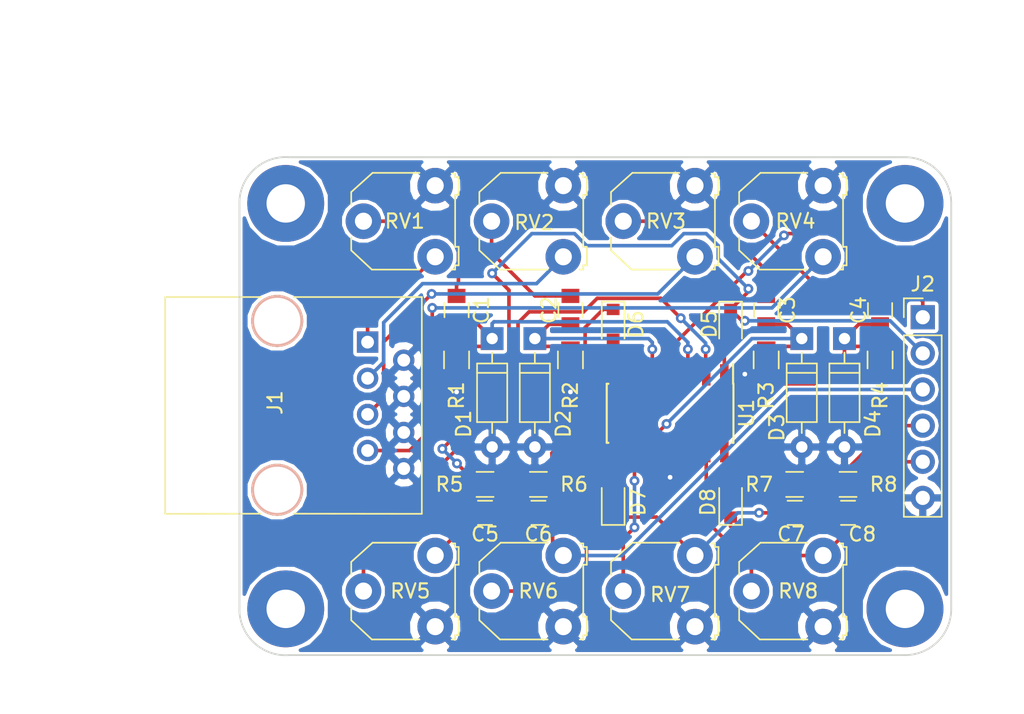
<source format=kicad_pcb>
(kicad_pcb (version 4) (host pcbnew 4.0.7-e2-6376~58~ubuntu17.04.1)

  (general
    (links 74)
    (no_connects 10)
    (area 106.436499 92.426898 156.563501 127.573102)
    (thickness 1.6)
    (drawings 12)
    (tracks 199)
    (zones 0)
    (modules 39)
    (nets 27)
  )

  (page A4)
  (layers
    (0 F.Cu signal)
    (31 B.Cu signal)
    (32 B.Adhes user)
    (33 F.Adhes user)
    (34 B.Paste user)
    (35 F.Paste user)
    (36 B.SilkS user)
    (37 F.SilkS user)
    (38 B.Mask user)
    (39 F.Mask user)
    (40 Dwgs.User user)
    (41 Cmts.User user)
    (42 Eco1.User user)
    (43 Eco2.User user)
    (44 Edge.Cuts user)
    (45 Margin user)
    (46 B.CrtYd user)
    (47 F.CrtYd user)
    (48 B.Fab user)
    (49 F.Fab user hide)
  )

  (setup
    (last_trace_width 0.254)
    (user_trace_width 0.1524)
    (user_trace_width 0.2)
    (user_trace_width 0.25)
    (user_trace_width 0.3)
    (user_trace_width 0.4)
    (user_trace_width 0.5)
    (user_trace_width 0.6)
    (user_trace_width 0.8)
    (trace_clearance 0.254)
    (zone_clearance 0.1524)
    (zone_45_only no)
    (trace_min 0.1524)
    (segment_width 0.127)
    (edge_width 0.127)
    (via_size 0.6858)
    (via_drill 0.3302)
    (via_min_size 0.6858)
    (via_min_drill 0.3302)
    (uvia_size 0.508)
    (uvia_drill 0.127)
    (uvias_allowed no)
    (uvia_min_size 0.508)
    (uvia_min_drill 0.127)
    (pcb_text_width 0.127)
    (pcb_text_size 0.6 0.6)
    (mod_edge_width 0.127)
    (mod_text_size 0.6 0.6)
    (mod_text_width 0.127)
    (pad_size 1.524 1.524)
    (pad_drill 0.762)
    (pad_to_mask_clearance 0.05)
    (pad_to_paste_clearance -0.04)
    (aux_axis_origin 0 0)
    (visible_elements FFFFF77F)
    (pcbplotparams
      (layerselection 0x3ffff_80000001)
      (usegerberextensions true)
      (usegerberattributes true)
      (excludeedgelayer true)
      (linewidth 0.127000)
      (plotframeref false)
      (viasonmask false)
      (mode 1)
      (useauxorigin false)
      (hpglpennumber 1)
      (hpglpenspeed 20)
      (hpglpendiameter 15)
      (hpglpenoverlay 2)
      (psnegative false)
      (psa4output false)
      (plotreference true)
      (plotvalue true)
      (plotinvisibletext false)
      (padsonsilk false)
      (subtractmaskfromsilk false)
      (outputformat 1)
      (mirror false)
      (drillshape 0)
      (scaleselection 1)
      (outputdirectory CAM/))
  )

  (net 0 "")
  (net 1 "Net-(C1-Pad1)")
  (net 2 "Net-(C1-Pad2)")
  (net 3 "Net-(C2-Pad1)")
  (net 4 "Net-(C2-Pad2)")
  (net 5 "Net-(C3-Pad1)")
  (net 6 "Net-(C3-Pad2)")
  (net 7 "Net-(C4-Pad1)")
  (net 8 "Net-(C4-Pad2)")
  (net 9 ADC0)
  (net 10 GND)
  (net 11 ADC1)
  (net 12 ADC2)
  (net 13 ADC3)
  (net 14 "Net-(D5-Pad2)")
  (net 15 "Net-(D6-Pad2)")
  (net 16 "Net-(D7-Pad2)")
  (net 17 "Net-(D8-Pad2)")
  (net 18 PZO1)
  (net 19 PZO2)
  (net 20 PZO3)
  (net 21 VCC)
  (net 22 PZO0)
  (net 23 "Net-(RV5-Pad2)")
  (net 24 "Net-(RV6-Pad2)")
  (net 25 "Net-(RV7-Pad2)")
  (net 26 "Net-(RV8-Pad2)")

  (net_class Default "Dit is de standaard class."
    (clearance 0.254)
    (trace_width 0.254)
    (via_dia 0.6858)
    (via_drill 0.3302)
    (uvia_dia 0.508)
    (uvia_drill 0.127)
    (add_net ADC0)
    (add_net ADC1)
    (add_net ADC2)
    (add_net ADC3)
    (add_net GND)
    (add_net "Net-(C1-Pad1)")
    (add_net "Net-(C1-Pad2)")
    (add_net "Net-(C2-Pad1)")
    (add_net "Net-(C2-Pad2)")
    (add_net "Net-(C3-Pad1)")
    (add_net "Net-(C3-Pad2)")
    (add_net "Net-(C4-Pad1)")
    (add_net "Net-(C4-Pad2)")
    (add_net "Net-(D5-Pad2)")
    (add_net "Net-(D6-Pad2)")
    (add_net "Net-(D7-Pad2)")
    (add_net "Net-(D8-Pad2)")
    (add_net "Net-(RV5-Pad2)")
    (add_net "Net-(RV6-Pad2)")
    (add_net "Net-(RV7-Pad2)")
    (add_net "Net-(RV8-Pad2)")
    (add_net PZO0)
    (add_net PZO1)
    (add_net PZO2)
    (add_net PZO3)
    (add_net VCC)
  )

  (net_class 0.2mm ""
    (clearance 0.2)
    (trace_width 0.2)
    (via_dia 0.6858)
    (via_drill 0.3302)
    (uvia_dia 0.508)
    (uvia_drill 0.127)
  )

  (net_class Minimal ""
    (clearance 0.1524)
    (trace_width 0.1524)
    (via_dia 0.6858)
    (via_drill 0.3302)
    (uvia_dia 0.508)
    (uvia_drill 0.127)
  )

  (module Capacitors_SMD:C_0805 (layer F.Cu) (tedit 59DE1294) (tstamp 59DDFC02)
    (at 143.5 103.25 270)
    (descr "Capacitor SMD 0805, reflow soldering, AVX (see smccp.pdf)")
    (tags "capacitor 0805")
    (path /59D7E29E)
    (attr smd)
    (fp_text reference C3 (at 0 -1.5 270) (layer F.SilkS)
      (effects (font (size 1 1) (thickness 0.15)))
    )
    (fp_text value 100nF (at 0 1.75 270) (layer F.Fab) hide
      (effects (font (size 1 1) (thickness 0.15)))
    )
    (fp_text user %R (at 0 -1.5 270) (layer F.Fab)
      (effects (font (size 1 1) (thickness 0.15)))
    )
    (fp_line (start -1 0.62) (end -1 -0.62) (layer F.Fab) (width 0.1))
    (fp_line (start 1 0.62) (end -1 0.62) (layer F.Fab) (width 0.1))
    (fp_line (start 1 -0.62) (end 1 0.62) (layer F.Fab) (width 0.1))
    (fp_line (start -1 -0.62) (end 1 -0.62) (layer F.Fab) (width 0.1))
    (fp_line (start 0.5 -0.85) (end -0.5 -0.85) (layer F.SilkS) (width 0.12))
    (fp_line (start -0.5 0.85) (end 0.5 0.85) (layer F.SilkS) (width 0.12))
    (fp_line (start -1.75 -0.88) (end 1.75 -0.88) (layer F.CrtYd) (width 0.05))
    (fp_line (start -1.75 -0.88) (end -1.75 0.87) (layer F.CrtYd) (width 0.05))
    (fp_line (start 1.75 0.87) (end 1.75 -0.88) (layer F.CrtYd) (width 0.05))
    (fp_line (start 1.75 0.87) (end -1.75 0.87) (layer F.CrtYd) (width 0.05))
    (pad 1 smd rect (at -1 0 270) (size 1 1.25) (layers F.Cu F.Paste F.Mask)
      (net 5 "Net-(C3-Pad1)"))
    (pad 2 smd rect (at 1 0 270) (size 1 1.25) (layers F.Cu F.Paste F.Mask)
      (net 6 "Net-(C3-Pad2)"))
    (model Capacitors_SMD.3dshapes/C_0805.wrl
      (at (xyz 0 0 0))
      (scale (xyz 1 1 1))
      (rotate (xyz 0 0 0))
    )
  )

  (module Connectors:RJ45_8 (layer F.Cu) (tedit 0) (tstamp 59DC73D3)
    (at 115.5 105.5 270)
    (tags RJ45)
    (path /59D6424F)
    (fp_text reference J1 (at 4.25 6.5 270) (layer F.SilkS)
      (effects (font (size 1 1) (thickness 0.15)))
    )
    (fp_text value RJ45 (at 4.59 6.25 270) (layer F.Fab)
      (effects (font (size 1 1) (thickness 0.15)))
    )
    (fp_line (start -3.17 14.22) (end 12.07 14.22) (layer F.SilkS) (width 0.12))
    (fp_line (start 12.07 -3.81) (end 12.06 5.18) (layer F.SilkS) (width 0.12))
    (fp_line (start 12.07 -3.81) (end -3.17 -3.81) (layer F.SilkS) (width 0.12))
    (fp_line (start -3.17 -3.81) (end -3.17 5.19) (layer F.SilkS) (width 0.12))
    (fp_line (start 12.06 7.52) (end 12.07 14.22) (layer F.SilkS) (width 0.12))
    (fp_line (start -3.17 7.51) (end -3.17 14.22) (layer F.SilkS) (width 0.12))
    (fp_line (start -3.56 -4.06) (end 12.46 -4.06) (layer F.CrtYd) (width 0.05))
    (fp_line (start -3.56 -4.06) (end -3.56 14.47) (layer F.CrtYd) (width 0.05))
    (fp_line (start 12.46 14.47) (end 12.46 -4.06) (layer F.CrtYd) (width 0.05))
    (fp_line (start 12.46 14.47) (end -3.56 14.47) (layer F.CrtYd) (width 0.05))
    (pad Hole np_thru_hole circle (at 10.38 6.35 270) (size 3.65 3.65) (drill 3.25) (layers *.Cu *.SilkS *.Mask))
    (pad Hole np_thru_hole circle (at -1.49 6.35 270) (size 3.65 3.65) (drill 3.25) (layers *.Cu *.SilkS *.Mask))
    (pad 1 thru_hole rect (at 0 0 270) (size 1.5 1.5) (drill 0.9) (layers *.Cu *.Mask)
      (net 22 PZO0))
    (pad 2 thru_hole circle (at 1.27 -2.54 270) (size 1.5 1.5) (drill 0.9) (layers *.Cu *.Mask)
      (net 10 GND))
    (pad 3 thru_hole circle (at 2.54 0 270) (size 1.5 1.5) (drill 0.9) (layers *.Cu *.Mask)
      (net 18 PZO1))
    (pad 4 thru_hole circle (at 3.81 -2.54 270) (size 1.5 1.5) (drill 0.9) (layers *.Cu *.Mask)
      (net 10 GND))
    (pad 5 thru_hole circle (at 5.08 0 270) (size 1.5 1.5) (drill 0.9) (layers *.Cu *.Mask)
      (net 19 PZO2))
    (pad 6 thru_hole circle (at 6.35 -2.54 270) (size 1.5 1.5) (drill 0.9) (layers *.Cu *.Mask)
      (net 10 GND))
    (pad 7 thru_hole circle (at 7.62 0 270) (size 1.5 1.5) (drill 0.9) (layers *.Cu *.Mask)
      (net 20 PZO3))
    (pad 8 thru_hole circle (at 8.89 -2.54 270) (size 1.5 1.5) (drill 0.9) (layers *.Cu *.Mask)
      (net 10 GND))
    (model ${KISYS3DMOD}/Connectors.3dshapes/RJ45_8.wrl
      (at (xyz 0.18 -0.25 0))
      (scale (xyz 0.4 0.4 0.4))
      (rotate (xyz 0 0 0))
    )
  )

  (module Diodes_THT:D_DO-35_SOD27_P7.62mm_Horizontal (layer F.Cu) (tedit 59DE12C4) (tstamp 59DC7300)
    (at 124.25 105.25 270)
    (descr "D, DO-35_SOD27 series, Axial, Horizontal, pin pitch=7.62mm, , length*diameter=4*2mm^2, , http://www.diodes.com/_files/packages/DO-35.pdf")
    (tags "D DO-35_SOD27 series Axial Horizontal pin pitch 7.62mm  length 4mm diameter 2mm")
    (path /59A8637D)
    (fp_text reference D1 (at 6 2 270) (layer F.SilkS)
      (effects (font (size 1 1) (thickness 0.15)))
    )
    (fp_text value BAT85 (at -3.3 0 270) (layer F.Fab) hide
      (effects (font (size 1 1) (thickness 0.15)))
    )
    (fp_text user %R (at -1.9 1.7 270) (layer F.Fab)
      (effects (font (size 1 1) (thickness 0.15)))
    )
    (fp_line (start 1.81 -1) (end 1.81 1) (layer F.Fab) (width 0.1))
    (fp_line (start 1.81 1) (end 5.81 1) (layer F.Fab) (width 0.1))
    (fp_line (start 5.81 1) (end 5.81 -1) (layer F.Fab) (width 0.1))
    (fp_line (start 5.81 -1) (end 1.81 -1) (layer F.Fab) (width 0.1))
    (fp_line (start 0 0) (end 1.81 0) (layer F.Fab) (width 0.1))
    (fp_line (start 7.62 0) (end 5.81 0) (layer F.Fab) (width 0.1))
    (fp_line (start 2.41 -1) (end 2.41 1) (layer F.Fab) (width 0.1))
    (fp_line (start 1.75 -1.06) (end 1.75 1.06) (layer F.SilkS) (width 0.12))
    (fp_line (start 1.75 1.06) (end 5.87 1.06) (layer F.SilkS) (width 0.12))
    (fp_line (start 5.87 1.06) (end 5.87 -1.06) (layer F.SilkS) (width 0.12))
    (fp_line (start 5.87 -1.06) (end 1.75 -1.06) (layer F.SilkS) (width 0.12))
    (fp_line (start 0.98 0) (end 1.75 0) (layer F.SilkS) (width 0.12))
    (fp_line (start 6.64 0) (end 5.87 0) (layer F.SilkS) (width 0.12))
    (fp_line (start 2.41 -1.06) (end 2.41 1.06) (layer F.SilkS) (width 0.12))
    (fp_line (start -1.05 -1.35) (end -1.05 1.35) (layer F.CrtYd) (width 0.05))
    (fp_line (start -1.05 1.35) (end 8.7 1.35) (layer F.CrtYd) (width 0.05))
    (fp_line (start 8.7 1.35) (end 8.7 -1.35) (layer F.CrtYd) (width 0.05))
    (fp_line (start 8.7 -1.35) (end -1.05 -1.35) (layer F.CrtYd) (width 0.05))
    (pad 1 thru_hole rect (at 0 0 270) (size 1.6 1.6) (drill 0.8) (layers *.Cu *.Mask)
      (net 2 "Net-(C1-Pad2)"))
    (pad 2 thru_hole oval (at 7.62 0 270) (size 1.6 1.6) (drill 0.8) (layers *.Cu *.Mask)
      (net 10 GND))
    (model ${KISYS3DMOD}/Diodes_THT.3dshapes/D_DO-35_SOD27_P7.62mm_Horizontal.wrl
      (at (xyz 0 0 0))
      (scale (xyz 0.393701 0.393701 0.393701))
      (rotate (xyz 0 0 0))
    )
  )

  (module Diodes_THT:D_DO-35_SOD27_P7.62mm_Horizontal (layer F.Cu) (tedit 59DE127D) (tstamp 59DC7319)
    (at 127.25 105.25 270)
    (descr "D, DO-35_SOD27 series, Axial, Horizontal, pin pitch=7.62mm, , length*diameter=4*2mm^2, , http://www.diodes.com/_files/packages/DO-35.pdf")
    (tags "D DO-35_SOD27 series Axial Horizontal pin pitch 7.62mm  length 4mm diameter 2mm")
    (path /59D7DF3B)
    (fp_text reference D2 (at 6 -2 270) (layer F.SilkS)
      (effects (font (size 1 1) (thickness 0.15)))
    )
    (fp_text value BAT85 (at -3.38 0 270) (layer F.Fab) hide
      (effects (font (size 1 1) (thickness 0.15)))
    )
    (fp_text user %R (at 3.81 0 270) (layer F.Fab)
      (effects (font (size 1 1) (thickness 0.15)))
    )
    (fp_line (start 1.81 -1) (end 1.81 1) (layer F.Fab) (width 0.1))
    (fp_line (start 1.81 1) (end 5.81 1) (layer F.Fab) (width 0.1))
    (fp_line (start 5.81 1) (end 5.81 -1) (layer F.Fab) (width 0.1))
    (fp_line (start 5.81 -1) (end 1.81 -1) (layer F.Fab) (width 0.1))
    (fp_line (start 0 0) (end 1.81 0) (layer F.Fab) (width 0.1))
    (fp_line (start 7.62 0) (end 5.81 0) (layer F.Fab) (width 0.1))
    (fp_line (start 2.41 -1) (end 2.41 1) (layer F.Fab) (width 0.1))
    (fp_line (start 1.75 -1.06) (end 1.75 1.06) (layer F.SilkS) (width 0.12))
    (fp_line (start 1.75 1.06) (end 5.87 1.06) (layer F.SilkS) (width 0.12))
    (fp_line (start 5.87 1.06) (end 5.87 -1.06) (layer F.SilkS) (width 0.12))
    (fp_line (start 5.87 -1.06) (end 1.75 -1.06) (layer F.SilkS) (width 0.12))
    (fp_line (start 0.98 0) (end 1.75 0) (layer F.SilkS) (width 0.12))
    (fp_line (start 6.64 0) (end 5.87 0) (layer F.SilkS) (width 0.12))
    (fp_line (start 2.41 -1.06) (end 2.41 1.06) (layer F.SilkS) (width 0.12))
    (fp_line (start -1.05 -1.35) (end -1.05 1.35) (layer F.CrtYd) (width 0.05))
    (fp_line (start -1.05 1.35) (end 8.7 1.35) (layer F.CrtYd) (width 0.05))
    (fp_line (start 8.7 1.35) (end 8.7 -1.35) (layer F.CrtYd) (width 0.05))
    (fp_line (start 8.7 -1.35) (end -1.05 -1.35) (layer F.CrtYd) (width 0.05))
    (pad 1 thru_hole rect (at 0 0 270) (size 1.6 1.6) (drill 0.8) (layers *.Cu *.Mask)
      (net 4 "Net-(C2-Pad2)"))
    (pad 2 thru_hole oval (at 7.62 0 270) (size 1.6 1.6) (drill 0.8) (layers *.Cu *.Mask)
      (net 10 GND))
    (model ${KISYS3DMOD}/Diodes_THT.3dshapes/D_DO-35_SOD27_P7.62mm_Horizontal.wrl
      (at (xyz 0 0 0))
      (scale (xyz 0.393701 0.393701 0.393701))
      (rotate (xyz 0 0 0))
    )
  )

  (module Diodes_THT:D_DO-35_SOD27_P7.62mm_Horizontal (layer F.Cu) (tedit 59DE12B7) (tstamp 59DC7332)
    (at 146 105.25 270)
    (descr "D, DO-35_SOD27 series, Axial, Horizontal, pin pitch=7.62mm, , length*diameter=4*2mm^2, , http://www.diodes.com/_files/packages/DO-35.pdf")
    (tags "D DO-35_SOD27 series Axial Horizontal pin pitch 7.62mm  length 4mm diameter 2mm")
    (path /59D7E2A4)
    (fp_text reference D3 (at 6.25 1.75 270) (layer F.SilkS)
      (effects (font (size 1 1) (thickness 0.15)))
    )
    (fp_text value BAT85 (at 3.81 2.06 270) (layer F.Fab) hide
      (effects (font (size 1 1) (thickness 0.15)))
    )
    (fp_text user %R (at 3.81 0 270) (layer F.Fab)
      (effects (font (size 1 1) (thickness 0.15)))
    )
    (fp_line (start 1.81 -1) (end 1.81 1) (layer F.Fab) (width 0.1))
    (fp_line (start 1.81 1) (end 5.81 1) (layer F.Fab) (width 0.1))
    (fp_line (start 5.81 1) (end 5.81 -1) (layer F.Fab) (width 0.1))
    (fp_line (start 5.81 -1) (end 1.81 -1) (layer F.Fab) (width 0.1))
    (fp_line (start 0 0) (end 1.81 0) (layer F.Fab) (width 0.1))
    (fp_line (start 7.62 0) (end 5.81 0) (layer F.Fab) (width 0.1))
    (fp_line (start 2.41 -1) (end 2.41 1) (layer F.Fab) (width 0.1))
    (fp_line (start 1.75 -1.06) (end 1.75 1.06) (layer F.SilkS) (width 0.12))
    (fp_line (start 1.75 1.06) (end 5.87 1.06) (layer F.SilkS) (width 0.12))
    (fp_line (start 5.87 1.06) (end 5.87 -1.06) (layer F.SilkS) (width 0.12))
    (fp_line (start 5.87 -1.06) (end 1.75 -1.06) (layer F.SilkS) (width 0.12))
    (fp_line (start 0.98 0) (end 1.75 0) (layer F.SilkS) (width 0.12))
    (fp_line (start 6.64 0) (end 5.87 0) (layer F.SilkS) (width 0.12))
    (fp_line (start 2.41 -1.06) (end 2.41 1.06) (layer F.SilkS) (width 0.12))
    (fp_line (start -1.05 -1.35) (end -1.05 1.35) (layer F.CrtYd) (width 0.05))
    (fp_line (start -1.05 1.35) (end 8.7 1.35) (layer F.CrtYd) (width 0.05))
    (fp_line (start 8.7 1.35) (end 8.7 -1.35) (layer F.CrtYd) (width 0.05))
    (fp_line (start 8.7 -1.35) (end -1.05 -1.35) (layer F.CrtYd) (width 0.05))
    (pad 1 thru_hole rect (at 0 0 270) (size 1.6 1.6) (drill 0.8) (layers *.Cu *.Mask)
      (net 6 "Net-(C3-Pad2)"))
    (pad 2 thru_hole oval (at 7.62 0 270) (size 1.6 1.6) (drill 0.8) (layers *.Cu *.Mask)
      (net 10 GND))
    (model ${KISYS3DMOD}/Diodes_THT.3dshapes/D_DO-35_SOD27_P7.62mm_Horizontal.wrl
      (at (xyz 0 0 0))
      (scale (xyz 0.393701 0.393701 0.393701))
      (rotate (xyz 0 0 0))
    )
  )

  (module Diodes_THT:D_DO-35_SOD27_P7.62mm_Horizontal (layer F.Cu) (tedit 59DE12A6) (tstamp 59DC734B)
    (at 149 105.25 270)
    (descr "D, DO-35_SOD27 series, Axial, Horizontal, pin pitch=7.62mm, , length*diameter=4*2mm^2, , http://www.diodes.com/_files/packages/DO-35.pdf")
    (tags "D DO-35_SOD27 series Axial Horizontal pin pitch 7.62mm  length 4mm diameter 2mm")
    (path /59D7E586)
    (fp_text reference D4 (at 6 -2 270) (layer F.SilkS)
      (effects (font (size 1 1) (thickness 0.15)))
    )
    (fp_text value BAT85 (at 3.81 2.06 270) (layer F.Fab) hide
      (effects (font (size 1 1) (thickness 0.15)))
    )
    (fp_text user %R (at 3.81 0 270) (layer F.Fab)
      (effects (font (size 1 1) (thickness 0.15)))
    )
    (fp_line (start 1.81 -1) (end 1.81 1) (layer F.Fab) (width 0.1))
    (fp_line (start 1.81 1) (end 5.81 1) (layer F.Fab) (width 0.1))
    (fp_line (start 5.81 1) (end 5.81 -1) (layer F.Fab) (width 0.1))
    (fp_line (start 5.81 -1) (end 1.81 -1) (layer F.Fab) (width 0.1))
    (fp_line (start 0 0) (end 1.81 0) (layer F.Fab) (width 0.1))
    (fp_line (start 7.62 0) (end 5.81 0) (layer F.Fab) (width 0.1))
    (fp_line (start 2.41 -1) (end 2.41 1) (layer F.Fab) (width 0.1))
    (fp_line (start 1.75 -1.06) (end 1.75 1.06) (layer F.SilkS) (width 0.12))
    (fp_line (start 1.75 1.06) (end 5.87 1.06) (layer F.SilkS) (width 0.12))
    (fp_line (start 5.87 1.06) (end 5.87 -1.06) (layer F.SilkS) (width 0.12))
    (fp_line (start 5.87 -1.06) (end 1.75 -1.06) (layer F.SilkS) (width 0.12))
    (fp_line (start 0.98 0) (end 1.75 0) (layer F.SilkS) (width 0.12))
    (fp_line (start 6.64 0) (end 5.87 0) (layer F.SilkS) (width 0.12))
    (fp_line (start 2.41 -1.06) (end 2.41 1.06) (layer F.SilkS) (width 0.12))
    (fp_line (start -1.05 -1.35) (end -1.05 1.35) (layer F.CrtYd) (width 0.05))
    (fp_line (start -1.05 1.35) (end 8.7 1.35) (layer F.CrtYd) (width 0.05))
    (fp_line (start 8.7 1.35) (end 8.7 -1.35) (layer F.CrtYd) (width 0.05))
    (fp_line (start 8.7 -1.35) (end -1.05 -1.35) (layer F.CrtYd) (width 0.05))
    (pad 1 thru_hole rect (at 0 0 270) (size 1.6 1.6) (drill 0.8) (layers *.Cu *.Mask)
      (net 8 "Net-(C4-Pad2)"))
    (pad 2 thru_hole oval (at 7.62 0 270) (size 1.6 1.6) (drill 0.8) (layers *.Cu *.Mask)
      (net 10 GND))
    (model ${KISYS3DMOD}/Diodes_THT.3dshapes/D_DO-35_SOD27_P7.62mm_Horizontal.wrl
      (at (xyz 0 0 0))
      (scale (xyz 0.393701 0.393701 0.393701))
      (rotate (xyz 0 0 0))
    )
  )

  (module Pin_Headers:Pin_Header_Straight_1x06_Pitch2.54mm (layer F.Cu) (tedit 59DE0C8B) (tstamp 59DC73ED)
    (at 154.5 103.75)
    (descr "Through hole straight pin header, 1x06, 2.54mm pitch, single row")
    (tags "Through hole pin header THT 1x06 2.54mm single row")
    (path /59DC6EC3)
    (fp_text reference J2 (at 0 -2.33) (layer F.SilkS)
      (effects (font (size 1 1) (thickness 0.15)))
    )
    (fp_text value Conn_01x06 (at 0 15.03) (layer F.Fab) hide
      (effects (font (size 1 1) (thickness 0.15)))
    )
    (fp_line (start -0.635 -1.27) (end 1.27 -1.27) (layer F.Fab) (width 0.1))
    (fp_line (start 1.27 -1.27) (end 1.27 13.97) (layer F.Fab) (width 0.1))
    (fp_line (start 1.27 13.97) (end -1.27 13.97) (layer F.Fab) (width 0.1))
    (fp_line (start -1.27 13.97) (end -1.27 -0.635) (layer F.Fab) (width 0.1))
    (fp_line (start -1.27 -0.635) (end -0.635 -1.27) (layer F.Fab) (width 0.1))
    (fp_line (start -1.33 14.03) (end 1.33 14.03) (layer F.SilkS) (width 0.12))
    (fp_line (start -1.33 1.27) (end -1.33 14.03) (layer F.SilkS) (width 0.12))
    (fp_line (start 1.33 1.27) (end 1.33 14.03) (layer F.SilkS) (width 0.12))
    (fp_line (start -1.33 1.27) (end 1.33 1.27) (layer F.SilkS) (width 0.12))
    (fp_line (start -1.33 0) (end -1.33 -1.33) (layer F.SilkS) (width 0.12))
    (fp_line (start -1.33 -1.33) (end 0 -1.33) (layer F.SilkS) (width 0.12))
    (fp_line (start -1.8 -1.8) (end -1.8 14.5) (layer F.CrtYd) (width 0.05))
    (fp_line (start -1.8 14.5) (end 1.8 14.5) (layer F.CrtYd) (width 0.05))
    (fp_line (start 1.8 14.5) (end 1.8 -1.8) (layer F.CrtYd) (width 0.05))
    (fp_line (start 1.8 -1.8) (end -1.8 -1.8) (layer F.CrtYd) (width 0.05))
    (fp_text user %R (at 0 6.35 90) (layer F.Fab)
      (effects (font (size 1 1) (thickness 0.15)))
    )
    (pad 1 thru_hole rect (at 0 0) (size 1.7 1.7) (drill 1) (layers *.Cu *.Mask)
      (net 21 VCC))
    (pad 2 thru_hole oval (at 0 2.54) (size 1.7 1.7) (drill 1) (layers *.Cu *.Mask)
      (net 9 ADC0))
    (pad 3 thru_hole oval (at 0 5.08) (size 1.7 1.7) (drill 1) (layers *.Cu *.Mask)
      (net 11 ADC1))
    (pad 4 thru_hole oval (at 0 7.62) (size 1.7 1.7) (drill 1) (layers *.Cu *.Mask)
      (net 12 ADC2))
    (pad 5 thru_hole oval (at 0 10.16) (size 1.7 1.7) (drill 1) (layers *.Cu *.Mask)
      (net 13 ADC3))
    (pad 6 thru_hole oval (at 0 12.7) (size 1.7 1.7) (drill 1) (layers *.Cu *.Mask)
      (net 10 GND))
    (model ${KISYS3DMOD}/Pin_Headers.3dshapes/Pin_Header_Straight_1x06_Pitch2.54mm.wrl
      (at (xyz 0 0 0))
      (scale (xyz 1 1 1))
      (rotate (xyz 0 0 0))
    )
  )

  (module Potentiometers:Potentiometer_Triwood_RM-065 (layer F.Cu) (tedit 59DE145C) (tstamp 59DC74BC)
    (at 120.25 99.5 90)
    (descr "Potentiometer, Trimmer, RM-065")
    (tags "Potentiometer Trimmer RM-065")
    (path /59A862A7)
    (fp_text reference RV1 (at 2.5 -2.14 180) (layer F.SilkS)
      (effects (font (size 1 1) (thickness 0.15)))
    )
    (fp_text value 100K (at 7.5 -2.5 180) (layer F.Fab) hide
      (effects (font (size 1 1) (thickness 0.15)))
    )
    (fp_line (start 5.85 1.15) (end 5.85 1.4) (layer F.SilkS) (width 0.12))
    (fp_line (start 5.85 1.4) (end 5.6 1.4) (layer F.SilkS) (width 0.12))
    (fp_line (start 5.6 1.4) (end 5.6 1.65) (layer F.SilkS) (width 0.12))
    (fp_line (start 5.6 1.65) (end 4.35 1.65) (layer F.SilkS) (width 0.12))
    (fp_line (start 4.35 1.65) (end 4.35 1.4) (layer F.SilkS) (width 0.12))
    (fp_line (start 4.35 1.4) (end 0.7 1.4) (layer F.SilkS) (width 0.12))
    (fp_line (start 0.7 1.4) (end 0.7 1.65) (layer F.SilkS) (width 0.12))
    (fp_line (start 0.7 1.65) (end -0.6 1.65) (layer F.SilkS) (width 0.12))
    (fp_line (start -0.6 1.65) (end -0.6 1.4) (layer F.SilkS) (width 0.12))
    (fp_line (start -0.6 1.4) (end -0.9 1.4) (layer F.SilkS) (width 0.12))
    (fp_line (start -0.9 1.4) (end -0.9 1.15) (layer F.SilkS) (width 0.12))
    (fp_line (start 3.65 -5.9) (end 4.55 -5.9) (layer F.SilkS) (width 0.12))
    (fp_line (start 4.55 -5.9) (end 5.9 -4.4) (layer F.SilkS) (width 0.12))
    (fp_line (start 5.9 -4.4) (end 5.9 -1.1) (layer F.SilkS) (width 0.12))
    (fp_line (start -0.9 -1.1) (end -0.9 -4.45) (layer F.SilkS) (width 0.12))
    (fp_line (start -0.9 -4.45) (end 0.45 -5.9) (layer F.SilkS) (width 0.12))
    (fp_line (start 0.45 -5.9) (end 1.35 -5.9) (layer F.SilkS) (width 0.12))
    (fp_line (start 5.8 1.2) (end 5.8 -1.15) (layer F.Fab) (width 0.1))
    (fp_line (start -0.8 -1.1) (end -0.8 1.2) (layer F.Fab) (width 0.1))
    (fp_line (start 2.25 -2.88) (end 2.25 -3.64) (layer F.Fab) (width 0.1))
    (fp_line (start 2.75 -2.88) (end 2.75 -3.64) (layer F.Fab) (width 0.1))
    (fp_line (start -0.8 1.31) (end -0.8 1.18) (layer F.Fab) (width 0.1))
    (fp_line (start -0.8 -2.5) (end -0.8 -1.1) (layer F.Fab) (width 0.1))
    (fp_line (start 5.8 1.31) (end 5.8 1.18) (layer F.Fab) (width 0.1))
    (fp_line (start 5.8 -2.5) (end 5.8 -1.1) (layer F.Fab) (width 0.1))
    (fp_line (start 1.23 -0.47) (end 3.77 -0.47) (layer F.Fab) (width 0.1))
    (fp_line (start 4.53 -5.8) (end 3.64 -5.8) (layer F.Fab) (width 0.1))
    (fp_line (start 1.36 -5.8) (end 0.47 -5.8) (layer F.Fab) (width 0.1))
    (fp_line (start 4.15 -2.88) (end 4.66 -2.88) (layer F.Fab) (width 0.1))
    (fp_line (start 4.66 -2.88) (end 4.66 -2.12) (layer F.Fab) (width 0.1))
    (fp_line (start 4.66 -2.12) (end 4.15 -2.12) (layer F.Fab) (width 0.1))
    (fp_line (start 0.85 -2.88) (end 0.34 -2.88) (layer F.Fab) (width 0.1))
    (fp_line (start 0.34 -2.88) (end 0.34 -2.12) (layer F.Fab) (width 0.1))
    (fp_line (start 0.34 -2.12) (end 0.85 -2.12) (layer F.Fab) (width 0.1))
    (fp_line (start 3.01 -2.25) (end 4.15 -2.25) (layer F.Fab) (width 0.1))
    (fp_line (start 3.01 -2.75) (end 4.15 -2.75) (layer F.Fab) (width 0.1))
    (fp_line (start 1.99 -2.25) (end 0.85 -2.25) (layer F.Fab) (width 0.1))
    (fp_line (start 1.99 -2.75) (end 0.85 -2.75) (layer F.Fab) (width 0.1))
    (fp_line (start 2.75 -2.12) (end 2.75 -0.85) (layer F.Fab) (width 0.1))
    (fp_line (start 2.25 -2.12) (end 2.25 -0.85) (layer F.Fab) (width 0.1))
    (fp_line (start 1.99 -2.88) (end 1.99 -2.12) (layer F.Fab) (width 0.1))
    (fp_line (start 1.99 -2.12) (end 3.01 -2.12) (layer F.Fab) (width 0.1))
    (fp_line (start 3.01 -2.12) (end 3.01 -2.88) (layer F.Fab) (width 0.1))
    (fp_line (start 3.01 -2.88) (end 1.99 -2.88) (layer F.Fab) (width 0.1))
    (fp_line (start 0.47 -5.8) (end -0.8 -4.4) (layer F.Fab) (width 0.1))
    (fp_line (start -0.8 -4.4) (end -0.8 -2.5) (layer F.Fab) (width 0.1))
    (fp_line (start 4.53 -5.8) (end 5.8 -4.4) (layer F.Fab) (width 0.1))
    (fp_line (start 5.8 -4.4) (end 5.8 -2.5) (layer F.Fab) (width 0.1))
    (fp_line (start 5.55 1.31) (end 5.55 1.56) (layer F.Fab) (width 0.1))
    (fp_line (start 5.55 1.56) (end 4.4 1.56) (layer F.Fab) (width 0.1))
    (fp_line (start 4.4 1.56) (end 4.4 1.31) (layer F.Fab) (width 0.1))
    (fp_line (start -0.55 1.31) (end -0.55 1.56) (layer F.Fab) (width 0.1))
    (fp_line (start -0.55 1.56) (end 0.59 1.56) (layer F.Fab) (width 0.1))
    (fp_line (start 0.59 1.56) (end 0.59 1.31) (layer F.Fab) (width 0.1))
    (fp_line (start -0.8 1.31) (end 5.8 1.31) (layer F.Fab) (width 0.1))
    (fp_line (start -1.5 -6.54) (end 6.5 -6.54) (layer F.CrtYd) (width 0.05))
    (fp_line (start -1.5 -6.54) (end -1.5 1.81) (layer F.CrtYd) (width 0.05))
    (fp_line (start 6.5 1.81) (end 6.5 -6.54) (layer F.CrtYd) (width 0.05))
    (fp_line (start 6.5 1.81) (end -1.5 1.81) (layer F.CrtYd) (width 0.05))
    (fp_circle (center 2.5 -2.5) (end 4.7 -0.2) (layer F.Fab) (width 0.1))
    (fp_arc (start 2.5 -2.5) (end 4.15 -2.25) (angle 90) (layer F.Fab) (width 0.1))
    (fp_arc (start 2.5 -2.5) (end 2.63 -0.85) (angle 90) (layer F.Fab) (width 0.1))
    (fp_arc (start 2.5 -2.5) (end 3.39 -3.9) (angle 90) (layer F.Fab) (width 0.1))
    (fp_arc (start 2.5 -2.5) (end 1.1 -1.61) (angle 90) (layer F.Fab) (width 0.1))
    (pad 2 thru_hole circle (at 2.5 -5.04 90) (size 2.5 2.5) (drill 1.2) (layers *.Cu *.Mask)
      (net 1 "Net-(C1-Pad1)"))
    (pad 3 thru_hole circle (at 5 0 90) (size 2.5 2.5) (drill 1.2) (layers *.Cu *.Mask)
      (net 10 GND))
    (pad 1 thru_hole circle (at 0 0 90) (size 2.5 2.5) (drill 1.2) (layers *.Cu *.Mask)
      (net 22 PZO0))
    (model Potentiometers.3dshapes/Potentiometer_Triwood_RM-065.wrl
      (at (xyz 0 0 0))
      (scale (xyz 4 4 4))
      (rotate (xyz 0 0 0))
    )
  )

  (module Potentiometers:Potentiometer_Triwood_RM-065 (layer F.Cu) (tedit 59DE145F) (tstamp 59DC7503)
    (at 129.25 99.5 90)
    (descr "Potentiometer, Trimmer, RM-065")
    (tags "Potentiometer Trimmer RM-065")
    (path /59D7DF2F)
    (fp_text reference RV2 (at 2.4 -2.04 180) (layer F.SilkS)
      (effects (font (size 1 1) (thickness 0.15)))
    )
    (fp_text value 100K (at 7.5 -2.5 180) (layer F.Fab) hide
      (effects (font (size 1 1) (thickness 0.15)))
    )
    (fp_line (start 5.85 1.15) (end 5.85 1.4) (layer F.SilkS) (width 0.12))
    (fp_line (start 5.85 1.4) (end 5.6 1.4) (layer F.SilkS) (width 0.12))
    (fp_line (start 5.6 1.4) (end 5.6 1.65) (layer F.SilkS) (width 0.12))
    (fp_line (start 5.6 1.65) (end 4.35 1.65) (layer F.SilkS) (width 0.12))
    (fp_line (start 4.35 1.65) (end 4.35 1.4) (layer F.SilkS) (width 0.12))
    (fp_line (start 4.35 1.4) (end 0.7 1.4) (layer F.SilkS) (width 0.12))
    (fp_line (start 0.7 1.4) (end 0.7 1.65) (layer F.SilkS) (width 0.12))
    (fp_line (start 0.7 1.65) (end -0.6 1.65) (layer F.SilkS) (width 0.12))
    (fp_line (start -0.6 1.65) (end -0.6 1.4) (layer F.SilkS) (width 0.12))
    (fp_line (start -0.6 1.4) (end -0.9 1.4) (layer F.SilkS) (width 0.12))
    (fp_line (start -0.9 1.4) (end -0.9 1.15) (layer F.SilkS) (width 0.12))
    (fp_line (start 3.65 -5.9) (end 4.55 -5.9) (layer F.SilkS) (width 0.12))
    (fp_line (start 4.55 -5.9) (end 5.9 -4.4) (layer F.SilkS) (width 0.12))
    (fp_line (start 5.9 -4.4) (end 5.9 -1.1) (layer F.SilkS) (width 0.12))
    (fp_line (start -0.9 -1.1) (end -0.9 -4.45) (layer F.SilkS) (width 0.12))
    (fp_line (start -0.9 -4.45) (end 0.45 -5.9) (layer F.SilkS) (width 0.12))
    (fp_line (start 0.45 -5.9) (end 1.35 -5.9) (layer F.SilkS) (width 0.12))
    (fp_line (start 5.8 1.2) (end 5.8 -1.15) (layer F.Fab) (width 0.1))
    (fp_line (start -0.8 -1.1) (end -0.8 1.2) (layer F.Fab) (width 0.1))
    (fp_line (start 2.25 -2.88) (end 2.25 -3.64) (layer F.Fab) (width 0.1))
    (fp_line (start 2.75 -2.88) (end 2.75 -3.64) (layer F.Fab) (width 0.1))
    (fp_line (start -0.8 1.31) (end -0.8 1.18) (layer F.Fab) (width 0.1))
    (fp_line (start -0.8 -2.5) (end -0.8 -1.1) (layer F.Fab) (width 0.1))
    (fp_line (start 5.8 1.31) (end 5.8 1.18) (layer F.Fab) (width 0.1))
    (fp_line (start 5.8 -2.5) (end 5.8 -1.1) (layer F.Fab) (width 0.1))
    (fp_line (start 1.23 -0.47) (end 3.77 -0.47) (layer F.Fab) (width 0.1))
    (fp_line (start 4.53 -5.8) (end 3.64 -5.8) (layer F.Fab) (width 0.1))
    (fp_line (start 1.36 -5.8) (end 0.47 -5.8) (layer F.Fab) (width 0.1))
    (fp_line (start 4.15 -2.88) (end 4.66 -2.88) (layer F.Fab) (width 0.1))
    (fp_line (start 4.66 -2.88) (end 4.66 -2.12) (layer F.Fab) (width 0.1))
    (fp_line (start 4.66 -2.12) (end 4.15 -2.12) (layer F.Fab) (width 0.1))
    (fp_line (start 0.85 -2.88) (end 0.34 -2.88) (layer F.Fab) (width 0.1))
    (fp_line (start 0.34 -2.88) (end 0.34 -2.12) (layer F.Fab) (width 0.1))
    (fp_line (start 0.34 -2.12) (end 0.85 -2.12) (layer F.Fab) (width 0.1))
    (fp_line (start 3.01 -2.25) (end 4.15 -2.25) (layer F.Fab) (width 0.1))
    (fp_line (start 3.01 -2.75) (end 4.15 -2.75) (layer F.Fab) (width 0.1))
    (fp_line (start 1.99 -2.25) (end 0.85 -2.25) (layer F.Fab) (width 0.1))
    (fp_line (start 1.99 -2.75) (end 0.85 -2.75) (layer F.Fab) (width 0.1))
    (fp_line (start 2.75 -2.12) (end 2.75 -0.85) (layer F.Fab) (width 0.1))
    (fp_line (start 2.25 -2.12) (end 2.25 -0.85) (layer F.Fab) (width 0.1))
    (fp_line (start 1.99 -2.88) (end 1.99 -2.12) (layer F.Fab) (width 0.1))
    (fp_line (start 1.99 -2.12) (end 3.01 -2.12) (layer F.Fab) (width 0.1))
    (fp_line (start 3.01 -2.12) (end 3.01 -2.88) (layer F.Fab) (width 0.1))
    (fp_line (start 3.01 -2.88) (end 1.99 -2.88) (layer F.Fab) (width 0.1))
    (fp_line (start 0.47 -5.8) (end -0.8 -4.4) (layer F.Fab) (width 0.1))
    (fp_line (start -0.8 -4.4) (end -0.8 -2.5) (layer F.Fab) (width 0.1))
    (fp_line (start 4.53 -5.8) (end 5.8 -4.4) (layer F.Fab) (width 0.1))
    (fp_line (start 5.8 -4.4) (end 5.8 -2.5) (layer F.Fab) (width 0.1))
    (fp_line (start 5.55 1.31) (end 5.55 1.56) (layer F.Fab) (width 0.1))
    (fp_line (start 5.55 1.56) (end 4.4 1.56) (layer F.Fab) (width 0.1))
    (fp_line (start 4.4 1.56) (end 4.4 1.31) (layer F.Fab) (width 0.1))
    (fp_line (start -0.55 1.31) (end -0.55 1.56) (layer F.Fab) (width 0.1))
    (fp_line (start -0.55 1.56) (end 0.59 1.56) (layer F.Fab) (width 0.1))
    (fp_line (start 0.59 1.56) (end 0.59 1.31) (layer F.Fab) (width 0.1))
    (fp_line (start -0.8 1.31) (end 5.8 1.31) (layer F.Fab) (width 0.1))
    (fp_line (start -1.5 -6.54) (end 6.5 -6.54) (layer F.CrtYd) (width 0.05))
    (fp_line (start -1.5 -6.54) (end -1.5 1.81) (layer F.CrtYd) (width 0.05))
    (fp_line (start 6.5 1.81) (end 6.5 -6.54) (layer F.CrtYd) (width 0.05))
    (fp_line (start 6.5 1.81) (end -1.5 1.81) (layer F.CrtYd) (width 0.05))
    (fp_circle (center 2.5 -2.5) (end 4.7 -0.2) (layer F.Fab) (width 0.1))
    (fp_arc (start 2.5 -2.5) (end 4.15 -2.25) (angle 90) (layer F.Fab) (width 0.1))
    (fp_arc (start 2.5 -2.5) (end 2.63 -0.85) (angle 90) (layer F.Fab) (width 0.1))
    (fp_arc (start 2.5 -2.5) (end 3.39 -3.9) (angle 90) (layer F.Fab) (width 0.1))
    (fp_arc (start 2.5 -2.5) (end 1.1 -1.61) (angle 90) (layer F.Fab) (width 0.1))
    (pad 2 thru_hole circle (at 2.5 -5.04 90) (size 2.5 2.5) (drill 1.2) (layers *.Cu *.Mask)
      (net 3 "Net-(C2-Pad1)"))
    (pad 3 thru_hole circle (at 5 0 90) (size 2.5 2.5) (drill 1.2) (layers *.Cu *.Mask)
      (net 10 GND))
    (pad 1 thru_hole circle (at 0 0 90) (size 2.5 2.5) (drill 1.2) (layers *.Cu *.Mask)
      (net 18 PZO1))
    (model Potentiometers.3dshapes/Potentiometer_Triwood_RM-065.wrl
      (at (xyz 0 0 0))
      (scale (xyz 4 4 4))
      (rotate (xyz 0 0 0))
    )
  )

  (module Potentiometers:Potentiometer_Triwood_RM-065 (layer F.Cu) (tedit 59DE0CD2) (tstamp 59DC754A)
    (at 138.5 99.5 90)
    (descr "Potentiometer, Trimmer, RM-065")
    (tags "Potentiometer Trimmer RM-065")
    (path /59D7E298)
    (fp_text reference RV3 (at 2.5 -2.04 180) (layer F.SilkS)
      (effects (font (size 1 1) (thickness 0.15)))
    )
    (fp_text value 100K (at 7.5 -2.5 180) (layer F.Fab) hide
      (effects (font (size 1 1) (thickness 0.15)))
    )
    (fp_line (start 5.85 1.15) (end 5.85 1.4) (layer F.SilkS) (width 0.12))
    (fp_line (start 5.85 1.4) (end 5.6 1.4) (layer F.SilkS) (width 0.12))
    (fp_line (start 5.6 1.4) (end 5.6 1.65) (layer F.SilkS) (width 0.12))
    (fp_line (start 5.6 1.65) (end 4.35 1.65) (layer F.SilkS) (width 0.12))
    (fp_line (start 4.35 1.65) (end 4.35 1.4) (layer F.SilkS) (width 0.12))
    (fp_line (start 4.35 1.4) (end 0.7 1.4) (layer F.SilkS) (width 0.12))
    (fp_line (start 0.7 1.4) (end 0.7 1.65) (layer F.SilkS) (width 0.12))
    (fp_line (start 0.7 1.65) (end -0.6 1.65) (layer F.SilkS) (width 0.12))
    (fp_line (start -0.6 1.65) (end -0.6 1.4) (layer F.SilkS) (width 0.12))
    (fp_line (start -0.6 1.4) (end -0.9 1.4) (layer F.SilkS) (width 0.12))
    (fp_line (start -0.9 1.4) (end -0.9 1.15) (layer F.SilkS) (width 0.12))
    (fp_line (start 3.65 -5.9) (end 4.55 -5.9) (layer F.SilkS) (width 0.12))
    (fp_line (start 4.55 -5.9) (end 5.9 -4.4) (layer F.SilkS) (width 0.12))
    (fp_line (start 5.9 -4.4) (end 5.9 -1.1) (layer F.SilkS) (width 0.12))
    (fp_line (start -0.9 -1.1) (end -0.9 -4.45) (layer F.SilkS) (width 0.12))
    (fp_line (start -0.9 -4.45) (end 0.45 -5.9) (layer F.SilkS) (width 0.12))
    (fp_line (start 0.45 -5.9) (end 1.35 -5.9) (layer F.SilkS) (width 0.12))
    (fp_line (start 5.8 1.2) (end 5.8 -1.15) (layer F.Fab) (width 0.1))
    (fp_line (start -0.8 -1.1) (end -0.8 1.2) (layer F.Fab) (width 0.1))
    (fp_line (start 2.25 -2.88) (end 2.25 -3.64) (layer F.Fab) (width 0.1))
    (fp_line (start 2.75 -2.88) (end 2.75 -3.64) (layer F.Fab) (width 0.1))
    (fp_line (start -0.8 1.31) (end -0.8 1.18) (layer F.Fab) (width 0.1))
    (fp_line (start -0.8 -2.5) (end -0.8 -1.1) (layer F.Fab) (width 0.1))
    (fp_line (start 5.8 1.31) (end 5.8 1.18) (layer F.Fab) (width 0.1))
    (fp_line (start 5.8 -2.5) (end 5.8 -1.1) (layer F.Fab) (width 0.1))
    (fp_line (start 1.23 -0.47) (end 3.77 -0.47) (layer F.Fab) (width 0.1))
    (fp_line (start 4.53 -5.8) (end 3.64 -5.8) (layer F.Fab) (width 0.1))
    (fp_line (start 1.36 -5.8) (end 0.47 -5.8) (layer F.Fab) (width 0.1))
    (fp_line (start 4.15 -2.88) (end 4.66 -2.88) (layer F.Fab) (width 0.1))
    (fp_line (start 4.66 -2.88) (end 4.66 -2.12) (layer F.Fab) (width 0.1))
    (fp_line (start 4.66 -2.12) (end 4.15 -2.12) (layer F.Fab) (width 0.1))
    (fp_line (start 0.85 -2.88) (end 0.34 -2.88) (layer F.Fab) (width 0.1))
    (fp_line (start 0.34 -2.88) (end 0.34 -2.12) (layer F.Fab) (width 0.1))
    (fp_line (start 0.34 -2.12) (end 0.85 -2.12) (layer F.Fab) (width 0.1))
    (fp_line (start 3.01 -2.25) (end 4.15 -2.25) (layer F.Fab) (width 0.1))
    (fp_line (start 3.01 -2.75) (end 4.15 -2.75) (layer F.Fab) (width 0.1))
    (fp_line (start 1.99 -2.25) (end 0.85 -2.25) (layer F.Fab) (width 0.1))
    (fp_line (start 1.99 -2.75) (end 0.85 -2.75) (layer F.Fab) (width 0.1))
    (fp_line (start 2.75 -2.12) (end 2.75 -0.85) (layer F.Fab) (width 0.1))
    (fp_line (start 2.25 -2.12) (end 2.25 -0.85) (layer F.Fab) (width 0.1))
    (fp_line (start 1.99 -2.88) (end 1.99 -2.12) (layer F.Fab) (width 0.1))
    (fp_line (start 1.99 -2.12) (end 3.01 -2.12) (layer F.Fab) (width 0.1))
    (fp_line (start 3.01 -2.12) (end 3.01 -2.88) (layer F.Fab) (width 0.1))
    (fp_line (start 3.01 -2.88) (end 1.99 -2.88) (layer F.Fab) (width 0.1))
    (fp_line (start 0.47 -5.8) (end -0.8 -4.4) (layer F.Fab) (width 0.1))
    (fp_line (start -0.8 -4.4) (end -0.8 -2.5) (layer F.Fab) (width 0.1))
    (fp_line (start 4.53 -5.8) (end 5.8 -4.4) (layer F.Fab) (width 0.1))
    (fp_line (start 5.8 -4.4) (end 5.8 -2.5) (layer F.Fab) (width 0.1))
    (fp_line (start 5.55 1.31) (end 5.55 1.56) (layer F.Fab) (width 0.1))
    (fp_line (start 5.55 1.56) (end 4.4 1.56) (layer F.Fab) (width 0.1))
    (fp_line (start 4.4 1.56) (end 4.4 1.31) (layer F.Fab) (width 0.1))
    (fp_line (start -0.55 1.31) (end -0.55 1.56) (layer F.Fab) (width 0.1))
    (fp_line (start -0.55 1.56) (end 0.59 1.56) (layer F.Fab) (width 0.1))
    (fp_line (start 0.59 1.56) (end 0.59 1.31) (layer F.Fab) (width 0.1))
    (fp_line (start -0.8 1.31) (end 5.8 1.31) (layer F.Fab) (width 0.1))
    (fp_line (start -1.5 -6.54) (end 6.5 -6.54) (layer F.CrtYd) (width 0.05))
    (fp_line (start -1.5 -6.54) (end -1.5 1.81) (layer F.CrtYd) (width 0.05))
    (fp_line (start 6.5 1.81) (end 6.5 -6.54) (layer F.CrtYd) (width 0.05))
    (fp_line (start 6.5 1.81) (end -1.5 1.81) (layer F.CrtYd) (width 0.05))
    (fp_circle (center 2.5 -2.5) (end 4.7 -0.2) (layer F.Fab) (width 0.1))
    (fp_arc (start 2.5 -2.5) (end 4.15 -2.25) (angle 90) (layer F.Fab) (width 0.1))
    (fp_arc (start 2.5 -2.5) (end 2.63 -0.85) (angle 90) (layer F.Fab) (width 0.1))
    (fp_arc (start 2.5 -2.5) (end 3.39 -3.9) (angle 90) (layer F.Fab) (width 0.1))
    (fp_arc (start 2.5 -2.5) (end 1.1 -1.61) (angle 90) (layer F.Fab) (width 0.1))
    (pad 2 thru_hole circle (at 2.5 -5.04 90) (size 2.5 2.5) (drill 1.2) (layers *.Cu *.Mask)
      (net 5 "Net-(C3-Pad1)"))
    (pad 3 thru_hole circle (at 5 0 90) (size 2.5 2.5) (drill 1.2) (layers *.Cu *.Mask)
      (net 10 GND))
    (pad 1 thru_hole circle (at 0 0 90) (size 2.5 2.5) (drill 1.2) (layers *.Cu *.Mask)
      (net 19 PZO2))
    (model Potentiometers.3dshapes/Potentiometer_Triwood_RM-065.wrl
      (at (xyz 0 0 0))
      (scale (xyz 4 4 4))
      (rotate (xyz 0 0 0))
    )
  )

  (module Potentiometers:Potentiometer_Triwood_RM-065 (layer F.Cu) (tedit 59DE0CCD) (tstamp 59DC7591)
    (at 147.5 99.5 90)
    (descr "Potentiometer, Trimmer, RM-065")
    (tags "Potentiometer Trimmer RM-065")
    (path /59D7E57A)
    (fp_text reference RV4 (at 2.5 -1.94 180) (layer F.SilkS)
      (effects (font (size 1 1) (thickness 0.15)))
    )
    (fp_text value 100K (at 7.5 -2.5 180) (layer F.Fab) hide
      (effects (font (size 1 1) (thickness 0.15)))
    )
    (fp_line (start 5.85 1.15) (end 5.85 1.4) (layer F.SilkS) (width 0.12))
    (fp_line (start 5.85 1.4) (end 5.6 1.4) (layer F.SilkS) (width 0.12))
    (fp_line (start 5.6 1.4) (end 5.6 1.65) (layer F.SilkS) (width 0.12))
    (fp_line (start 5.6 1.65) (end 4.35 1.65) (layer F.SilkS) (width 0.12))
    (fp_line (start 4.35 1.65) (end 4.35 1.4) (layer F.SilkS) (width 0.12))
    (fp_line (start 4.35 1.4) (end 0.7 1.4) (layer F.SilkS) (width 0.12))
    (fp_line (start 0.7 1.4) (end 0.7 1.65) (layer F.SilkS) (width 0.12))
    (fp_line (start 0.7 1.65) (end -0.6 1.65) (layer F.SilkS) (width 0.12))
    (fp_line (start -0.6 1.65) (end -0.6 1.4) (layer F.SilkS) (width 0.12))
    (fp_line (start -0.6 1.4) (end -0.9 1.4) (layer F.SilkS) (width 0.12))
    (fp_line (start -0.9 1.4) (end -0.9 1.15) (layer F.SilkS) (width 0.12))
    (fp_line (start 3.65 -5.9) (end 4.55 -5.9) (layer F.SilkS) (width 0.12))
    (fp_line (start 4.55 -5.9) (end 5.9 -4.4) (layer F.SilkS) (width 0.12))
    (fp_line (start 5.9 -4.4) (end 5.9 -1.1) (layer F.SilkS) (width 0.12))
    (fp_line (start -0.9 -1.1) (end -0.9 -4.45) (layer F.SilkS) (width 0.12))
    (fp_line (start -0.9 -4.45) (end 0.45 -5.9) (layer F.SilkS) (width 0.12))
    (fp_line (start 0.45 -5.9) (end 1.35 -5.9) (layer F.SilkS) (width 0.12))
    (fp_line (start 5.8 1.2) (end 5.8 -1.15) (layer F.Fab) (width 0.1))
    (fp_line (start -0.8 -1.1) (end -0.8 1.2) (layer F.Fab) (width 0.1))
    (fp_line (start 2.25 -2.88) (end 2.25 -3.64) (layer F.Fab) (width 0.1))
    (fp_line (start 2.75 -2.88) (end 2.75 -3.64) (layer F.Fab) (width 0.1))
    (fp_line (start -0.8 1.31) (end -0.8 1.18) (layer F.Fab) (width 0.1))
    (fp_line (start -0.8 -2.5) (end -0.8 -1.1) (layer F.Fab) (width 0.1))
    (fp_line (start 5.8 1.31) (end 5.8 1.18) (layer F.Fab) (width 0.1))
    (fp_line (start 5.8 -2.5) (end 5.8 -1.1) (layer F.Fab) (width 0.1))
    (fp_line (start 1.23 -0.47) (end 3.77 -0.47) (layer F.Fab) (width 0.1))
    (fp_line (start 4.53 -5.8) (end 3.64 -5.8) (layer F.Fab) (width 0.1))
    (fp_line (start 1.36 -5.8) (end 0.47 -5.8) (layer F.Fab) (width 0.1))
    (fp_line (start 4.15 -2.88) (end 4.66 -2.88) (layer F.Fab) (width 0.1))
    (fp_line (start 4.66 -2.88) (end 4.66 -2.12) (layer F.Fab) (width 0.1))
    (fp_line (start 4.66 -2.12) (end 4.15 -2.12) (layer F.Fab) (width 0.1))
    (fp_line (start 0.85 -2.88) (end 0.34 -2.88) (layer F.Fab) (width 0.1))
    (fp_line (start 0.34 -2.88) (end 0.34 -2.12) (layer F.Fab) (width 0.1))
    (fp_line (start 0.34 -2.12) (end 0.85 -2.12) (layer F.Fab) (width 0.1))
    (fp_line (start 3.01 -2.25) (end 4.15 -2.25) (layer F.Fab) (width 0.1))
    (fp_line (start 3.01 -2.75) (end 4.15 -2.75) (layer F.Fab) (width 0.1))
    (fp_line (start 1.99 -2.25) (end 0.85 -2.25) (layer F.Fab) (width 0.1))
    (fp_line (start 1.99 -2.75) (end 0.85 -2.75) (layer F.Fab) (width 0.1))
    (fp_line (start 2.75 -2.12) (end 2.75 -0.85) (layer F.Fab) (width 0.1))
    (fp_line (start 2.25 -2.12) (end 2.25 -0.85) (layer F.Fab) (width 0.1))
    (fp_line (start 1.99 -2.88) (end 1.99 -2.12) (layer F.Fab) (width 0.1))
    (fp_line (start 1.99 -2.12) (end 3.01 -2.12) (layer F.Fab) (width 0.1))
    (fp_line (start 3.01 -2.12) (end 3.01 -2.88) (layer F.Fab) (width 0.1))
    (fp_line (start 3.01 -2.88) (end 1.99 -2.88) (layer F.Fab) (width 0.1))
    (fp_line (start 0.47 -5.8) (end -0.8 -4.4) (layer F.Fab) (width 0.1))
    (fp_line (start -0.8 -4.4) (end -0.8 -2.5) (layer F.Fab) (width 0.1))
    (fp_line (start 4.53 -5.8) (end 5.8 -4.4) (layer F.Fab) (width 0.1))
    (fp_line (start 5.8 -4.4) (end 5.8 -2.5) (layer F.Fab) (width 0.1))
    (fp_line (start 5.55 1.31) (end 5.55 1.56) (layer F.Fab) (width 0.1))
    (fp_line (start 5.55 1.56) (end 4.4 1.56) (layer F.Fab) (width 0.1))
    (fp_line (start 4.4 1.56) (end 4.4 1.31) (layer F.Fab) (width 0.1))
    (fp_line (start -0.55 1.31) (end -0.55 1.56) (layer F.Fab) (width 0.1))
    (fp_line (start -0.55 1.56) (end 0.59 1.56) (layer F.Fab) (width 0.1))
    (fp_line (start 0.59 1.56) (end 0.59 1.31) (layer F.Fab) (width 0.1))
    (fp_line (start -0.8 1.31) (end 5.8 1.31) (layer F.Fab) (width 0.1))
    (fp_line (start -1.5 -6.54) (end 6.5 -6.54) (layer F.CrtYd) (width 0.05))
    (fp_line (start -1.5 -6.54) (end -1.5 1.81) (layer F.CrtYd) (width 0.05))
    (fp_line (start 6.5 1.81) (end 6.5 -6.54) (layer F.CrtYd) (width 0.05))
    (fp_line (start 6.5 1.81) (end -1.5 1.81) (layer F.CrtYd) (width 0.05))
    (fp_circle (center 2.5 -2.5) (end 4.7 -0.2) (layer F.Fab) (width 0.1))
    (fp_arc (start 2.5 -2.5) (end 4.15 -2.25) (angle 90) (layer F.Fab) (width 0.1))
    (fp_arc (start 2.5 -2.5) (end 2.63 -0.85) (angle 90) (layer F.Fab) (width 0.1))
    (fp_arc (start 2.5 -2.5) (end 3.39 -3.9) (angle 90) (layer F.Fab) (width 0.1))
    (fp_arc (start 2.5 -2.5) (end 1.1 -1.61) (angle 90) (layer F.Fab) (width 0.1))
    (pad 2 thru_hole circle (at 2.5 -5.04 90) (size 2.5 2.5) (drill 1.2) (layers *.Cu *.Mask)
      (net 7 "Net-(C4-Pad1)"))
    (pad 3 thru_hole circle (at 5 0 90) (size 2.5 2.5) (drill 1.2) (layers *.Cu *.Mask)
      (net 10 GND))
    (pad 1 thru_hole circle (at 0 0 90) (size 2.5 2.5) (drill 1.2) (layers *.Cu *.Mask)
      (net 20 PZO3))
    (model Potentiometers.3dshapes/Potentiometer_Triwood_RM-065.wrl
      (at (xyz 0 0 0))
      (scale (xyz 4 4 4))
      (rotate (xyz 0 0 0))
    )
  )

  (module Potentiometers:Potentiometer_Triwood_RM-065 (layer F.Cu) (tedit 59DE0C1B) (tstamp 59DC75D8)
    (at 120.25 125.5 90)
    (descr "Potentiometer, Trimmer, RM-065")
    (tags "Potentiometer Trimmer RM-065")
    (path /59D7CB58)
    (fp_text reference RV5 (at 2.5 -1.75 180) (layer F.SilkS)
      (effects (font (size 1 1) (thickness 0.15)))
    )
    (fp_text value 100K (at 7.5 -2.5 180) (layer F.Fab) hide
      (effects (font (size 1 1) (thickness 0.15)))
    )
    (fp_line (start 5.85 1.15) (end 5.85 1.4) (layer F.SilkS) (width 0.12))
    (fp_line (start 5.85 1.4) (end 5.6 1.4) (layer F.SilkS) (width 0.12))
    (fp_line (start 5.6 1.4) (end 5.6 1.65) (layer F.SilkS) (width 0.12))
    (fp_line (start 5.6 1.65) (end 4.35 1.65) (layer F.SilkS) (width 0.12))
    (fp_line (start 4.35 1.65) (end 4.35 1.4) (layer F.SilkS) (width 0.12))
    (fp_line (start 4.35 1.4) (end 0.7 1.4) (layer F.SilkS) (width 0.12))
    (fp_line (start 0.7 1.4) (end 0.7 1.65) (layer F.SilkS) (width 0.12))
    (fp_line (start 0.7 1.65) (end -0.6 1.65) (layer F.SilkS) (width 0.12))
    (fp_line (start -0.6 1.65) (end -0.6 1.4) (layer F.SilkS) (width 0.12))
    (fp_line (start -0.6 1.4) (end -0.9 1.4) (layer F.SilkS) (width 0.12))
    (fp_line (start -0.9 1.4) (end -0.9 1.15) (layer F.SilkS) (width 0.12))
    (fp_line (start 3.65 -5.9) (end 4.55 -5.9) (layer F.SilkS) (width 0.12))
    (fp_line (start 4.55 -5.9) (end 5.9 -4.4) (layer F.SilkS) (width 0.12))
    (fp_line (start 5.9 -4.4) (end 5.9 -1.1) (layer F.SilkS) (width 0.12))
    (fp_line (start -0.9 -1.1) (end -0.9 -4.45) (layer F.SilkS) (width 0.12))
    (fp_line (start -0.9 -4.45) (end 0.45 -5.9) (layer F.SilkS) (width 0.12))
    (fp_line (start 0.45 -5.9) (end 1.35 -5.9) (layer F.SilkS) (width 0.12))
    (fp_line (start 5.8 1.2) (end 5.8 -1.15) (layer F.Fab) (width 0.1))
    (fp_line (start -0.8 -1.1) (end -0.8 1.2) (layer F.Fab) (width 0.1))
    (fp_line (start 2.25 -2.88) (end 2.25 -3.64) (layer F.Fab) (width 0.1))
    (fp_line (start 2.75 -2.88) (end 2.75 -3.64) (layer F.Fab) (width 0.1))
    (fp_line (start -0.8 1.31) (end -0.8 1.18) (layer F.Fab) (width 0.1))
    (fp_line (start -0.8 -2.5) (end -0.8 -1.1) (layer F.Fab) (width 0.1))
    (fp_line (start 5.8 1.31) (end 5.8 1.18) (layer F.Fab) (width 0.1))
    (fp_line (start 5.8 -2.5) (end 5.8 -1.1) (layer F.Fab) (width 0.1))
    (fp_line (start 1.23 -0.47) (end 3.77 -0.47) (layer F.Fab) (width 0.1))
    (fp_line (start 4.53 -5.8) (end 3.64 -5.8) (layer F.Fab) (width 0.1))
    (fp_line (start 1.36 -5.8) (end 0.47 -5.8) (layer F.Fab) (width 0.1))
    (fp_line (start 4.15 -2.88) (end 4.66 -2.88) (layer F.Fab) (width 0.1))
    (fp_line (start 4.66 -2.88) (end 4.66 -2.12) (layer F.Fab) (width 0.1))
    (fp_line (start 4.66 -2.12) (end 4.15 -2.12) (layer F.Fab) (width 0.1))
    (fp_line (start 0.85 -2.88) (end 0.34 -2.88) (layer F.Fab) (width 0.1))
    (fp_line (start 0.34 -2.88) (end 0.34 -2.12) (layer F.Fab) (width 0.1))
    (fp_line (start 0.34 -2.12) (end 0.85 -2.12) (layer F.Fab) (width 0.1))
    (fp_line (start 3.01 -2.25) (end 4.15 -2.25) (layer F.Fab) (width 0.1))
    (fp_line (start 3.01 -2.75) (end 4.15 -2.75) (layer F.Fab) (width 0.1))
    (fp_line (start 1.99 -2.25) (end 0.85 -2.25) (layer F.Fab) (width 0.1))
    (fp_line (start 1.99 -2.75) (end 0.85 -2.75) (layer F.Fab) (width 0.1))
    (fp_line (start 2.75 -2.12) (end 2.75 -0.85) (layer F.Fab) (width 0.1))
    (fp_line (start 2.25 -2.12) (end 2.25 -0.85) (layer F.Fab) (width 0.1))
    (fp_line (start 1.99 -2.88) (end 1.99 -2.12) (layer F.Fab) (width 0.1))
    (fp_line (start 1.99 -2.12) (end 3.01 -2.12) (layer F.Fab) (width 0.1))
    (fp_line (start 3.01 -2.12) (end 3.01 -2.88) (layer F.Fab) (width 0.1))
    (fp_line (start 3.01 -2.88) (end 1.99 -2.88) (layer F.Fab) (width 0.1))
    (fp_line (start 0.47 -5.8) (end -0.8 -4.4) (layer F.Fab) (width 0.1))
    (fp_line (start -0.8 -4.4) (end -0.8 -2.5) (layer F.Fab) (width 0.1))
    (fp_line (start 4.53 -5.8) (end 5.8 -4.4) (layer F.Fab) (width 0.1))
    (fp_line (start 5.8 -4.4) (end 5.8 -2.5) (layer F.Fab) (width 0.1))
    (fp_line (start 5.55 1.31) (end 5.55 1.56) (layer F.Fab) (width 0.1))
    (fp_line (start 5.55 1.56) (end 4.4 1.56) (layer F.Fab) (width 0.1))
    (fp_line (start 4.4 1.56) (end 4.4 1.31) (layer F.Fab) (width 0.1))
    (fp_line (start -0.55 1.31) (end -0.55 1.56) (layer F.Fab) (width 0.1))
    (fp_line (start -0.55 1.56) (end 0.59 1.56) (layer F.Fab) (width 0.1))
    (fp_line (start 0.59 1.56) (end 0.59 1.31) (layer F.Fab) (width 0.1))
    (fp_line (start -0.8 1.31) (end 5.8 1.31) (layer F.Fab) (width 0.1))
    (fp_line (start -1.5 -6.54) (end 6.5 -6.54) (layer F.CrtYd) (width 0.05))
    (fp_line (start -1.5 -6.54) (end -1.5 1.81) (layer F.CrtYd) (width 0.05))
    (fp_line (start 6.5 1.81) (end 6.5 -6.54) (layer F.CrtYd) (width 0.05))
    (fp_line (start 6.5 1.81) (end -1.5 1.81) (layer F.CrtYd) (width 0.05))
    (fp_circle (center 2.5 -2.5) (end 4.7 -0.2) (layer F.Fab) (width 0.1))
    (fp_arc (start 2.5 -2.5) (end 4.15 -2.25) (angle 90) (layer F.Fab) (width 0.1))
    (fp_arc (start 2.5 -2.5) (end 2.63 -0.85) (angle 90) (layer F.Fab) (width 0.1))
    (fp_arc (start 2.5 -2.5) (end 3.39 -3.9) (angle 90) (layer F.Fab) (width 0.1))
    (fp_arc (start 2.5 -2.5) (end 1.1 -1.61) (angle 90) (layer F.Fab) (width 0.1))
    (pad 2 thru_hole circle (at 2.5 -5.04 90) (size 2.5 2.5) (drill 1.2) (layers *.Cu *.Mask)
      (net 23 "Net-(RV5-Pad2)"))
    (pad 3 thru_hole circle (at 5 0 90) (size 2.5 2.5) (drill 1.2) (layers *.Cu *.Mask)
      (net 9 ADC0))
    (pad 1 thru_hole circle (at 0 0 90) (size 2.5 2.5) (drill 1.2) (layers *.Cu *.Mask)
      (net 10 GND))
    (model Potentiometers.3dshapes/Potentiometer_Triwood_RM-065.wrl
      (at (xyz 0 0 0))
      (scale (xyz 4 4 4))
      (rotate (xyz 0 0 0))
    )
  )

  (module Potentiometers:Potentiometer_Triwood_RM-065 (layer F.Cu) (tedit 59DE0C25) (tstamp 59DC761F)
    (at 129.25 125.5 90)
    (descr "Potentiometer, Trimmer, RM-065")
    (tags "Potentiometer Trimmer RM-065")
    (path /59D7DF94)
    (fp_text reference RV6 (at 2.5 -1.75 180) (layer F.SilkS)
      (effects (font (size 1 1) (thickness 0.15)))
    )
    (fp_text value 100K (at 7.5 -2.5 180) (layer F.Fab) hide
      (effects (font (size 1 1) (thickness 0.15)))
    )
    (fp_line (start 5.85 1.15) (end 5.85 1.4) (layer F.SilkS) (width 0.12))
    (fp_line (start 5.85 1.4) (end 5.6 1.4) (layer F.SilkS) (width 0.12))
    (fp_line (start 5.6 1.4) (end 5.6 1.65) (layer F.SilkS) (width 0.12))
    (fp_line (start 5.6 1.65) (end 4.35 1.65) (layer F.SilkS) (width 0.12))
    (fp_line (start 4.35 1.65) (end 4.35 1.4) (layer F.SilkS) (width 0.12))
    (fp_line (start 4.35 1.4) (end 0.7 1.4) (layer F.SilkS) (width 0.12))
    (fp_line (start 0.7 1.4) (end 0.7 1.65) (layer F.SilkS) (width 0.12))
    (fp_line (start 0.7 1.65) (end -0.6 1.65) (layer F.SilkS) (width 0.12))
    (fp_line (start -0.6 1.65) (end -0.6 1.4) (layer F.SilkS) (width 0.12))
    (fp_line (start -0.6 1.4) (end -0.9 1.4) (layer F.SilkS) (width 0.12))
    (fp_line (start -0.9 1.4) (end -0.9 1.15) (layer F.SilkS) (width 0.12))
    (fp_line (start 3.65 -5.9) (end 4.55 -5.9) (layer F.SilkS) (width 0.12))
    (fp_line (start 4.55 -5.9) (end 5.9 -4.4) (layer F.SilkS) (width 0.12))
    (fp_line (start 5.9 -4.4) (end 5.9 -1.1) (layer F.SilkS) (width 0.12))
    (fp_line (start -0.9 -1.1) (end -0.9 -4.45) (layer F.SilkS) (width 0.12))
    (fp_line (start -0.9 -4.45) (end 0.45 -5.9) (layer F.SilkS) (width 0.12))
    (fp_line (start 0.45 -5.9) (end 1.35 -5.9) (layer F.SilkS) (width 0.12))
    (fp_line (start 5.8 1.2) (end 5.8 -1.15) (layer F.Fab) (width 0.1))
    (fp_line (start -0.8 -1.1) (end -0.8 1.2) (layer F.Fab) (width 0.1))
    (fp_line (start 2.25 -2.88) (end 2.25 -3.64) (layer F.Fab) (width 0.1))
    (fp_line (start 2.75 -2.88) (end 2.75 -3.64) (layer F.Fab) (width 0.1))
    (fp_line (start -0.8 1.31) (end -0.8 1.18) (layer F.Fab) (width 0.1))
    (fp_line (start -0.8 -2.5) (end -0.8 -1.1) (layer F.Fab) (width 0.1))
    (fp_line (start 5.8 1.31) (end 5.8 1.18) (layer F.Fab) (width 0.1))
    (fp_line (start 5.8 -2.5) (end 5.8 -1.1) (layer F.Fab) (width 0.1))
    (fp_line (start 1.23 -0.47) (end 3.77 -0.47) (layer F.Fab) (width 0.1))
    (fp_line (start 4.53 -5.8) (end 3.64 -5.8) (layer F.Fab) (width 0.1))
    (fp_line (start 1.36 -5.8) (end 0.47 -5.8) (layer F.Fab) (width 0.1))
    (fp_line (start 4.15 -2.88) (end 4.66 -2.88) (layer F.Fab) (width 0.1))
    (fp_line (start 4.66 -2.88) (end 4.66 -2.12) (layer F.Fab) (width 0.1))
    (fp_line (start 4.66 -2.12) (end 4.15 -2.12) (layer F.Fab) (width 0.1))
    (fp_line (start 0.85 -2.88) (end 0.34 -2.88) (layer F.Fab) (width 0.1))
    (fp_line (start 0.34 -2.88) (end 0.34 -2.12) (layer F.Fab) (width 0.1))
    (fp_line (start 0.34 -2.12) (end 0.85 -2.12) (layer F.Fab) (width 0.1))
    (fp_line (start 3.01 -2.25) (end 4.15 -2.25) (layer F.Fab) (width 0.1))
    (fp_line (start 3.01 -2.75) (end 4.15 -2.75) (layer F.Fab) (width 0.1))
    (fp_line (start 1.99 -2.25) (end 0.85 -2.25) (layer F.Fab) (width 0.1))
    (fp_line (start 1.99 -2.75) (end 0.85 -2.75) (layer F.Fab) (width 0.1))
    (fp_line (start 2.75 -2.12) (end 2.75 -0.85) (layer F.Fab) (width 0.1))
    (fp_line (start 2.25 -2.12) (end 2.25 -0.85) (layer F.Fab) (width 0.1))
    (fp_line (start 1.99 -2.88) (end 1.99 -2.12) (layer F.Fab) (width 0.1))
    (fp_line (start 1.99 -2.12) (end 3.01 -2.12) (layer F.Fab) (width 0.1))
    (fp_line (start 3.01 -2.12) (end 3.01 -2.88) (layer F.Fab) (width 0.1))
    (fp_line (start 3.01 -2.88) (end 1.99 -2.88) (layer F.Fab) (width 0.1))
    (fp_line (start 0.47 -5.8) (end -0.8 -4.4) (layer F.Fab) (width 0.1))
    (fp_line (start -0.8 -4.4) (end -0.8 -2.5) (layer F.Fab) (width 0.1))
    (fp_line (start 4.53 -5.8) (end 5.8 -4.4) (layer F.Fab) (width 0.1))
    (fp_line (start 5.8 -4.4) (end 5.8 -2.5) (layer F.Fab) (width 0.1))
    (fp_line (start 5.55 1.31) (end 5.55 1.56) (layer F.Fab) (width 0.1))
    (fp_line (start 5.55 1.56) (end 4.4 1.56) (layer F.Fab) (width 0.1))
    (fp_line (start 4.4 1.56) (end 4.4 1.31) (layer F.Fab) (width 0.1))
    (fp_line (start -0.55 1.31) (end -0.55 1.56) (layer F.Fab) (width 0.1))
    (fp_line (start -0.55 1.56) (end 0.59 1.56) (layer F.Fab) (width 0.1))
    (fp_line (start 0.59 1.56) (end 0.59 1.31) (layer F.Fab) (width 0.1))
    (fp_line (start -0.8 1.31) (end 5.8 1.31) (layer F.Fab) (width 0.1))
    (fp_line (start -1.5 -6.54) (end 6.5 -6.54) (layer F.CrtYd) (width 0.05))
    (fp_line (start -1.5 -6.54) (end -1.5 1.81) (layer F.CrtYd) (width 0.05))
    (fp_line (start 6.5 1.81) (end 6.5 -6.54) (layer F.CrtYd) (width 0.05))
    (fp_line (start 6.5 1.81) (end -1.5 1.81) (layer F.CrtYd) (width 0.05))
    (fp_circle (center 2.5 -2.5) (end 4.7 -0.2) (layer F.Fab) (width 0.1))
    (fp_arc (start 2.5 -2.5) (end 4.15 -2.25) (angle 90) (layer F.Fab) (width 0.1))
    (fp_arc (start 2.5 -2.5) (end 2.63 -0.85) (angle 90) (layer F.Fab) (width 0.1))
    (fp_arc (start 2.5 -2.5) (end 3.39 -3.9) (angle 90) (layer F.Fab) (width 0.1))
    (fp_arc (start 2.5 -2.5) (end 1.1 -1.61) (angle 90) (layer F.Fab) (width 0.1))
    (pad 2 thru_hole circle (at 2.5 -5.04 90) (size 2.5 2.5) (drill 1.2) (layers *.Cu *.Mask)
      (net 24 "Net-(RV6-Pad2)"))
    (pad 3 thru_hole circle (at 5 0 90) (size 2.5 2.5) (drill 1.2) (layers *.Cu *.Mask)
      (net 11 ADC1))
    (pad 1 thru_hole circle (at 0 0 90) (size 2.5 2.5) (drill 1.2) (layers *.Cu *.Mask)
      (net 10 GND))
    (model Potentiometers.3dshapes/Potentiometer_Triwood_RM-065.wrl
      (at (xyz 0 0 0))
      (scale (xyz 4 4 4))
      (rotate (xyz 0 0 0))
    )
  )

  (module Potentiometers:Potentiometer_Triwood_RM-065 (layer F.Cu) (tedit 59DE12CF) (tstamp 59DC7666)
    (at 138.5 125.5 90)
    (descr "Potentiometer, Trimmer, RM-065")
    (tags "Potentiometer Trimmer RM-065")
    (path /59D7E2FD)
    (fp_text reference RV7 (at 2.25 -1.75 180) (layer F.SilkS)
      (effects (font (size 1 1) (thickness 0.15)))
    )
    (fp_text value 100K (at 7.5 -2.5 180) (layer F.Fab) hide
      (effects (font (size 1 1) (thickness 0.15)))
    )
    (fp_line (start 5.85 1.15) (end 5.85 1.4) (layer F.SilkS) (width 0.12))
    (fp_line (start 5.85 1.4) (end 5.6 1.4) (layer F.SilkS) (width 0.12))
    (fp_line (start 5.6 1.4) (end 5.6 1.65) (layer F.SilkS) (width 0.12))
    (fp_line (start 5.6 1.65) (end 4.35 1.65) (layer F.SilkS) (width 0.12))
    (fp_line (start 4.35 1.65) (end 4.35 1.4) (layer F.SilkS) (width 0.12))
    (fp_line (start 4.35 1.4) (end 0.7 1.4) (layer F.SilkS) (width 0.12))
    (fp_line (start 0.7 1.4) (end 0.7 1.65) (layer F.SilkS) (width 0.12))
    (fp_line (start 0.7 1.65) (end -0.6 1.65) (layer F.SilkS) (width 0.12))
    (fp_line (start -0.6 1.65) (end -0.6 1.4) (layer F.SilkS) (width 0.12))
    (fp_line (start -0.6 1.4) (end -0.9 1.4) (layer F.SilkS) (width 0.12))
    (fp_line (start -0.9 1.4) (end -0.9 1.15) (layer F.SilkS) (width 0.12))
    (fp_line (start 3.65 -5.9) (end 4.55 -5.9) (layer F.SilkS) (width 0.12))
    (fp_line (start 4.55 -5.9) (end 5.9 -4.4) (layer F.SilkS) (width 0.12))
    (fp_line (start 5.9 -4.4) (end 5.9 -1.1) (layer F.SilkS) (width 0.12))
    (fp_line (start -0.9 -1.1) (end -0.9 -4.45) (layer F.SilkS) (width 0.12))
    (fp_line (start -0.9 -4.45) (end 0.45 -5.9) (layer F.SilkS) (width 0.12))
    (fp_line (start 0.45 -5.9) (end 1.35 -5.9) (layer F.SilkS) (width 0.12))
    (fp_line (start 5.8 1.2) (end 5.8 -1.15) (layer F.Fab) (width 0.1))
    (fp_line (start -0.8 -1.1) (end -0.8 1.2) (layer F.Fab) (width 0.1))
    (fp_line (start 2.25 -2.88) (end 2.25 -3.64) (layer F.Fab) (width 0.1))
    (fp_line (start 2.75 -2.88) (end 2.75 -3.64) (layer F.Fab) (width 0.1))
    (fp_line (start -0.8 1.31) (end -0.8 1.18) (layer F.Fab) (width 0.1))
    (fp_line (start -0.8 -2.5) (end -0.8 -1.1) (layer F.Fab) (width 0.1))
    (fp_line (start 5.8 1.31) (end 5.8 1.18) (layer F.Fab) (width 0.1))
    (fp_line (start 5.8 -2.5) (end 5.8 -1.1) (layer F.Fab) (width 0.1))
    (fp_line (start 1.23 -0.47) (end 3.77 -0.47) (layer F.Fab) (width 0.1))
    (fp_line (start 4.53 -5.8) (end 3.64 -5.8) (layer F.Fab) (width 0.1))
    (fp_line (start 1.36 -5.8) (end 0.47 -5.8) (layer F.Fab) (width 0.1))
    (fp_line (start 4.15 -2.88) (end 4.66 -2.88) (layer F.Fab) (width 0.1))
    (fp_line (start 4.66 -2.88) (end 4.66 -2.12) (layer F.Fab) (width 0.1))
    (fp_line (start 4.66 -2.12) (end 4.15 -2.12) (layer F.Fab) (width 0.1))
    (fp_line (start 0.85 -2.88) (end 0.34 -2.88) (layer F.Fab) (width 0.1))
    (fp_line (start 0.34 -2.88) (end 0.34 -2.12) (layer F.Fab) (width 0.1))
    (fp_line (start 0.34 -2.12) (end 0.85 -2.12) (layer F.Fab) (width 0.1))
    (fp_line (start 3.01 -2.25) (end 4.15 -2.25) (layer F.Fab) (width 0.1))
    (fp_line (start 3.01 -2.75) (end 4.15 -2.75) (layer F.Fab) (width 0.1))
    (fp_line (start 1.99 -2.25) (end 0.85 -2.25) (layer F.Fab) (width 0.1))
    (fp_line (start 1.99 -2.75) (end 0.85 -2.75) (layer F.Fab) (width 0.1))
    (fp_line (start 2.75 -2.12) (end 2.75 -0.85) (layer F.Fab) (width 0.1))
    (fp_line (start 2.25 -2.12) (end 2.25 -0.85) (layer F.Fab) (width 0.1))
    (fp_line (start 1.99 -2.88) (end 1.99 -2.12) (layer F.Fab) (width 0.1))
    (fp_line (start 1.99 -2.12) (end 3.01 -2.12) (layer F.Fab) (width 0.1))
    (fp_line (start 3.01 -2.12) (end 3.01 -2.88) (layer F.Fab) (width 0.1))
    (fp_line (start 3.01 -2.88) (end 1.99 -2.88) (layer F.Fab) (width 0.1))
    (fp_line (start 0.47 -5.8) (end -0.8 -4.4) (layer F.Fab) (width 0.1))
    (fp_line (start -0.8 -4.4) (end -0.8 -2.5) (layer F.Fab) (width 0.1))
    (fp_line (start 4.53 -5.8) (end 5.8 -4.4) (layer F.Fab) (width 0.1))
    (fp_line (start 5.8 -4.4) (end 5.8 -2.5) (layer F.Fab) (width 0.1))
    (fp_line (start 5.55 1.31) (end 5.55 1.56) (layer F.Fab) (width 0.1))
    (fp_line (start 5.55 1.56) (end 4.4 1.56) (layer F.Fab) (width 0.1))
    (fp_line (start 4.4 1.56) (end 4.4 1.31) (layer F.Fab) (width 0.1))
    (fp_line (start -0.55 1.31) (end -0.55 1.56) (layer F.Fab) (width 0.1))
    (fp_line (start -0.55 1.56) (end 0.59 1.56) (layer F.Fab) (width 0.1))
    (fp_line (start 0.59 1.56) (end 0.59 1.31) (layer F.Fab) (width 0.1))
    (fp_line (start -0.8 1.31) (end 5.8 1.31) (layer F.Fab) (width 0.1))
    (fp_line (start -1.5 -6.54) (end 6.5 -6.54) (layer F.CrtYd) (width 0.05))
    (fp_line (start -1.5 -6.54) (end -1.5 1.81) (layer F.CrtYd) (width 0.05))
    (fp_line (start 6.5 1.81) (end 6.5 -6.54) (layer F.CrtYd) (width 0.05))
    (fp_line (start 6.5 1.81) (end -1.5 1.81) (layer F.CrtYd) (width 0.05))
    (fp_circle (center 2.5 -2.5) (end 4.7 -0.2) (layer F.Fab) (width 0.1))
    (fp_arc (start 2.5 -2.5) (end 4.15 -2.25) (angle 90) (layer F.Fab) (width 0.1))
    (fp_arc (start 2.5 -2.5) (end 2.63 -0.85) (angle 90) (layer F.Fab) (width 0.1))
    (fp_arc (start 2.5 -2.5) (end 3.39 -3.9) (angle 90) (layer F.Fab) (width 0.1))
    (fp_arc (start 2.5 -2.5) (end 1.1 -1.61) (angle 90) (layer F.Fab) (width 0.1))
    (pad 2 thru_hole circle (at 2.5 -5.04 90) (size 2.5 2.5) (drill 1.2) (layers *.Cu *.Mask)
      (net 25 "Net-(RV7-Pad2)"))
    (pad 3 thru_hole circle (at 5 0 90) (size 2.5 2.5) (drill 1.2) (layers *.Cu *.Mask)
      (net 12 ADC2))
    (pad 1 thru_hole circle (at 0 0 90) (size 2.5 2.5) (drill 1.2) (layers *.Cu *.Mask)
      (net 10 GND))
    (model Potentiometers.3dshapes/Potentiometer_Triwood_RM-065.wrl
      (at (xyz 0 0 0))
      (scale (xyz 4 4 4))
      (rotate (xyz 0 0 0))
    )
  )

  (module Potentiometers:Potentiometer_Triwood_RM-065 (layer F.Cu) (tedit 59DE12D2) (tstamp 59DC76AD)
    (at 147.5 125.5 90)
    (descr "Potentiometer, Trimmer, RM-065")
    (tags "Potentiometer Trimmer RM-065")
    (path /59D7E5DF)
    (fp_text reference RV8 (at 2.5 -1.75 180) (layer F.SilkS)
      (effects (font (size 1 1) (thickness 0.15)))
    )
    (fp_text value 100K (at 7.5 -2.5 180) (layer F.Fab) hide
      (effects (font (size 1 1) (thickness 0.15)))
    )
    (fp_line (start 5.85 1.15) (end 5.85 1.4) (layer F.SilkS) (width 0.12))
    (fp_line (start 5.85 1.4) (end 5.6 1.4) (layer F.SilkS) (width 0.12))
    (fp_line (start 5.6 1.4) (end 5.6 1.65) (layer F.SilkS) (width 0.12))
    (fp_line (start 5.6 1.65) (end 4.35 1.65) (layer F.SilkS) (width 0.12))
    (fp_line (start 4.35 1.65) (end 4.35 1.4) (layer F.SilkS) (width 0.12))
    (fp_line (start 4.35 1.4) (end 0.7 1.4) (layer F.SilkS) (width 0.12))
    (fp_line (start 0.7 1.4) (end 0.7 1.65) (layer F.SilkS) (width 0.12))
    (fp_line (start 0.7 1.65) (end -0.6 1.65) (layer F.SilkS) (width 0.12))
    (fp_line (start -0.6 1.65) (end -0.6 1.4) (layer F.SilkS) (width 0.12))
    (fp_line (start -0.6 1.4) (end -0.9 1.4) (layer F.SilkS) (width 0.12))
    (fp_line (start -0.9 1.4) (end -0.9 1.15) (layer F.SilkS) (width 0.12))
    (fp_line (start 3.65 -5.9) (end 4.55 -5.9) (layer F.SilkS) (width 0.12))
    (fp_line (start 4.55 -5.9) (end 5.9 -4.4) (layer F.SilkS) (width 0.12))
    (fp_line (start 5.9 -4.4) (end 5.9 -1.1) (layer F.SilkS) (width 0.12))
    (fp_line (start -0.9 -1.1) (end -0.9 -4.45) (layer F.SilkS) (width 0.12))
    (fp_line (start -0.9 -4.45) (end 0.45 -5.9) (layer F.SilkS) (width 0.12))
    (fp_line (start 0.45 -5.9) (end 1.35 -5.9) (layer F.SilkS) (width 0.12))
    (fp_line (start 5.8 1.2) (end 5.8 -1.15) (layer F.Fab) (width 0.1))
    (fp_line (start -0.8 -1.1) (end -0.8 1.2) (layer F.Fab) (width 0.1))
    (fp_line (start 2.25 -2.88) (end 2.25 -3.64) (layer F.Fab) (width 0.1))
    (fp_line (start 2.75 -2.88) (end 2.75 -3.64) (layer F.Fab) (width 0.1))
    (fp_line (start -0.8 1.31) (end -0.8 1.18) (layer F.Fab) (width 0.1))
    (fp_line (start -0.8 -2.5) (end -0.8 -1.1) (layer F.Fab) (width 0.1))
    (fp_line (start 5.8 1.31) (end 5.8 1.18) (layer F.Fab) (width 0.1))
    (fp_line (start 5.8 -2.5) (end 5.8 -1.1) (layer F.Fab) (width 0.1))
    (fp_line (start 1.23 -0.47) (end 3.77 -0.47) (layer F.Fab) (width 0.1))
    (fp_line (start 4.53 -5.8) (end 3.64 -5.8) (layer F.Fab) (width 0.1))
    (fp_line (start 1.36 -5.8) (end 0.47 -5.8) (layer F.Fab) (width 0.1))
    (fp_line (start 4.15 -2.88) (end 4.66 -2.88) (layer F.Fab) (width 0.1))
    (fp_line (start 4.66 -2.88) (end 4.66 -2.12) (layer F.Fab) (width 0.1))
    (fp_line (start 4.66 -2.12) (end 4.15 -2.12) (layer F.Fab) (width 0.1))
    (fp_line (start 0.85 -2.88) (end 0.34 -2.88) (layer F.Fab) (width 0.1))
    (fp_line (start 0.34 -2.88) (end 0.34 -2.12) (layer F.Fab) (width 0.1))
    (fp_line (start 0.34 -2.12) (end 0.85 -2.12) (layer F.Fab) (width 0.1))
    (fp_line (start 3.01 -2.25) (end 4.15 -2.25) (layer F.Fab) (width 0.1))
    (fp_line (start 3.01 -2.75) (end 4.15 -2.75) (layer F.Fab) (width 0.1))
    (fp_line (start 1.99 -2.25) (end 0.85 -2.25) (layer F.Fab) (width 0.1))
    (fp_line (start 1.99 -2.75) (end 0.85 -2.75) (layer F.Fab) (width 0.1))
    (fp_line (start 2.75 -2.12) (end 2.75 -0.85) (layer F.Fab) (width 0.1))
    (fp_line (start 2.25 -2.12) (end 2.25 -0.85) (layer F.Fab) (width 0.1))
    (fp_line (start 1.99 -2.88) (end 1.99 -2.12) (layer F.Fab) (width 0.1))
    (fp_line (start 1.99 -2.12) (end 3.01 -2.12) (layer F.Fab) (width 0.1))
    (fp_line (start 3.01 -2.12) (end 3.01 -2.88) (layer F.Fab) (width 0.1))
    (fp_line (start 3.01 -2.88) (end 1.99 -2.88) (layer F.Fab) (width 0.1))
    (fp_line (start 0.47 -5.8) (end -0.8 -4.4) (layer F.Fab) (width 0.1))
    (fp_line (start -0.8 -4.4) (end -0.8 -2.5) (layer F.Fab) (width 0.1))
    (fp_line (start 4.53 -5.8) (end 5.8 -4.4) (layer F.Fab) (width 0.1))
    (fp_line (start 5.8 -4.4) (end 5.8 -2.5) (layer F.Fab) (width 0.1))
    (fp_line (start 5.55 1.31) (end 5.55 1.56) (layer F.Fab) (width 0.1))
    (fp_line (start 5.55 1.56) (end 4.4 1.56) (layer F.Fab) (width 0.1))
    (fp_line (start 4.4 1.56) (end 4.4 1.31) (layer F.Fab) (width 0.1))
    (fp_line (start -0.55 1.31) (end -0.55 1.56) (layer F.Fab) (width 0.1))
    (fp_line (start -0.55 1.56) (end 0.59 1.56) (layer F.Fab) (width 0.1))
    (fp_line (start 0.59 1.56) (end 0.59 1.31) (layer F.Fab) (width 0.1))
    (fp_line (start -0.8 1.31) (end 5.8 1.31) (layer F.Fab) (width 0.1))
    (fp_line (start -1.5 -6.54) (end 6.5 -6.54) (layer F.CrtYd) (width 0.05))
    (fp_line (start -1.5 -6.54) (end -1.5 1.81) (layer F.CrtYd) (width 0.05))
    (fp_line (start 6.5 1.81) (end 6.5 -6.54) (layer F.CrtYd) (width 0.05))
    (fp_line (start 6.5 1.81) (end -1.5 1.81) (layer F.CrtYd) (width 0.05))
    (fp_circle (center 2.5 -2.5) (end 4.7 -0.2) (layer F.Fab) (width 0.1))
    (fp_arc (start 2.5 -2.5) (end 4.15 -2.25) (angle 90) (layer F.Fab) (width 0.1))
    (fp_arc (start 2.5 -2.5) (end 2.63 -0.85) (angle 90) (layer F.Fab) (width 0.1))
    (fp_arc (start 2.5 -2.5) (end 3.39 -3.9) (angle 90) (layer F.Fab) (width 0.1))
    (fp_arc (start 2.5 -2.5) (end 1.1 -1.61) (angle 90) (layer F.Fab) (width 0.1))
    (pad 2 thru_hole circle (at 2.5 -5.04 90) (size 2.5 2.5) (drill 1.2) (layers *.Cu *.Mask)
      (net 26 "Net-(RV8-Pad2)"))
    (pad 3 thru_hole circle (at 5 0 90) (size 2.5 2.5) (drill 1.2) (layers *.Cu *.Mask)
      (net 13 ADC3))
    (pad 1 thru_hole circle (at 0 0 90) (size 2.5 2.5) (drill 1.2) (layers *.Cu *.Mask)
      (net 10 GND))
    (model Potentiometers.3dshapes/Potentiometer_Triwood_RM-065.wrl
      (at (xyz 0 0 0))
      (scale (xyz 4 4 4))
      (rotate (xyz 0 0 0))
    )
  )

  (module Housings_SOIC:SOIC-14_3.9x8.7mm_Pitch1.27mm (layer F.Cu) (tedit 59DE0D2B) (tstamp 59DC76D0)
    (at 136.75 110.5 270)
    (descr "14-Lead Plastic Small Outline (SL) - Narrow, 3.90 mm Body [SOIC] (see Microchip Packaging Specification 00000049BS.pdf)")
    (tags "SOIC 1.27")
    (path /59A863C5)
    (attr smd)
    (fp_text reference U1 (at 0 -5.375 270) (layer F.SilkS)
      (effects (font (size 1 1) (thickness 0.15)))
    )
    (fp_text value OPA4340D (at 0 5.375 270) (layer F.Fab) hide
      (effects (font (size 1 1) (thickness 0.15)))
    )
    (fp_text user %R (at 0 0 270) (layer F.Fab)
      (effects (font (size 0.9 0.9) (thickness 0.135)))
    )
    (fp_line (start -0.95 -4.35) (end 1.95 -4.35) (layer F.Fab) (width 0.15))
    (fp_line (start 1.95 -4.35) (end 1.95 4.35) (layer F.Fab) (width 0.15))
    (fp_line (start 1.95 4.35) (end -1.95 4.35) (layer F.Fab) (width 0.15))
    (fp_line (start -1.95 4.35) (end -1.95 -3.35) (layer F.Fab) (width 0.15))
    (fp_line (start -1.95 -3.35) (end -0.95 -4.35) (layer F.Fab) (width 0.15))
    (fp_line (start -3.7 -4.65) (end -3.7 4.65) (layer F.CrtYd) (width 0.05))
    (fp_line (start 3.7 -4.65) (end 3.7 4.65) (layer F.CrtYd) (width 0.05))
    (fp_line (start -3.7 -4.65) (end 3.7 -4.65) (layer F.CrtYd) (width 0.05))
    (fp_line (start -3.7 4.65) (end 3.7 4.65) (layer F.CrtYd) (width 0.05))
    (fp_line (start -2.075 -4.45) (end -2.075 -4.425) (layer F.SilkS) (width 0.15))
    (fp_line (start 2.075 -4.45) (end 2.075 -4.335) (layer F.SilkS) (width 0.15))
    (fp_line (start 2.075 4.45) (end 2.075 4.335) (layer F.SilkS) (width 0.15))
    (fp_line (start -2.075 4.45) (end -2.075 4.335) (layer F.SilkS) (width 0.15))
    (fp_line (start -2.075 -4.45) (end 2.075 -4.45) (layer F.SilkS) (width 0.15))
    (fp_line (start -2.075 4.45) (end 2.075 4.45) (layer F.SilkS) (width 0.15))
    (fp_line (start -2.075 -4.425) (end -3.45 -4.425) (layer F.SilkS) (width 0.15))
    (pad 1 smd rect (at -2.7 -3.81 270) (size 1.5 0.6) (layers F.Cu F.Paste F.Mask)
      (net 14 "Net-(D5-Pad2)"))
    (pad 2 smd rect (at -2.7 -2.54 270) (size 1.5 0.6) (layers F.Cu F.Paste F.Mask)
      (net 23 "Net-(RV5-Pad2)"))
    (pad 3 smd rect (at -2.7 -1.27 270) (size 1.5 0.6) (layers F.Cu F.Paste F.Mask)
      (net 2 "Net-(C1-Pad2)"))
    (pad 4 smd rect (at -2.7 0 270) (size 1.5 0.6) (layers F.Cu F.Paste F.Mask)
      (net 21 VCC))
    (pad 5 smd rect (at -2.7 1.27 270) (size 1.5 0.6) (layers F.Cu F.Paste F.Mask)
      (net 4 "Net-(C2-Pad2)"))
    (pad 6 smd rect (at -2.7 2.54 270) (size 1.5 0.6) (layers F.Cu F.Paste F.Mask)
      (net 24 "Net-(RV6-Pad2)"))
    (pad 7 smd rect (at -2.7 3.81 270) (size 1.5 0.6) (layers F.Cu F.Paste F.Mask)
      (net 15 "Net-(D6-Pad2)"))
    (pad 8 smd rect (at 2.7 3.81 270) (size 1.5 0.6) (layers F.Cu F.Paste F.Mask)
      (net 16 "Net-(D7-Pad2)"))
    (pad 9 smd rect (at 2.7 2.54 270) (size 1.5 0.6) (layers F.Cu F.Paste F.Mask)
      (net 25 "Net-(RV7-Pad2)"))
    (pad 10 smd rect (at 2.7 1.27 270) (size 1.5 0.6) (layers F.Cu F.Paste F.Mask)
      (net 6 "Net-(C3-Pad2)"))
    (pad 11 smd rect (at 2.7 0 270) (size 1.5 0.6) (layers F.Cu F.Paste F.Mask)
      (net 10 GND))
    (pad 12 smd rect (at 2.7 -1.27 270) (size 1.5 0.6) (layers F.Cu F.Paste F.Mask)
      (net 8 "Net-(C4-Pad2)"))
    (pad 13 smd rect (at 2.7 -2.54 270) (size 1.5 0.6) (layers F.Cu F.Paste F.Mask)
      (net 26 "Net-(RV8-Pad2)"))
    (pad 14 smd rect (at 2.7 -3.81 270) (size 1.5 0.6) (layers F.Cu F.Paste F.Mask)
      (net 17 "Net-(D8-Pad2)"))
    (model ${KISYS3DMOD}/Housings_SOIC.3dshapes/SOIC-14_3.9x8.7mm_Pitch1.27mm.wrl
      (at (xyz 0 0 0))
      (scale (xyz 1 1 1))
      (rotate (xyz 0 0 0))
    )
  )

  (module Capacitors_SMD:C_0805 (layer F.Cu) (tedit 59DE0F21) (tstamp 59DDFBF6)
    (at 121.75 103.25 270)
    (descr "Capacitor SMD 0805, reflow soldering, AVX (see smccp.pdf)")
    (tags "capacitor 0805")
    (path /59A8635C)
    (attr smd)
    (fp_text reference C1 (at 0 -1.75 270) (layer F.SilkS)
      (effects (font (size 1 1) (thickness 0.15)))
    )
    (fp_text value 100nF (at 0 1.75 270) (layer F.Fab) hide
      (effects (font (size 1 1) (thickness 0.15)))
    )
    (fp_text user %R (at 0 -1.5 270) (layer F.Fab)
      (effects (font (size 1 1) (thickness 0.15)))
    )
    (fp_line (start -1 0.62) (end -1 -0.62) (layer F.Fab) (width 0.1))
    (fp_line (start 1 0.62) (end -1 0.62) (layer F.Fab) (width 0.1))
    (fp_line (start 1 -0.62) (end 1 0.62) (layer F.Fab) (width 0.1))
    (fp_line (start -1 -0.62) (end 1 -0.62) (layer F.Fab) (width 0.1))
    (fp_line (start 0.5 -0.85) (end -0.5 -0.85) (layer F.SilkS) (width 0.12))
    (fp_line (start -0.5 0.85) (end 0.5 0.85) (layer F.SilkS) (width 0.12))
    (fp_line (start -1.75 -0.88) (end 1.75 -0.88) (layer F.CrtYd) (width 0.05))
    (fp_line (start -1.75 -0.88) (end -1.75 0.87) (layer F.CrtYd) (width 0.05))
    (fp_line (start 1.75 0.87) (end 1.75 -0.88) (layer F.CrtYd) (width 0.05))
    (fp_line (start 1.75 0.87) (end -1.75 0.87) (layer F.CrtYd) (width 0.05))
    (pad 1 smd rect (at -1 0 270) (size 1 1.25) (layers F.Cu F.Paste F.Mask)
      (net 1 "Net-(C1-Pad1)"))
    (pad 2 smd rect (at 1 0 270) (size 1 1.25) (layers F.Cu F.Paste F.Mask)
      (net 2 "Net-(C1-Pad2)"))
    (model Capacitors_SMD.3dshapes/C_0805.wrl
      (at (xyz 0 0 0))
      (scale (xyz 1 1 1))
      (rotate (xyz 0 0 0))
    )
  )

  (module Capacitors_SMD:C_0805 (layer F.Cu) (tedit 59DE0F1C) (tstamp 59DDFBFC)
    (at 129.75 103.25 270)
    (descr "Capacitor SMD 0805, reflow soldering, AVX (see smccp.pdf)")
    (tags "capacitor 0805")
    (path /59D7DF35)
    (attr smd)
    (fp_text reference C2 (at 0 1.5 270) (layer F.SilkS)
      (effects (font (size 1 1) (thickness 0.15)))
    )
    (fp_text value 100nF (at 0 1.75 270) (layer F.Fab) hide
      (effects (font (size 1 1) (thickness 0.15)))
    )
    (fp_text user %R (at 0 -1.5 270) (layer F.Fab)
      (effects (font (size 1 1) (thickness 0.15)))
    )
    (fp_line (start -1 0.62) (end -1 -0.62) (layer F.Fab) (width 0.1))
    (fp_line (start 1 0.62) (end -1 0.62) (layer F.Fab) (width 0.1))
    (fp_line (start 1 -0.62) (end 1 0.62) (layer F.Fab) (width 0.1))
    (fp_line (start -1 -0.62) (end 1 -0.62) (layer F.Fab) (width 0.1))
    (fp_line (start 0.5 -0.85) (end -0.5 -0.85) (layer F.SilkS) (width 0.12))
    (fp_line (start -0.5 0.85) (end 0.5 0.85) (layer F.SilkS) (width 0.12))
    (fp_line (start -1.75 -0.88) (end 1.75 -0.88) (layer F.CrtYd) (width 0.05))
    (fp_line (start -1.75 -0.88) (end -1.75 0.87) (layer F.CrtYd) (width 0.05))
    (fp_line (start 1.75 0.87) (end 1.75 -0.88) (layer F.CrtYd) (width 0.05))
    (fp_line (start 1.75 0.87) (end -1.75 0.87) (layer F.CrtYd) (width 0.05))
    (pad 1 smd rect (at -1 0 270) (size 1 1.25) (layers F.Cu F.Paste F.Mask)
      (net 3 "Net-(C2-Pad1)"))
    (pad 2 smd rect (at 1 0 270) (size 1 1.25) (layers F.Cu F.Paste F.Mask)
      (net 4 "Net-(C2-Pad2)"))
    (model Capacitors_SMD.3dshapes/C_0805.wrl
      (at (xyz 0 0 0))
      (scale (xyz 1 1 1))
      (rotate (xyz 0 0 0))
    )
  )

  (module Capacitors_SMD:C_0805 (layer F.Cu) (tedit 59DE129B) (tstamp 59DDFC08)
    (at 151.5 103.25 270)
    (descr "Capacitor SMD 0805, reflow soldering, AVX (see smccp.pdf)")
    (tags "capacitor 0805")
    (path /59D7E580)
    (attr smd)
    (fp_text reference C4 (at 0 1.5 270) (layer F.SilkS)
      (effects (font (size 1 1) (thickness 0.15)))
    )
    (fp_text value 100nF (at 0 1.75 270) (layer F.Fab) hide
      (effects (font (size 1 1) (thickness 0.15)))
    )
    (fp_text user %R (at 0 -1.5 270) (layer F.Fab)
      (effects (font (size 1 1) (thickness 0.15)))
    )
    (fp_line (start -1 0.62) (end -1 -0.62) (layer F.Fab) (width 0.1))
    (fp_line (start 1 0.62) (end -1 0.62) (layer F.Fab) (width 0.1))
    (fp_line (start 1 -0.62) (end 1 0.62) (layer F.Fab) (width 0.1))
    (fp_line (start -1 -0.62) (end 1 -0.62) (layer F.Fab) (width 0.1))
    (fp_line (start 0.5 -0.85) (end -0.5 -0.85) (layer F.SilkS) (width 0.12))
    (fp_line (start -0.5 0.85) (end 0.5 0.85) (layer F.SilkS) (width 0.12))
    (fp_line (start -1.75 -0.88) (end 1.75 -0.88) (layer F.CrtYd) (width 0.05))
    (fp_line (start -1.75 -0.88) (end -1.75 0.87) (layer F.CrtYd) (width 0.05))
    (fp_line (start 1.75 0.87) (end 1.75 -0.88) (layer F.CrtYd) (width 0.05))
    (fp_line (start 1.75 0.87) (end -1.75 0.87) (layer F.CrtYd) (width 0.05))
    (pad 1 smd rect (at -1 0 270) (size 1 1.25) (layers F.Cu F.Paste F.Mask)
      (net 7 "Net-(C4-Pad1)"))
    (pad 2 smd rect (at 1 0 270) (size 1 1.25) (layers F.Cu F.Paste F.Mask)
      (net 8 "Net-(C4-Pad2)"))
    (model Capacitors_SMD.3dshapes/C_0805.wrl
      (at (xyz 0 0 0))
      (scale (xyz 1 1 1))
      (rotate (xyz 0 0 0))
    )
  )

  (module Capacitors_SMD:C_0805 (layer F.Cu) (tedit 59DE11F0) (tstamp 59DDFC0E)
    (at 123.75 117.5)
    (descr "Capacitor SMD 0805, reflow soldering, AVX (see smccp.pdf)")
    (tags "capacitor 0805")
    (path /59A86596)
    (attr smd)
    (fp_text reference C5 (at 0 1.5) (layer F.SilkS)
      (effects (font (size 1 1) (thickness 0.15)))
    )
    (fp_text value 100nF (at 0 1.75) (layer F.Fab) hide
      (effects (font (size 1 1) (thickness 0.15)))
    )
    (fp_text user %R (at 0 -1.5) (layer F.Fab)
      (effects (font (size 1 1) (thickness 0.15)))
    )
    (fp_line (start -1 0.62) (end -1 -0.62) (layer F.Fab) (width 0.1))
    (fp_line (start 1 0.62) (end -1 0.62) (layer F.Fab) (width 0.1))
    (fp_line (start 1 -0.62) (end 1 0.62) (layer F.Fab) (width 0.1))
    (fp_line (start -1 -0.62) (end 1 -0.62) (layer F.Fab) (width 0.1))
    (fp_line (start 0.5 -0.85) (end -0.5 -0.85) (layer F.SilkS) (width 0.12))
    (fp_line (start -0.5 0.85) (end 0.5 0.85) (layer F.SilkS) (width 0.12))
    (fp_line (start -1.75 -0.88) (end 1.75 -0.88) (layer F.CrtYd) (width 0.05))
    (fp_line (start -1.75 -0.88) (end -1.75 0.87) (layer F.CrtYd) (width 0.05))
    (fp_line (start 1.75 0.87) (end 1.75 -0.88) (layer F.CrtYd) (width 0.05))
    (fp_line (start 1.75 0.87) (end -1.75 0.87) (layer F.CrtYd) (width 0.05))
    (pad 1 smd rect (at -1 0) (size 1 1.25) (layers F.Cu F.Paste F.Mask)
      (net 9 ADC0))
    (pad 2 smd rect (at 1 0) (size 1 1.25) (layers F.Cu F.Paste F.Mask)
      (net 10 GND))
    (model Capacitors_SMD.3dshapes/C_0805.wrl
      (at (xyz 0 0 0))
      (scale (xyz 1 1 1))
      (rotate (xyz 0 0 0))
    )
  )

  (module Capacitors_SMD:C_0805 (layer F.Cu) (tedit 59DE0CB0) (tstamp 59DDFC14)
    (at 127.5 117.5 180)
    (descr "Capacitor SMD 0805, reflow soldering, AVX (see smccp.pdf)")
    (tags "capacitor 0805")
    (path /59D7DF4D)
    (attr smd)
    (fp_text reference C6 (at 0 -1.5 180) (layer F.SilkS)
      (effects (font (size 1 1) (thickness 0.15)))
    )
    (fp_text value 100nF (at 0 1.75 180) (layer F.Fab) hide
      (effects (font (size 1 1) (thickness 0.15)))
    )
    (fp_text user %R (at 0 -1.5 180) (layer F.Fab)
      (effects (font (size 1 1) (thickness 0.15)))
    )
    (fp_line (start -1 0.62) (end -1 -0.62) (layer F.Fab) (width 0.1))
    (fp_line (start 1 0.62) (end -1 0.62) (layer F.Fab) (width 0.1))
    (fp_line (start 1 -0.62) (end 1 0.62) (layer F.Fab) (width 0.1))
    (fp_line (start -1 -0.62) (end 1 -0.62) (layer F.Fab) (width 0.1))
    (fp_line (start 0.5 -0.85) (end -0.5 -0.85) (layer F.SilkS) (width 0.12))
    (fp_line (start -0.5 0.85) (end 0.5 0.85) (layer F.SilkS) (width 0.12))
    (fp_line (start -1.75 -0.88) (end 1.75 -0.88) (layer F.CrtYd) (width 0.05))
    (fp_line (start -1.75 -0.88) (end -1.75 0.87) (layer F.CrtYd) (width 0.05))
    (fp_line (start 1.75 0.87) (end 1.75 -0.88) (layer F.CrtYd) (width 0.05))
    (fp_line (start 1.75 0.87) (end -1.75 0.87) (layer F.CrtYd) (width 0.05))
    (pad 1 smd rect (at -1 0 180) (size 1 1.25) (layers F.Cu F.Paste F.Mask)
      (net 11 ADC1))
    (pad 2 smd rect (at 1 0 180) (size 1 1.25) (layers F.Cu F.Paste F.Mask)
      (net 10 GND))
    (model Capacitors_SMD.3dshapes/C_0805.wrl
      (at (xyz 0 0 0))
      (scale (xyz 1 1 1))
      (rotate (xyz 0 0 0))
    )
  )

  (module Capacitors_SMD:C_0805 (layer F.Cu) (tedit 59DE134D) (tstamp 59DDFC1A)
    (at 145.5 117.5)
    (descr "Capacitor SMD 0805, reflow soldering, AVX (see smccp.pdf)")
    (tags "capacitor 0805")
    (path /59D7E2B6)
    (attr smd)
    (fp_text reference C7 (at -0.25 1.5) (layer F.SilkS)
      (effects (font (size 1 1) (thickness 0.15)))
    )
    (fp_text value 100nF (at 0 1.75) (layer F.Fab) hide
      (effects (font (size 1 1) (thickness 0.15)))
    )
    (fp_text user %R (at 0 -1.5) (layer F.Fab)
      (effects (font (size 1 1) (thickness 0.15)))
    )
    (fp_line (start -1 0.62) (end -1 -0.62) (layer F.Fab) (width 0.1))
    (fp_line (start 1 0.62) (end -1 0.62) (layer F.Fab) (width 0.1))
    (fp_line (start 1 -0.62) (end 1 0.62) (layer F.Fab) (width 0.1))
    (fp_line (start -1 -0.62) (end 1 -0.62) (layer F.Fab) (width 0.1))
    (fp_line (start 0.5 -0.85) (end -0.5 -0.85) (layer F.SilkS) (width 0.12))
    (fp_line (start -0.5 0.85) (end 0.5 0.85) (layer F.SilkS) (width 0.12))
    (fp_line (start -1.75 -0.88) (end 1.75 -0.88) (layer F.CrtYd) (width 0.05))
    (fp_line (start -1.75 -0.88) (end -1.75 0.87) (layer F.CrtYd) (width 0.05))
    (fp_line (start 1.75 0.87) (end 1.75 -0.88) (layer F.CrtYd) (width 0.05))
    (fp_line (start 1.75 0.87) (end -1.75 0.87) (layer F.CrtYd) (width 0.05))
    (pad 1 smd rect (at -1 0) (size 1 1.25) (layers F.Cu F.Paste F.Mask)
      (net 12 ADC2))
    (pad 2 smd rect (at 1 0) (size 1 1.25) (layers F.Cu F.Paste F.Mask)
      (net 10 GND))
    (model Capacitors_SMD.3dshapes/C_0805.wrl
      (at (xyz 0 0 0))
      (scale (xyz 1 1 1))
      (rotate (xyz 0 0 0))
    )
  )

  (module Capacitors_SMD:C_0805 (layer F.Cu) (tedit 59DE134F) (tstamp 59DDFC20)
    (at 149.25 117.5 180)
    (descr "Capacitor SMD 0805, reflow soldering, AVX (see smccp.pdf)")
    (tags "capacitor 0805")
    (path /59D7E598)
    (attr smd)
    (fp_text reference C8 (at -1 -1.5 180) (layer F.SilkS)
      (effects (font (size 1 1) (thickness 0.15)))
    )
    (fp_text value 100nF (at 0 1.75 180) (layer F.Fab) hide
      (effects (font (size 1 1) (thickness 0.15)))
    )
    (fp_text user %R (at 0 -1.5 180) (layer F.Fab)
      (effects (font (size 1 1) (thickness 0.15)))
    )
    (fp_line (start -1 0.62) (end -1 -0.62) (layer F.Fab) (width 0.1))
    (fp_line (start 1 0.62) (end -1 0.62) (layer F.Fab) (width 0.1))
    (fp_line (start 1 -0.62) (end 1 0.62) (layer F.Fab) (width 0.1))
    (fp_line (start -1 -0.62) (end 1 -0.62) (layer F.Fab) (width 0.1))
    (fp_line (start 0.5 -0.85) (end -0.5 -0.85) (layer F.SilkS) (width 0.12))
    (fp_line (start -0.5 0.85) (end 0.5 0.85) (layer F.SilkS) (width 0.12))
    (fp_line (start -1.75 -0.88) (end 1.75 -0.88) (layer F.CrtYd) (width 0.05))
    (fp_line (start -1.75 -0.88) (end -1.75 0.87) (layer F.CrtYd) (width 0.05))
    (fp_line (start 1.75 0.87) (end 1.75 -0.88) (layer F.CrtYd) (width 0.05))
    (fp_line (start 1.75 0.87) (end -1.75 0.87) (layer F.CrtYd) (width 0.05))
    (pad 1 smd rect (at -1 0 180) (size 1 1.25) (layers F.Cu F.Paste F.Mask)
      (net 13 ADC3))
    (pad 2 smd rect (at 1 0 180) (size 1 1.25) (layers F.Cu F.Paste F.Mask)
      (net 10 GND))
    (model Capacitors_SMD.3dshapes/C_0805.wrl
      (at (xyz 0 0 0))
      (scale (xyz 1 1 1))
      (rotate (xyz 0 0 0))
    )
  )

  (module Diodes_SMD:D_0805 (layer F.Cu) (tedit 59DE0FE0) (tstamp 59DDFC26)
    (at 141 104.25 270)
    (descr "Diode SMD in 0805 package http://datasheets.avx.com/schottky.pdf")
    (tags "smd diode")
    (path /59A86506)
    (attr smd)
    (fp_text reference D5 (at 0 1.5 270) (layer F.SilkS)
      (effects (font (size 1 1) (thickness 0.15)))
    )
    (fp_text value 1N4148 (at 0 1.7 270) (layer F.Fab) hide
      (effects (font (size 1 1) (thickness 0.15)))
    )
    (fp_text user %R (at 0 -1.6 270) (layer F.Fab)
      (effects (font (size 1 1) (thickness 0.15)))
    )
    (fp_line (start -1.6 -0.8) (end -1.6 0.8) (layer F.SilkS) (width 0.12))
    (fp_line (start -1.7 0.88) (end -1.7 -0.88) (layer F.CrtYd) (width 0.05))
    (fp_line (start 1.7 0.88) (end -1.7 0.88) (layer F.CrtYd) (width 0.05))
    (fp_line (start 1.7 -0.88) (end 1.7 0.88) (layer F.CrtYd) (width 0.05))
    (fp_line (start -1.7 -0.88) (end 1.7 -0.88) (layer F.CrtYd) (width 0.05))
    (fp_line (start 0.2 0) (end 0.4 0) (layer F.Fab) (width 0.1))
    (fp_line (start -0.1 0) (end -0.3 0) (layer F.Fab) (width 0.1))
    (fp_line (start -0.1 -0.2) (end -0.1 0.2) (layer F.Fab) (width 0.1))
    (fp_line (start 0.2 0.2) (end 0.2 -0.2) (layer F.Fab) (width 0.1))
    (fp_line (start -0.1 0) (end 0.2 0.2) (layer F.Fab) (width 0.1))
    (fp_line (start 0.2 -0.2) (end -0.1 0) (layer F.Fab) (width 0.1))
    (fp_line (start -1 0.65) (end -1 -0.65) (layer F.Fab) (width 0.1))
    (fp_line (start 1 0.65) (end -1 0.65) (layer F.Fab) (width 0.1))
    (fp_line (start 1 -0.65) (end 1 0.65) (layer F.Fab) (width 0.1))
    (fp_line (start -1 -0.65) (end 1 -0.65) (layer F.Fab) (width 0.1))
    (fp_line (start -1.6 0.8) (end 1 0.8) (layer F.SilkS) (width 0.12))
    (fp_line (start -1.6 -0.8) (end 1 -0.8) (layer F.SilkS) (width 0.12))
    (pad 1 smd rect (at -1.05 0 270) (size 0.8 0.9) (layers F.Cu F.Paste F.Mask)
      (net 9 ADC0))
    (pad 2 smd rect (at 1.05 0 270) (size 0.8 0.9) (layers F.Cu F.Paste F.Mask)
      (net 14 "Net-(D5-Pad2)"))
    (model ${KISYS3DMOD}/Diodes_SMD.3dshapes/D_0805.wrl
      (at (xyz 0 0 0))
      (scale (xyz 1 1 1))
      (rotate (xyz 0 0 0))
    )
  )

  (module Diodes_SMD:D_0805 (layer F.Cu) (tedit 59DE0CC4) (tstamp 59DDFC2C)
    (at 132.75 104.25 270)
    (descr "Diode SMD in 0805 package http://datasheets.avx.com/schottky.pdf")
    (tags "smd diode")
    (path /59D7DF47)
    (attr smd)
    (fp_text reference D6 (at 0 -1.6 270) (layer F.SilkS)
      (effects (font (size 1 1) (thickness 0.15)))
    )
    (fp_text value 1N4148 (at 0 1.7 270) (layer F.Fab) hide
      (effects (font (size 1 1) (thickness 0.15)))
    )
    (fp_text user %R (at 0 -1.6 270) (layer F.Fab)
      (effects (font (size 1 1) (thickness 0.15)))
    )
    (fp_line (start -1.6 -0.8) (end -1.6 0.8) (layer F.SilkS) (width 0.12))
    (fp_line (start -1.7 0.88) (end -1.7 -0.88) (layer F.CrtYd) (width 0.05))
    (fp_line (start 1.7 0.88) (end -1.7 0.88) (layer F.CrtYd) (width 0.05))
    (fp_line (start 1.7 -0.88) (end 1.7 0.88) (layer F.CrtYd) (width 0.05))
    (fp_line (start -1.7 -0.88) (end 1.7 -0.88) (layer F.CrtYd) (width 0.05))
    (fp_line (start 0.2 0) (end 0.4 0) (layer F.Fab) (width 0.1))
    (fp_line (start -0.1 0) (end -0.3 0) (layer F.Fab) (width 0.1))
    (fp_line (start -0.1 -0.2) (end -0.1 0.2) (layer F.Fab) (width 0.1))
    (fp_line (start 0.2 0.2) (end 0.2 -0.2) (layer F.Fab) (width 0.1))
    (fp_line (start -0.1 0) (end 0.2 0.2) (layer F.Fab) (width 0.1))
    (fp_line (start 0.2 -0.2) (end -0.1 0) (layer F.Fab) (width 0.1))
    (fp_line (start -1 0.65) (end -1 -0.65) (layer F.Fab) (width 0.1))
    (fp_line (start 1 0.65) (end -1 0.65) (layer F.Fab) (width 0.1))
    (fp_line (start 1 -0.65) (end 1 0.65) (layer F.Fab) (width 0.1))
    (fp_line (start -1 -0.65) (end 1 -0.65) (layer F.Fab) (width 0.1))
    (fp_line (start -1.6 0.8) (end 1 0.8) (layer F.SilkS) (width 0.12))
    (fp_line (start -1.6 -0.8) (end 1 -0.8) (layer F.SilkS) (width 0.12))
    (pad 1 smd rect (at -1.05 0 270) (size 0.8 0.9) (layers F.Cu F.Paste F.Mask)
      (net 11 ADC1))
    (pad 2 smd rect (at 1.05 0 270) (size 0.8 0.9) (layers F.Cu F.Paste F.Mask)
      (net 15 "Net-(D6-Pad2)"))
    (model ${KISYS3DMOD}/Diodes_SMD.3dshapes/D_0805.wrl
      (at (xyz 0 0 0))
      (scale (xyz 1 1 1))
      (rotate (xyz 0 0 0))
    )
  )

  (module Diodes_SMD:D_0805 (layer F.Cu) (tedit 59DE10CE) (tstamp 59DDFC32)
    (at 132.75 116.75 90)
    (descr "Diode SMD in 0805 package http://datasheets.avx.com/schottky.pdf")
    (tags "smd diode")
    (path /59D7E2B0)
    (attr smd)
    (fp_text reference D7 (at 0 1.75 90) (layer F.SilkS)
      (effects (font (size 1 1) (thickness 0.15)))
    )
    (fp_text value 1N4148 (at 0 1.7 90) (layer F.Fab) hide
      (effects (font (size 1 1) (thickness 0.15)))
    )
    (fp_text user %R (at 0 -1.6 90) (layer F.Fab)
      (effects (font (size 1 1) (thickness 0.15)))
    )
    (fp_line (start -1.6 -0.8) (end -1.6 0.8) (layer F.SilkS) (width 0.12))
    (fp_line (start -1.7 0.88) (end -1.7 -0.88) (layer F.CrtYd) (width 0.05))
    (fp_line (start 1.7 0.88) (end -1.7 0.88) (layer F.CrtYd) (width 0.05))
    (fp_line (start 1.7 -0.88) (end 1.7 0.88) (layer F.CrtYd) (width 0.05))
    (fp_line (start -1.7 -0.88) (end 1.7 -0.88) (layer F.CrtYd) (width 0.05))
    (fp_line (start 0.2 0) (end 0.4 0) (layer F.Fab) (width 0.1))
    (fp_line (start -0.1 0) (end -0.3 0) (layer F.Fab) (width 0.1))
    (fp_line (start -0.1 -0.2) (end -0.1 0.2) (layer F.Fab) (width 0.1))
    (fp_line (start 0.2 0.2) (end 0.2 -0.2) (layer F.Fab) (width 0.1))
    (fp_line (start -0.1 0) (end 0.2 0.2) (layer F.Fab) (width 0.1))
    (fp_line (start 0.2 -0.2) (end -0.1 0) (layer F.Fab) (width 0.1))
    (fp_line (start -1 0.65) (end -1 -0.65) (layer F.Fab) (width 0.1))
    (fp_line (start 1 0.65) (end -1 0.65) (layer F.Fab) (width 0.1))
    (fp_line (start 1 -0.65) (end 1 0.65) (layer F.Fab) (width 0.1))
    (fp_line (start -1 -0.65) (end 1 -0.65) (layer F.Fab) (width 0.1))
    (fp_line (start -1.6 0.8) (end 1 0.8) (layer F.SilkS) (width 0.12))
    (fp_line (start -1.6 -0.8) (end 1 -0.8) (layer F.SilkS) (width 0.12))
    (pad 1 smd rect (at -1.05 0 90) (size 0.8 0.9) (layers F.Cu F.Paste F.Mask)
      (net 12 ADC2))
    (pad 2 smd rect (at 1.05 0 90) (size 0.8 0.9) (layers F.Cu F.Paste F.Mask)
      (net 16 "Net-(D7-Pad2)"))
    (model ${KISYS3DMOD}/Diodes_SMD.3dshapes/D_0805.wrl
      (at (xyz 0 0 0))
      (scale (xyz 1 1 1))
      (rotate (xyz 0 0 0))
    )
  )

  (module Diodes_SMD:D_0805 (layer F.Cu) (tedit 59DE0CA8) (tstamp 59DDFC38)
    (at 141 116.75 90)
    (descr "Diode SMD in 0805 package http://datasheets.avx.com/schottky.pdf")
    (tags "smd diode")
    (path /59D7E592)
    (attr smd)
    (fp_text reference D8 (at 0 -1.6 90) (layer F.SilkS)
      (effects (font (size 1 1) (thickness 0.15)))
    )
    (fp_text value 1N4148 (at 0 1.7 90) (layer F.Fab) hide
      (effects (font (size 1 1) (thickness 0.15)))
    )
    (fp_text user %R (at 0 -1.6 90) (layer F.Fab)
      (effects (font (size 1 1) (thickness 0.15)))
    )
    (fp_line (start -1.6 -0.8) (end -1.6 0.8) (layer F.SilkS) (width 0.12))
    (fp_line (start -1.7 0.88) (end -1.7 -0.88) (layer F.CrtYd) (width 0.05))
    (fp_line (start 1.7 0.88) (end -1.7 0.88) (layer F.CrtYd) (width 0.05))
    (fp_line (start 1.7 -0.88) (end 1.7 0.88) (layer F.CrtYd) (width 0.05))
    (fp_line (start -1.7 -0.88) (end 1.7 -0.88) (layer F.CrtYd) (width 0.05))
    (fp_line (start 0.2 0) (end 0.4 0) (layer F.Fab) (width 0.1))
    (fp_line (start -0.1 0) (end -0.3 0) (layer F.Fab) (width 0.1))
    (fp_line (start -0.1 -0.2) (end -0.1 0.2) (layer F.Fab) (width 0.1))
    (fp_line (start 0.2 0.2) (end 0.2 -0.2) (layer F.Fab) (width 0.1))
    (fp_line (start -0.1 0) (end 0.2 0.2) (layer F.Fab) (width 0.1))
    (fp_line (start 0.2 -0.2) (end -0.1 0) (layer F.Fab) (width 0.1))
    (fp_line (start -1 0.65) (end -1 -0.65) (layer F.Fab) (width 0.1))
    (fp_line (start 1 0.65) (end -1 0.65) (layer F.Fab) (width 0.1))
    (fp_line (start 1 -0.65) (end 1 0.65) (layer F.Fab) (width 0.1))
    (fp_line (start -1 -0.65) (end 1 -0.65) (layer F.Fab) (width 0.1))
    (fp_line (start -1.6 0.8) (end 1 0.8) (layer F.SilkS) (width 0.12))
    (fp_line (start -1.6 -0.8) (end 1 -0.8) (layer F.SilkS) (width 0.12))
    (pad 1 smd rect (at -1.05 0 90) (size 0.8 0.9) (layers F.Cu F.Paste F.Mask)
      (net 13 ADC3))
    (pad 2 smd rect (at 1.05 0 90) (size 0.8 0.9) (layers F.Cu F.Paste F.Mask)
      (net 17 "Net-(D8-Pad2)"))
    (model ${KISYS3DMOD}/Diodes_SMD.3dshapes/D_0805.wrl
      (at (xyz 0 0 0))
      (scale (xyz 1 1 1))
      (rotate (xyz 0 0 0))
    )
  )

  (module Resistors_SMD:R_0805 (layer F.Cu) (tedit 59DE1409) (tstamp 59DDFC3E)
    (at 121.75 106.75 270)
    (descr "Resistor SMD 0805, reflow soldering, Vishay (see dcrcw.pdf)")
    (tags "resistor 0805")
    (path /59A863A6)
    (attr smd)
    (fp_text reference R1 (at 2.5 0 270) (layer F.SilkS)
      (effects (font (size 1 1) (thickness 0.15)))
    )
    (fp_text value 47K (at 0 1.75 270) (layer F.Fab) hide
      (effects (font (size 1 1) (thickness 0.15)))
    )
    (fp_text user %R (at 0 0 270) (layer F.Fab)
      (effects (font (size 0.5 0.5) (thickness 0.075)))
    )
    (fp_line (start -1 0.62) (end -1 -0.62) (layer F.Fab) (width 0.1))
    (fp_line (start 1 0.62) (end -1 0.62) (layer F.Fab) (width 0.1))
    (fp_line (start 1 -0.62) (end 1 0.62) (layer F.Fab) (width 0.1))
    (fp_line (start -1 -0.62) (end 1 -0.62) (layer F.Fab) (width 0.1))
    (fp_line (start 0.6 0.88) (end -0.6 0.88) (layer F.SilkS) (width 0.12))
    (fp_line (start -0.6 -0.88) (end 0.6 -0.88) (layer F.SilkS) (width 0.12))
    (fp_line (start -1.55 -0.9) (end 1.55 -0.9) (layer F.CrtYd) (width 0.05))
    (fp_line (start -1.55 -0.9) (end -1.55 0.9) (layer F.CrtYd) (width 0.05))
    (fp_line (start 1.55 0.9) (end 1.55 -0.9) (layer F.CrtYd) (width 0.05))
    (fp_line (start 1.55 0.9) (end -1.55 0.9) (layer F.CrtYd) (width 0.05))
    (pad 1 smd rect (at -0.95 0 270) (size 0.7 1.3) (layers F.Cu F.Paste F.Mask)
      (net 2 "Net-(C1-Pad2)"))
    (pad 2 smd rect (at 0.95 0 270) (size 0.7 1.3) (layers F.Cu F.Paste F.Mask)
      (net 10 GND))
    (model ${KISYS3DMOD}/Resistors_SMD.3dshapes/R_0805.wrl
      (at (xyz 0 0 0))
      (scale (xyz 1 1 1))
      (rotate (xyz 0 0 0))
    )
  )

  (module Resistors_SMD:R_0805 (layer F.Cu) (tedit 59DE1275) (tstamp 59DDFC44)
    (at 129.75 106.75 270)
    (descr "Resistor SMD 0805, reflow soldering, Vishay (see dcrcw.pdf)")
    (tags "resistor 0805")
    (path /59D7DF41)
    (attr smd)
    (fp_text reference R2 (at 2.5 0 270) (layer F.SilkS)
      (effects (font (size 1 1) (thickness 0.15)))
    )
    (fp_text value 47K (at 0 1.75 270) (layer F.Fab) hide
      (effects (font (size 1 1) (thickness 0.15)))
    )
    (fp_text user %R (at 0 0 270) (layer F.Fab)
      (effects (font (size 0.5 0.5) (thickness 0.075)))
    )
    (fp_line (start -1 0.62) (end -1 -0.62) (layer F.Fab) (width 0.1))
    (fp_line (start 1 0.62) (end -1 0.62) (layer F.Fab) (width 0.1))
    (fp_line (start 1 -0.62) (end 1 0.62) (layer F.Fab) (width 0.1))
    (fp_line (start -1 -0.62) (end 1 -0.62) (layer F.Fab) (width 0.1))
    (fp_line (start 0.6 0.88) (end -0.6 0.88) (layer F.SilkS) (width 0.12))
    (fp_line (start -0.6 -0.88) (end 0.6 -0.88) (layer F.SilkS) (width 0.12))
    (fp_line (start -1.55 -0.9) (end 1.55 -0.9) (layer F.CrtYd) (width 0.05))
    (fp_line (start -1.55 -0.9) (end -1.55 0.9) (layer F.CrtYd) (width 0.05))
    (fp_line (start 1.55 0.9) (end 1.55 -0.9) (layer F.CrtYd) (width 0.05))
    (fp_line (start 1.55 0.9) (end -1.55 0.9) (layer F.CrtYd) (width 0.05))
    (pad 1 smd rect (at -0.95 0 270) (size 0.7 1.3) (layers F.Cu F.Paste F.Mask)
      (net 4 "Net-(C2-Pad2)"))
    (pad 2 smd rect (at 0.95 0 270) (size 0.7 1.3) (layers F.Cu F.Paste F.Mask)
      (net 10 GND))
    (model ${KISYS3DMOD}/Resistors_SMD.3dshapes/R_0805.wrl
      (at (xyz 0 0 0))
      (scale (xyz 1 1 1))
      (rotate (xyz 0 0 0))
    )
  )

  (module Resistors_SMD:R_0805 (layer F.Cu) (tedit 59DE12BB) (tstamp 59DDFC4A)
    (at 143.5 106.75 270)
    (descr "Resistor SMD 0805, reflow soldering, Vishay (see dcrcw.pdf)")
    (tags "resistor 0805")
    (path /59D7E2AA)
    (attr smd)
    (fp_text reference R3 (at 2.5 0 270) (layer F.SilkS)
      (effects (font (size 1 1) (thickness 0.15)))
    )
    (fp_text value 47K (at 0 1.75 270) (layer F.Fab) hide
      (effects (font (size 1 1) (thickness 0.15)))
    )
    (fp_text user %R (at 0 0 270) (layer F.Fab)
      (effects (font (size 0.5 0.5) (thickness 0.075)))
    )
    (fp_line (start -1 0.62) (end -1 -0.62) (layer F.Fab) (width 0.1))
    (fp_line (start 1 0.62) (end -1 0.62) (layer F.Fab) (width 0.1))
    (fp_line (start 1 -0.62) (end 1 0.62) (layer F.Fab) (width 0.1))
    (fp_line (start -1 -0.62) (end 1 -0.62) (layer F.Fab) (width 0.1))
    (fp_line (start 0.6 0.88) (end -0.6 0.88) (layer F.SilkS) (width 0.12))
    (fp_line (start -0.6 -0.88) (end 0.6 -0.88) (layer F.SilkS) (width 0.12))
    (fp_line (start -1.55 -0.9) (end 1.55 -0.9) (layer F.CrtYd) (width 0.05))
    (fp_line (start -1.55 -0.9) (end -1.55 0.9) (layer F.CrtYd) (width 0.05))
    (fp_line (start 1.55 0.9) (end 1.55 -0.9) (layer F.CrtYd) (width 0.05))
    (fp_line (start 1.55 0.9) (end -1.55 0.9) (layer F.CrtYd) (width 0.05))
    (pad 1 smd rect (at -0.95 0 270) (size 0.7 1.3) (layers F.Cu F.Paste F.Mask)
      (net 6 "Net-(C3-Pad2)"))
    (pad 2 smd rect (at 0.95 0 270) (size 0.7 1.3) (layers F.Cu F.Paste F.Mask)
      (net 10 GND))
    (model ${KISYS3DMOD}/Resistors_SMD.3dshapes/R_0805.wrl
      (at (xyz 0 0 0))
      (scale (xyz 1 1 1))
      (rotate (xyz 0 0 0))
    )
  )

  (module Resistors_SMD:R_0805 (layer F.Cu) (tedit 59DE12A1) (tstamp 59DDFC50)
    (at 151.5 106.75 270)
    (descr "Resistor SMD 0805, reflow soldering, Vishay (see dcrcw.pdf)")
    (tags "resistor 0805")
    (path /59D7E58C)
    (attr smd)
    (fp_text reference R4 (at 2.5 0 270) (layer F.SilkS)
      (effects (font (size 1 1) (thickness 0.15)))
    )
    (fp_text value 47K (at 0 1.75 270) (layer F.Fab) hide
      (effects (font (size 1 1) (thickness 0.15)))
    )
    (fp_text user %R (at 0 0 270) (layer F.Fab)
      (effects (font (size 0.5 0.5) (thickness 0.075)))
    )
    (fp_line (start -1 0.62) (end -1 -0.62) (layer F.Fab) (width 0.1))
    (fp_line (start 1 0.62) (end -1 0.62) (layer F.Fab) (width 0.1))
    (fp_line (start 1 -0.62) (end 1 0.62) (layer F.Fab) (width 0.1))
    (fp_line (start -1 -0.62) (end 1 -0.62) (layer F.Fab) (width 0.1))
    (fp_line (start 0.6 0.88) (end -0.6 0.88) (layer F.SilkS) (width 0.12))
    (fp_line (start -0.6 -0.88) (end 0.6 -0.88) (layer F.SilkS) (width 0.12))
    (fp_line (start -1.55 -0.9) (end 1.55 -0.9) (layer F.CrtYd) (width 0.05))
    (fp_line (start -1.55 -0.9) (end -1.55 0.9) (layer F.CrtYd) (width 0.05))
    (fp_line (start 1.55 0.9) (end 1.55 -0.9) (layer F.CrtYd) (width 0.05))
    (fp_line (start 1.55 0.9) (end -1.55 0.9) (layer F.CrtYd) (width 0.05))
    (pad 1 smd rect (at -0.95 0 270) (size 0.7 1.3) (layers F.Cu F.Paste F.Mask)
      (net 8 "Net-(C4-Pad2)"))
    (pad 2 smd rect (at 0.95 0 270) (size 0.7 1.3) (layers F.Cu F.Paste F.Mask)
      (net 10 GND))
    (model ${KISYS3DMOD}/Resistors_SMD.3dshapes/R_0805.wrl
      (at (xyz 0 0 0))
      (scale (xyz 1 1 1))
      (rotate (xyz 0 0 0))
    )
  )

  (module Resistors_SMD:R_0805 (layer F.Cu) (tedit 59DE1265) (tstamp 59DDFC56)
    (at 123.75 115.5)
    (descr "Resistor SMD 0805, reflow soldering, Vishay (see dcrcw.pdf)")
    (tags "resistor 0805")
    (path /59A865C5)
    (attr smd)
    (fp_text reference R5 (at -2.5 0) (layer F.SilkS)
      (effects (font (size 1 1) (thickness 0.15)))
    )
    (fp_text value 1K (at 0 1.75) (layer F.Fab) hide
      (effects (font (size 1 1) (thickness 0.15)))
    )
    (fp_text user %R (at 0 0) (layer F.Fab)
      (effects (font (size 0.5 0.5) (thickness 0.075)))
    )
    (fp_line (start -1 0.62) (end -1 -0.62) (layer F.Fab) (width 0.1))
    (fp_line (start 1 0.62) (end -1 0.62) (layer F.Fab) (width 0.1))
    (fp_line (start 1 -0.62) (end 1 0.62) (layer F.Fab) (width 0.1))
    (fp_line (start -1 -0.62) (end 1 -0.62) (layer F.Fab) (width 0.1))
    (fp_line (start 0.6 0.88) (end -0.6 0.88) (layer F.SilkS) (width 0.12))
    (fp_line (start -0.6 -0.88) (end 0.6 -0.88) (layer F.SilkS) (width 0.12))
    (fp_line (start -1.55 -0.9) (end 1.55 -0.9) (layer F.CrtYd) (width 0.05))
    (fp_line (start -1.55 -0.9) (end -1.55 0.9) (layer F.CrtYd) (width 0.05))
    (fp_line (start 1.55 0.9) (end 1.55 -0.9) (layer F.CrtYd) (width 0.05))
    (fp_line (start 1.55 0.9) (end -1.55 0.9) (layer F.CrtYd) (width 0.05))
    (pad 1 smd rect (at -0.95 0) (size 0.7 1.3) (layers F.Cu F.Paste F.Mask)
      (net 9 ADC0))
    (pad 2 smd rect (at 0.95 0) (size 0.7 1.3) (layers F.Cu F.Paste F.Mask)
      (net 10 GND))
    (model ${KISYS3DMOD}/Resistors_SMD.3dshapes/R_0805.wrl
      (at (xyz 0 0 0))
      (scale (xyz 1 1 1))
      (rotate (xyz 0 0 0))
    )
  )

  (module Resistors_SMD:R_0805 (layer F.Cu) (tedit 59DE1269) (tstamp 59DDFC5C)
    (at 127.5 115.5 180)
    (descr "Resistor SMD 0805, reflow soldering, Vishay (see dcrcw.pdf)")
    (tags "resistor 0805")
    (path /59D7DF53)
    (attr smd)
    (fp_text reference R6 (at -2.5 0 180) (layer F.SilkS)
      (effects (font (size 1 1) (thickness 0.15)))
    )
    (fp_text value 1K (at 0 1.75 180) (layer F.Fab) hide
      (effects (font (size 1 1) (thickness 0.15)))
    )
    (fp_text user %R (at 0 0 180) (layer F.Fab)
      (effects (font (size 0.5 0.5) (thickness 0.075)))
    )
    (fp_line (start -1 0.62) (end -1 -0.62) (layer F.Fab) (width 0.1))
    (fp_line (start 1 0.62) (end -1 0.62) (layer F.Fab) (width 0.1))
    (fp_line (start 1 -0.62) (end 1 0.62) (layer F.Fab) (width 0.1))
    (fp_line (start -1 -0.62) (end 1 -0.62) (layer F.Fab) (width 0.1))
    (fp_line (start 0.6 0.88) (end -0.6 0.88) (layer F.SilkS) (width 0.12))
    (fp_line (start -0.6 -0.88) (end 0.6 -0.88) (layer F.SilkS) (width 0.12))
    (fp_line (start -1.55 -0.9) (end 1.55 -0.9) (layer F.CrtYd) (width 0.05))
    (fp_line (start -1.55 -0.9) (end -1.55 0.9) (layer F.CrtYd) (width 0.05))
    (fp_line (start 1.55 0.9) (end 1.55 -0.9) (layer F.CrtYd) (width 0.05))
    (fp_line (start 1.55 0.9) (end -1.55 0.9) (layer F.CrtYd) (width 0.05))
    (pad 1 smd rect (at -0.95 0 180) (size 0.7 1.3) (layers F.Cu F.Paste F.Mask)
      (net 11 ADC1))
    (pad 2 smd rect (at 0.95 0 180) (size 0.7 1.3) (layers F.Cu F.Paste F.Mask)
      (net 10 GND))
    (model ${KISYS3DMOD}/Resistors_SMD.3dshapes/R_0805.wrl
      (at (xyz 0 0 0))
      (scale (xyz 1 1 1))
      (rotate (xyz 0 0 0))
    )
  )

  (module Resistors_SMD:R_0805 (layer F.Cu) (tedit 59DE1345) (tstamp 59DDFC62)
    (at 145.5 115.5)
    (descr "Resistor SMD 0805, reflow soldering, Vishay (see dcrcw.pdf)")
    (tags "resistor 0805")
    (path /59D7E2BC)
    (attr smd)
    (fp_text reference R7 (at -2.5 0) (layer F.SilkS)
      (effects (font (size 1 1) (thickness 0.15)))
    )
    (fp_text value 1K (at 0 1.75) (layer F.Fab) hide
      (effects (font (size 1 1) (thickness 0.15)))
    )
    (fp_text user %R (at 0 0) (layer F.Fab)
      (effects (font (size 0.5 0.5) (thickness 0.075)))
    )
    (fp_line (start -1 0.62) (end -1 -0.62) (layer F.Fab) (width 0.1))
    (fp_line (start 1 0.62) (end -1 0.62) (layer F.Fab) (width 0.1))
    (fp_line (start 1 -0.62) (end 1 0.62) (layer F.Fab) (width 0.1))
    (fp_line (start -1 -0.62) (end 1 -0.62) (layer F.Fab) (width 0.1))
    (fp_line (start 0.6 0.88) (end -0.6 0.88) (layer F.SilkS) (width 0.12))
    (fp_line (start -0.6 -0.88) (end 0.6 -0.88) (layer F.SilkS) (width 0.12))
    (fp_line (start -1.55 -0.9) (end 1.55 -0.9) (layer F.CrtYd) (width 0.05))
    (fp_line (start -1.55 -0.9) (end -1.55 0.9) (layer F.CrtYd) (width 0.05))
    (fp_line (start 1.55 0.9) (end 1.55 -0.9) (layer F.CrtYd) (width 0.05))
    (fp_line (start 1.55 0.9) (end -1.55 0.9) (layer F.CrtYd) (width 0.05))
    (pad 1 smd rect (at -0.95 0) (size 0.7 1.3) (layers F.Cu F.Paste F.Mask)
      (net 12 ADC2))
    (pad 2 smd rect (at 0.95 0) (size 0.7 1.3) (layers F.Cu F.Paste F.Mask)
      (net 10 GND))
    (model ${KISYS3DMOD}/Resistors_SMD.3dshapes/R_0805.wrl
      (at (xyz 0 0 0))
      (scale (xyz 1 1 1))
      (rotate (xyz 0 0 0))
    )
  )

  (module Resistors_SMD:R_0805 (layer F.Cu) (tedit 59DE1349) (tstamp 59DDFC68)
    (at 149.25 115.5 180)
    (descr "Resistor SMD 0805, reflow soldering, Vishay (see dcrcw.pdf)")
    (tags "resistor 0805")
    (path /59D7E59E)
    (attr smd)
    (fp_text reference R8 (at -2.5 0 180) (layer F.SilkS)
      (effects (font (size 1 1) (thickness 0.15)))
    )
    (fp_text value 1K (at 0 1.75 180) (layer F.Fab) hide
      (effects (font (size 1 1) (thickness 0.15)))
    )
    (fp_text user %R (at 0 0 180) (layer F.Fab)
      (effects (font (size 0.5 0.5) (thickness 0.075)))
    )
    (fp_line (start -1 0.62) (end -1 -0.62) (layer F.Fab) (width 0.1))
    (fp_line (start 1 0.62) (end -1 0.62) (layer F.Fab) (width 0.1))
    (fp_line (start 1 -0.62) (end 1 0.62) (layer F.Fab) (width 0.1))
    (fp_line (start -1 -0.62) (end 1 -0.62) (layer F.Fab) (width 0.1))
    (fp_line (start 0.6 0.88) (end -0.6 0.88) (layer F.SilkS) (width 0.12))
    (fp_line (start -0.6 -0.88) (end 0.6 -0.88) (layer F.SilkS) (width 0.12))
    (fp_line (start -1.55 -0.9) (end 1.55 -0.9) (layer F.CrtYd) (width 0.05))
    (fp_line (start -1.55 -0.9) (end -1.55 0.9) (layer F.CrtYd) (width 0.05))
    (fp_line (start 1.55 0.9) (end 1.55 -0.9) (layer F.CrtYd) (width 0.05))
    (fp_line (start 1.55 0.9) (end -1.55 0.9) (layer F.CrtYd) (width 0.05))
    (pad 1 smd rect (at -0.95 0 180) (size 0.7 1.3) (layers F.Cu F.Paste F.Mask)
      (net 13 ADC3))
    (pad 2 smd rect (at 0.95 0 180) (size 0.7 1.3) (layers F.Cu F.Paste F.Mask)
      (net 10 GND))
    (model ${KISYS3DMOD}/Resistors_SMD.3dshapes/R_0805.wrl
      (at (xyz 0 0 0))
      (scale (xyz 1 1 1))
      (rotate (xyz 0 0 0))
    )
  )

  (module Mounting_Holes:MountingHole_2.7mm_M2.5_Pad (layer F.Cu) (tedit 59DE0BD1) (tstamp 59DDFFDB)
    (at 109.75 95.75)
    (descr "Mounting Hole 2.7mm, M2.5")
    (tags "mounting hole 2.7mm m2.5")
    (attr virtual)
    (fp_text reference REF** (at 0 -3.7) (layer F.SilkS) hide
      (effects (font (size 1 1) (thickness 0.15)))
    )
    (fp_text value MountingHole_2.7mm_M2.5_Pad (at 0 3.7) (layer F.Fab) hide
      (effects (font (size 1 1) (thickness 0.15)))
    )
    (fp_text user %R (at 0.3 0) (layer F.Fab)
      (effects (font (size 1 1) (thickness 0.15)))
    )
    (fp_circle (center 0 0) (end 2.7 0) (layer Cmts.User) (width 0.15))
    (fp_circle (center 0 0) (end 2.95 0) (layer F.CrtYd) (width 0.05))
    (pad 1 thru_hole circle (at 0 0) (size 5.4 5.4) (drill 2.7) (layers *.Cu *.Mask))
  )

  (module Mounting_Holes:MountingHole_2.7mm_M2.5_Pad (layer F.Cu) (tedit 59DE0CD4) (tstamp 59DDFFE0)
    (at 153.25 95.75)
    (descr "Mounting Hole 2.7mm, M2.5")
    (tags "mounting hole 2.7mm m2.5")
    (attr virtual)
    (fp_text reference REF** (at 0 -3.7) (layer F.SilkS) hide
      (effects (font (size 1 1) (thickness 0.15)))
    )
    (fp_text value MountingHole_2.7mm_M2.5_Pad (at 0 3.7) (layer F.Fab) hide
      (effects (font (size 1 1) (thickness 0.15)))
    )
    (fp_text user %R (at 0.3 0) (layer F.Fab)
      (effects (font (size 1 1) (thickness 0.15)))
    )
    (fp_circle (center 0 0) (end 2.7 0) (layer Cmts.User) (width 0.15))
    (fp_circle (center 0 0) (end 2.95 0) (layer F.CrtYd) (width 0.05))
    (pad 1 thru_hole circle (at 0 0) (size 5.4 5.4) (drill 2.7) (layers *.Cu *.Mask))
  )

  (module Mounting_Holes:MountingHole_2.7mm_M2.5_Pad (layer F.Cu) (tedit 59DE0BEF) (tstamp 59DDFFE1)
    (at 109.75 124.25)
    (descr "Mounting Hole 2.7mm, M2.5")
    (tags "mounting hole 2.7mm m2.5")
    (attr virtual)
    (fp_text reference REF** (at 0 -3.7) (layer F.SilkS) hide
      (effects (font (size 1 1) (thickness 0.15)))
    )
    (fp_text value MountingHole_2.7mm_M2.5_Pad (at 0 3.7) (layer F.Fab) hide
      (effects (font (size 1 1) (thickness 0.15)))
    )
    (fp_text user %R (at 0.3 0) (layer F.Fab)
      (effects (font (size 1 1) (thickness 0.15)))
    )
    (fp_circle (center 0 0) (end 2.7 0) (layer Cmts.User) (width 0.15))
    (fp_circle (center 0 0) (end 2.95 0) (layer F.CrtYd) (width 0.05))
    (pad 1 thru_hole circle (at 0 0) (size 5.4 5.4) (drill 2.7) (layers *.Cu *.Mask))
  )

  (module Mounting_Holes:MountingHole_2.7mm_M2.5_Pad (layer F.Cu) (tedit 59DE0C7F) (tstamp 59DDFFE2)
    (at 153.25 124.25)
    (descr "Mounting Hole 2.7mm, M2.5")
    (tags "mounting hole 2.7mm m2.5")
    (attr virtual)
    (fp_text reference REF** (at 0 -3.7) (layer F.SilkS) hide
      (effects (font (size 1 1) (thickness 0.15)))
    )
    (fp_text value MountingHole_2.7mm_M2.5_Pad (at 0 3.7) (layer F.Fab) hide
      (effects (font (size 1 1) (thickness 0.15)))
    )
    (fp_text user %R (at 0.3 0) (layer F.Fab)
      (effects (font (size 1 1) (thickness 0.15)))
    )
    (fp_circle (center 0 0) (end 2.7 0) (layer Cmts.User) (width 0.15))
    (fp_circle (center 0 0) (end 2.95 0) (layer F.CrtYd) (width 0.05))
    (pad 1 thru_hole circle (at 0 0) (size 5.4 5.4) (drill 2.7) (layers *.Cu *.Mask))
  )

  (dimension 28.5 (width 0.127) (layer Cmts.User)
    (gr_text "28,500 mm" (at 160.554 110 270) (layer Cmts.User)
      (effects (font (size 0.6 0.6) (thickness 0.127)))
    )
    (feature1 (pts (xy 153.25 124.25) (xy 161.108 124.25)))
    (feature2 (pts (xy 153.25 95.75) (xy 161.108 95.75)))
    (crossbar (pts (xy 160 95.75) (xy 160 124.25)))
    (arrow1a (pts (xy 160 124.25) (xy 159.413579 123.123496)))
    (arrow1b (pts (xy 160 124.25) (xy 160.586421 123.123496)))
    (arrow2a (pts (xy 160 95.75) (xy 159.413579 96.876504)))
    (arrow2b (pts (xy 160 95.75) (xy 160.586421 96.876504)))
  )
  (dimension 43.5 (width 0.127) (layer Cmts.User)
    (gr_text "43,500 mm" (at 131.5 131.554) (layer Cmts.User)
      (effects (font (size 0.6 0.6) (thickness 0.127)))
    )
    (feature1 (pts (xy 153.25 124.25) (xy 153.25 132.108)))
    (feature2 (pts (xy 109.75 124.25) (xy 109.75 132.108)))
    (crossbar (pts (xy 109.75 131) (xy 153.25 131)))
    (arrow1a (pts (xy 153.25 131) (xy 152.123496 131.586421)))
    (arrow1b (pts (xy 153.25 131) (xy 152.123496 130.413579)))
    (arrow2a (pts (xy 109.75 131) (xy 110.876504 131.586421)))
    (arrow2b (pts (xy 109.75 131) (xy 110.876504 130.413579)))
  )
  (gr_line (start 153.25 92.5) (end 110 92.5) (angle 90) (layer Edge.Cuts) (width 0.127))
  (gr_line (start 156.5 124.25) (end 156.5 95.75) (angle 90) (layer Edge.Cuts) (width 0.127))
  (gr_line (start 110 127.5) (end 153.25 127.5) (angle 90) (layer Edge.Cuts) (width 0.127))
  (gr_line (start 106.5 95.5) (end 106.5 124.5) (angle 90) (layer Edge.Cuts) (width 0.127))
  (gr_arc (start 153.25 95.75) (end 153.25 92.5) (angle 90) (layer Edge.Cuts) (width 0.127))
  (gr_arc (start 153.25 124.25) (end 156.5 124.25) (angle 90) (layer Edge.Cuts) (width 0.127))
  (gr_arc (start 109.75 124.25) (end 110 127.5) (angle 90) (layer Edge.Cuts) (width 0.127))
  (gr_arc (start 109.75 95.75) (end 106.5 95.5) (angle 90) (layer Edge.Cuts) (width 0.127))
  (dimension 35 (width 0.127) (layer Cmts.User)
    (gr_text "35,000 mm" (at 92.196 110 90) (layer Cmts.User)
      (effects (font (size 0.6 0.6) (thickness 0.127)))
    )
    (feature1 (pts (xy 106.25 92.5) (xy 91.642 92.5)))
    (feature2 (pts (xy 106.25 127.5) (xy 91.642 127.5)))
    (crossbar (pts (xy 92.75 127.5) (xy 92.75 92.5)))
    (arrow1a (pts (xy 92.75 92.5) (xy 93.336421 93.626504)))
    (arrow1b (pts (xy 92.75 92.5) (xy 92.163579 93.626504)))
    (arrow2a (pts (xy 92.75 127.5) (xy 93.336421 126.373496)))
    (arrow2b (pts (xy 92.75 127.5) (xy 92.163579 126.373496)))
  )
  (dimension 50 (width 0.127) (layer Cmts.User)
    (gr_text "50,000 mm" (at 131.5 82.196) (layer Cmts.User)
      (effects (font (size 0.6 0.6) (thickness 0.127)))
    )
    (feature1 (pts (xy 156.5 90) (xy 156.5 81.642)))
    (feature2 (pts (xy 106.5 90) (xy 106.5 81.642)))
    (crossbar (pts (xy 106.5 82.75) (xy 156.5 82.75)))
    (arrow1a (pts (xy 156.5 82.75) (xy 155.373496 83.336421)))
    (arrow1b (pts (xy 156.5 82.75) (xy 155.373496 82.163579)))
    (arrow2a (pts (xy 106.5 82.75) (xy 107.626504 83.336421)))
    (arrow2b (pts (xy 106.5 82.75) (xy 107.626504 82.163579)))
  )

  (segment (start 115.21 97) (end 120.163882 97) (width 0.254) (layer F.Cu) (net 1))
  (segment (start 120.163882 97) (end 121.881001 98.717119) (width 0.254) (layer F.Cu) (net 1))
  (segment (start 121.881001 98.717119) (end 121.881001 101.364999) (width 0.254) (layer F.Cu) (net 1))
  (segment (start 121.75 101.496) (end 121.75 102.25) (width 0.254) (layer F.Cu) (net 1))
  (segment (start 121.881001 101.364999) (end 121.75 101.496) (width 0.254) (layer F.Cu) (net 1))
  (segment (start 138 106) (end 138 105.515067) (width 0.254) (layer B.Cu) (net 2))
  (segment (start 138 105.515067) (end 136.553932 104.068999) (width 0.254) (layer B.Cu) (net 2))
  (segment (start 136.553932 104.068999) (end 124.377001 104.068999) (width 0.254) (layer B.Cu) (net 2))
  (segment (start 124.377001 104.068999) (end 124.25 104.196) (width 0.254) (layer B.Cu) (net 2))
  (segment (start 124.25 104.196) (end 124.25 105.25) (width 0.254) (layer B.Cu) (net 2))
  (segment (start 138 106) (end 138 107.78) (width 0.254) (layer F.Cu) (net 2))
  (segment (start 138 107.78) (end 138.02 107.8) (width 0.254) (layer F.Cu) (net 2))
  (via (at 138 106) (size 0.6858) (drill 0.3302) (layers F.Cu B.Cu) (net 2))
  (segment (start 121.75 105.8) (end 123.7 105.8) (width 0.254) (layer F.Cu) (net 2))
  (segment (start 123.7 105.8) (end 124.25 105.25) (width 0.254) (layer F.Cu) (net 2))
  (segment (start 121.75 104.25) (end 123.25 104.25) (width 0.254) (layer F.Cu) (net 2))
  (segment (start 123.25 104.25) (end 124.25 105.25) (width 0.254) (layer F.Cu) (net 2))
  (segment (start 124.21 99.21) (end 127.25 102.25) (width 0.254) (layer F.Cu) (net 3))
  (segment (start 127.25 102.25) (end 129.75 102.25) (width 0.254) (layer F.Cu) (net 3))
  (segment (start 124.21 97) (end 124.21 99.21) (width 0.254) (layer F.Cu) (net 3))
  (segment (start 135.5 106) (end 135.5 105.515067) (width 0.254) (layer B.Cu) (net 4))
  (segment (start 135.5 105.515067) (end 135.234933 105.25) (width 0.254) (layer B.Cu) (net 4))
  (segment (start 135.234933 105.25) (end 128.304 105.25) (width 0.254) (layer B.Cu) (net 4))
  (segment (start 128.304 105.25) (end 127.25 105.25) (width 0.254) (layer B.Cu) (net 4))
  (segment (start 135.5 106) (end 135.5 107.78) (width 0.254) (layer F.Cu) (net 4))
  (segment (start 135.5 107.78) (end 135.48 107.8) (width 0.254) (layer F.Cu) (net 4))
  (via (at 135.5 106) (size 0.6858) (drill 0.3302) (layers F.Cu B.Cu) (net 4))
  (segment (start 129.75 105.8) (end 127.8 105.8) (width 0.254) (layer F.Cu) (net 4))
  (segment (start 127.8 105.8) (end 127.25 105.25) (width 0.254) (layer F.Cu) (net 4))
  (segment (start 129.75 104.25) (end 128.25 104.25) (width 0.254) (layer F.Cu) (net 4))
  (segment (start 128.25 104.25) (end 127.25 105.25) (width 0.254) (layer F.Cu) (net 4))
  (segment (start 133.46 97) (end 140.046118 97) (width 0.254) (layer F.Cu) (net 5))
  (segment (start 140.046118 97) (end 143.5 100.453882) (width 0.254) (layer F.Cu) (net 5))
  (segment (start 143.5 100.453882) (end 143.5 101.496) (width 0.254) (layer F.Cu) (net 5))
  (segment (start 143.5 101.496) (end 143.5 102.25) (width 0.254) (layer F.Cu) (net 5))
  (segment (start 136.5 111.25) (end 142.5 105.25) (width 0.254) (layer B.Cu) (net 6))
  (segment (start 142.5 105.25) (end 146 105.25) (width 0.254) (layer B.Cu) (net 6))
  (segment (start 135.48 113.2) (end 135.48 112.27) (width 0.254) (layer F.Cu) (net 6))
  (segment (start 135.48 112.27) (end 136.5 111.25) (width 0.254) (layer F.Cu) (net 6))
  (via (at 136.5 111.25) (size 0.6858) (drill 0.3302) (layers F.Cu B.Cu) (net 6))
  (segment (start 143.5 105.8) (end 145.45 105.8) (width 0.254) (layer F.Cu) (net 6))
  (segment (start 145.45 105.8) (end 146 105.25) (width 0.254) (layer F.Cu) (net 6))
  (segment (start 143.5 104.25) (end 145 104.25) (width 0.254) (layer F.Cu) (net 6))
  (segment (start 145 104.25) (end 146 105.25) (width 0.254) (layer F.Cu) (net 6))
  (segment (start 142.46 97) (end 147.71 102.25) (width 0.254) (layer F.Cu) (net 7))
  (segment (start 147.71 102.25) (end 151.5 102.25) (width 0.254) (layer F.Cu) (net 7))
  (segment (start 138.02 113.2) (end 138.02 112.75) (width 0.254) (layer F.Cu) (net 8))
  (segment (start 138.02 112.75) (end 142.338999 108.431001) (width 0.254) (layer F.Cu) (net 8))
  (segment (start 142.338999 108.431001) (end 146.872999 108.431001) (width 0.254) (layer F.Cu) (net 8))
  (segment (start 146.872999 108.431001) (end 149 106.304) (width 0.254) (layer F.Cu) (net 8))
  (segment (start 149 106.304) (end 149 105.25) (width 0.254) (layer F.Cu) (net 8))
  (segment (start 151.5 104.25) (end 150 104.25) (width 0.254) (layer F.Cu) (net 8))
  (segment (start 150 104.25) (end 149 105.25) (width 0.254) (layer F.Cu) (net 8))
  (segment (start 151.5 105.8) (end 149.55 105.8) (width 0.254) (layer F.Cu) (net 8))
  (segment (start 149.55 105.8) (end 149 105.25) (width 0.254) (layer F.Cu) (net 8))
  (segment (start 142 104) (end 141.8 104) (width 0.254) (layer F.Cu) (net 9))
  (segment (start 141.8 104) (end 141 103.2) (width 0.254) (layer F.Cu) (net 9))
  (segment (start 154.5 106.29) (end 152.21 104) (width 0.254) (layer B.Cu) (net 9))
  (segment (start 152.21 104) (end 142 104) (width 0.254) (layer B.Cu) (net 9))
  (via (at 142 104) (size 0.6858) (drill 0.3302) (layers F.Cu B.Cu) (net 9))
  (segment (start 142.25 101.75) (end 142.25 101.95) (width 0.254) (layer F.Cu) (net 9))
  (segment (start 142.25 101.95) (end 141 103.2) (width 0.254) (layer F.Cu) (net 9))
  (segment (start 124.25 100.662975) (end 127.043976 97.868999) (width 0.254) (layer B.Cu) (net 9))
  (segment (start 140.131001 99.631001) (end 142.25 101.75) (width 0.254) (layer B.Cu) (net 9))
  (segment (start 127.043976 97.868999) (end 130.032881 97.868999) (width 0.254) (layer B.Cu) (net 9))
  (segment (start 130.032881 97.868999) (end 130.881001 98.717119) (width 0.254) (layer B.Cu) (net 9))
  (segment (start 130.881001 98.717119) (end 136.868999 98.717119) (width 0.254) (layer B.Cu) (net 9))
  (segment (start 136.868999 98.717119) (end 137.717119 97.868999) (width 0.254) (layer B.Cu) (net 9))
  (segment (start 137.717119 97.868999) (end 139.282881 97.868999) (width 0.254) (layer B.Cu) (net 9))
  (segment (start 139.282881 97.868999) (end 140.131001 98.717119) (width 0.254) (layer B.Cu) (net 9))
  (segment (start 140.131001 98.717119) (end 140.131001 99.631001) (width 0.254) (layer B.Cu) (net 9))
  (via (at 142.25 101.75) (size 0.6858) (drill 0.3302) (layers F.Cu B.Cu) (net 9))
  (segment (start 120.75 113) (end 125.431001 108.318999) (width 0.254) (layer F.Cu) (net 9))
  (segment (start 125.431001 108.318999) (end 125.431001 101.843976) (width 0.254) (layer F.Cu) (net 9))
  (segment (start 125.431001 101.843976) (end 124.25 100.662975) (width 0.254) (layer F.Cu) (net 9))
  (via (at 124.25 100.662975) (size 0.6858) (drill 0.3302) (layers F.Cu B.Cu) (net 9))
  (segment (start 121.779776 114.029776) (end 120.75 113) (width 0.254) (layer B.Cu) (net 9))
  (via (at 120.75 113) (size 0.6858) (drill 0.3302) (layers F.Cu B.Cu) (net 9))
  (segment (start 122.8 115.5) (end 122.8 115.05) (width 0.254) (layer F.Cu) (net 9))
  (segment (start 122.8 115.05) (end 121.779776 114.029776) (width 0.254) (layer F.Cu) (net 9))
  (via (at 121.779776 114.029776) (size 0.6858) (drill 0.3302) (layers F.Cu B.Cu) (net 9))
  (segment (start 122.75 117.5) (end 122.75 115.55) (width 0.254) (layer F.Cu) (net 9))
  (segment (start 122.75 115.55) (end 122.8 115.5) (width 0.254) (layer F.Cu) (net 9))
  (segment (start 120.25 120.5) (end 122.8 117.95) (width 0.254) (layer F.Cu) (net 9))
  (segment (start 122.8 117.95) (end 122.8 115.5) (width 0.254) (layer F.Cu) (net 9))
  (segment (start 121.75 107.7) (end 121.75 109) (width 0.254) (layer F.Cu) (net 10))
  (via (at 121.75 109) (size 0.6858) (drill 0.3302) (layers F.Cu B.Cu) (net 10))
  (segment (start 129.75 107.7) (end 129.75 109) (width 0.254) (layer F.Cu) (net 10))
  (via (at 129.75 109) (size 0.6858) (drill 0.3302) (layers F.Cu B.Cu) (net 10))
  (segment (start 143.5 107.7) (end 142.05 107.7) (width 0.254) (layer F.Cu) (net 10))
  (segment (start 142.05 107.7) (end 142 107.75) (width 0.254) (layer F.Cu) (net 10))
  (via (at 142 107.75) (size 0.6858) (drill 0.3302) (layers F.Cu B.Cu) (net 10))
  (segment (start 136.75 113.2) (end 136.75 115) (width 0.254) (layer F.Cu) (net 10))
  (via (at 136.75 115) (size 0.6858) (drill 0.3302) (layers F.Cu B.Cu) (net 10))
  (segment (start 154.5 108.83) (end 145.015274 108.83) (width 0.254) (layer B.Cu) (net 11))
  (segment (start 145.015274 108.83) (end 133.345274 120.5) (width 0.254) (layer B.Cu) (net 11))
  (segment (start 133.345274 120.5) (end 131.017766 120.5) (width 0.254) (layer B.Cu) (net 11))
  (segment (start 131.017766 120.5) (end 129.25 120.5) (width 0.254) (layer B.Cu) (net 11))
  (segment (start 128.5 117.5) (end 128.5 119.75) (width 0.254) (layer F.Cu) (net 11))
  (segment (start 128.5 119.75) (end 129.25 120.5) (width 0.254) (layer F.Cu) (net 11))
  (segment (start 128.45 115.5) (end 128.45 117.45) (width 0.254) (layer F.Cu) (net 11))
  (segment (start 128.45 117.45) (end 128.5 117.5) (width 0.254) (layer F.Cu) (net 11))
  (segment (start 132.75 103.2) (end 132.046 103.2) (width 0.254) (layer F.Cu) (net 11))
  (segment (start 132.046 103.2) (end 130.781001 104.464999) (width 0.254) (layer F.Cu) (net 11))
  (segment (start 130.781001 104.464999) (end 130.781001 110.960565) (width 0.254) (layer F.Cu) (net 11))
  (segment (start 130.781001 110.960565) (end 128.45 113.291566) (width 0.254) (layer F.Cu) (net 11))
  (segment (start 128.45 113.291566) (end 128.45 114.596) (width 0.254) (layer F.Cu) (net 11))
  (segment (start 128.45 114.596) (end 128.45 115.5) (width 0.254) (layer F.Cu) (net 11))
  (segment (start 154.5 111.37) (end 152.247882 111.37) (width 0.254) (layer F.Cu) (net 12))
  (segment (start 152.247882 111.37) (end 149.148883 114.468999) (width 0.254) (layer F.Cu) (net 12))
  (segment (start 149.148883 114.468999) (end 145.281001 114.468999) (width 0.254) (layer F.Cu) (net 12))
  (segment (start 144.55 115.2) (end 144.55 115.5) (width 0.254) (layer F.Cu) (net 12))
  (segment (start 145.281001 114.468999) (end 144.55 115.2) (width 0.254) (layer F.Cu) (net 12))
  (segment (start 143 117.5) (end 141.5 117.5) (width 0.254) (layer B.Cu) (net 12))
  (segment (start 141.5 117.5) (end 138.5 120.5) (width 0.254) (layer B.Cu) (net 12))
  (segment (start 144.5 117.5) (end 143 117.5) (width 0.254) (layer F.Cu) (net 12))
  (via (at 143 117.5) (size 0.6858) (drill 0.3302) (layers F.Cu B.Cu) (net 12))
  (segment (start 138.5 120.5) (end 135.8 117.8) (width 0.254) (layer F.Cu) (net 12))
  (segment (start 135.8 117.8) (end 132.75 117.8) (width 0.254) (layer F.Cu) (net 12))
  (segment (start 150.2 115.5) (end 150.2 115.2) (width 0.254) (layer F.Cu) (net 13))
  (segment (start 150.2 115.2) (end 151.49 113.91) (width 0.254) (layer F.Cu) (net 13))
  (segment (start 151.49 113.91) (end 153.297919 113.91) (width 0.254) (layer F.Cu) (net 13))
  (segment (start 153.297919 113.91) (end 154.5 113.91) (width 0.254) (layer F.Cu) (net 13))
  (segment (start 150.25 117.5) (end 150.25 115.55) (width 0.254) (layer F.Cu) (net 13))
  (segment (start 150.25 115.55) (end 150.2 115.5) (width 0.254) (layer F.Cu) (net 13))
  (segment (start 147.5 120.5) (end 150.25 117.75) (width 0.254) (layer F.Cu) (net 13))
  (segment (start 150.25 117.75) (end 150.25 117.5) (width 0.254) (layer F.Cu) (net 13))
  (segment (start 141 117.8) (end 141 118.454) (width 0.254) (layer F.Cu) (net 13))
  (segment (start 141 118.454) (end 143.046 120.5) (width 0.254) (layer F.Cu) (net 13))
  (segment (start 143.046 120.5) (end 145.732234 120.5) (width 0.254) (layer F.Cu) (net 13))
  (segment (start 145.732234 120.5) (end 147.5 120.5) (width 0.254) (layer F.Cu) (net 13))
  (segment (start 140.56 107.8) (end 140.56 105.74) (width 0.254) (layer F.Cu) (net 14))
  (segment (start 140.56 105.74) (end 141 105.3) (width 0.254) (layer F.Cu) (net 14))
  (segment (start 132.94 107.8) (end 132.94 105.49) (width 0.254) (layer F.Cu) (net 15))
  (segment (start 132.94 105.49) (end 132.75 105.3) (width 0.254) (layer F.Cu) (net 15))
  (segment (start 132.94 113.2) (end 132.94 115.51) (width 0.254) (layer F.Cu) (net 16))
  (segment (start 132.94 115.51) (end 132.75 115.7) (width 0.254) (layer F.Cu) (net 16))
  (segment (start 140.56 113.2) (end 140.56 115.26) (width 0.254) (layer F.Cu) (net 17))
  (segment (start 140.56 115.26) (end 141 115.7) (width 0.254) (layer F.Cu) (net 17))
  (segment (start 115.5 108.04) (end 116.631001 106.908999) (width 0.254) (layer B.Cu) (net 18))
  (segment (start 116.631001 106.908999) (end 116.631001 104.118999) (width 0.254) (layer B.Cu) (net 18))
  (segment (start 116.631001 104.118999) (end 119.363125 101.386875) (width 0.254) (layer B.Cu) (net 18))
  (segment (start 127.363125 101.386875) (end 129.25 99.5) (width 0.254) (layer B.Cu) (net 18))
  (segment (start 119.363125 101.386875) (end 127.363125 101.386875) (width 0.254) (layer B.Cu) (net 18))
  (segment (start 120 102.110775) (end 135.889225 102.110775) (width 0.254) (layer B.Cu) (net 19))
  (segment (start 135.889225 102.110775) (end 138.5 99.5) (width 0.254) (layer B.Cu) (net 19))
  (segment (start 115.5 110.58) (end 116.631001 109.448999) (width 0.254) (layer F.Cu) (net 19))
  (segment (start 116.631001 109.448999) (end 116.631001 105.479774) (width 0.254) (layer F.Cu) (net 19))
  (segment (start 116.631001 105.479774) (end 120 102.110775) (width 0.254) (layer F.Cu) (net 19))
  (via (at 120 102.110775) (size 0.6858) (drill 0.3302) (layers F.Cu B.Cu) (net 19))
  (segment (start 120.041974 103.092552) (end 143.907448 103.092552) (width 0.254) (layer B.Cu) (net 20))
  (segment (start 143.907448 103.092552) (end 147.5 99.5) (width 0.254) (layer B.Cu) (net 20))
  (segment (start 115.5 113.12) (end 118.443882 113.12) (width 0.254) (layer F.Cu) (net 20))
  (segment (start 118.443882 113.12) (end 120.041974 111.521908) (width 0.254) (layer F.Cu) (net 20))
  (segment (start 120.041974 111.521908) (end 120.041974 103.092552) (width 0.254) (layer F.Cu) (net 20))
  (via (at 120.041974 103.092552) (size 0.6858) (drill 0.3302) (layers F.Cu B.Cu) (net 20))
  (segment (start 144.75 98) (end 144.881001 97.868999) (width 0.254) (layer F.Cu) (net 21))
  (segment (start 144.881001 97.868999) (end 149.722999 97.868999) (width 0.254) (layer F.Cu) (net 21))
  (segment (start 149.722999 97.868999) (end 154.5 102.646) (width 0.254) (layer F.Cu) (net 21))
  (segment (start 154.5 102.646) (end 154.5 103.75) (width 0.254) (layer F.Cu) (net 21))
  (segment (start 142.25 100.5) (end 144.75 98) (width 0.254) (layer B.Cu) (net 21))
  (via (at 144.75 98) (size 0.6858) (drill 0.3302) (layers F.Cu B.Cu) (net 21))
  (segment (start 136.75 107.8) (end 136.75 105.914198) (width 0.254) (layer F.Cu) (net 21))
  (segment (start 136.75 105.914198) (end 142.164198 100.5) (width 0.254) (layer F.Cu) (net 21))
  (segment (start 142.164198 100.5) (end 142.25 100.5) (width 0.254) (layer F.Cu) (net 21))
  (via (at 142.25 100.5) (size 0.6858) (drill 0.3302) (layers F.Cu B.Cu) (net 21))
  (segment (start 115.5 105.5) (end 115.5 104.25) (width 0.254) (layer F.Cu) (net 22))
  (segment (start 115.5 104.25) (end 120.25 99.5) (width 0.254) (layer F.Cu) (net 22))
  (segment (start 139.25 106) (end 139.25 107.76) (width 0.254) (layer F.Cu) (net 23))
  (segment (start 139.25 107.76) (end 139.29 107.8) (width 0.254) (layer F.Cu) (net 23))
  (segment (start 137.5 103.816452) (end 139.25 105.566452) (width 0.254) (layer B.Cu) (net 23))
  (segment (start 139.25 105.566452) (end 139.25 106) (width 0.254) (layer B.Cu) (net 23))
  (via (at 139.25 106) (size 0.6858) (drill 0.3302) (layers F.Cu B.Cu) (net 23))
  (segment (start 115.21 123) (end 115.21 119.575802) (width 0.254) (layer F.Cu) (net 23))
  (segment (start 115.21 119.575802) (end 126.068999 108.716803) (width 0.254) (layer F.Cu) (net 23))
  (segment (start 126.068999 108.716803) (end 126.068999 104.145199) (width 0.254) (layer F.Cu) (net 23))
  (segment (start 126.845199 103.368999) (end 130.679801 103.368999) (width 0.254) (layer F.Cu) (net 23))
  (segment (start 126.068999 104.145199) (end 126.845199 103.368999) (width 0.254) (layer F.Cu) (net 23))
  (segment (start 130.679801 103.368999) (end 131.629801 102.418999) (width 0.254) (layer F.Cu) (net 23))
  (segment (start 131.629801 102.418999) (end 136.102547 102.418999) (width 0.254) (layer F.Cu) (net 23))
  (segment (start 136.102547 102.418999) (end 137.5 103.816452) (width 0.254) (layer F.Cu) (net 23))
  (via (at 137.5 103.816452) (size 0.6858) (drill 0.3302) (layers F.Cu B.Cu) (net 23))
  (segment (start 134.21 107.8) (end 134.21 108.25) (width 0.254) (layer F.Cu) (net 24))
  (segment (start 134.21 108.25) (end 130.881001 111.578999) (width 0.254) (layer F.Cu) (net 24))
  (segment (start 130.881001 121.282881) (end 129.163882 123) (width 0.254) (layer F.Cu) (net 24))
  (segment (start 129.163882 123) (end 125.977766 123) (width 0.254) (layer F.Cu) (net 24))
  (segment (start 130.881001 111.578999) (end 130.881001 121.282881) (width 0.254) (layer F.Cu) (net 24))
  (segment (start 125.977766 123) (end 124.21 123) (width 0.254) (layer F.Cu) (net 24))
  (segment (start 134.25 115.25) (end 134.25 113.24) (width 0.254) (layer F.Cu) (net 25))
  (segment (start 134.25 113.24) (end 134.21 113.2) (width 0.254) (layer F.Cu) (net 25))
  (segment (start 134.25 118.5239) (end 134.25 115.25) (width 0.254) (layer B.Cu) (net 25))
  (via (at 134.25 115.25) (size 0.6858) (drill 0.3302) (layers F.Cu B.Cu) (net 25))
  (segment (start 133.46 123) (end 133.46 119.3139) (width 0.254) (layer F.Cu) (net 25))
  (segment (start 133.46 119.3139) (end 134.25 118.5239) (width 0.254) (layer F.Cu) (net 25))
  (via (at 134.25 118.5239) (size 0.6858) (drill 0.3302) (layers F.Cu B.Cu) (net 25))
  (segment (start 142.46 123) (end 142.46 121.232234) (width 0.254) (layer F.Cu) (net 26))
  (segment (start 142.46 121.232234) (end 139.29 118.062234) (width 0.254) (layer F.Cu) (net 26))
  (segment (start 139.29 118.062234) (end 139.29 114.204) (width 0.254) (layer F.Cu) (net 26))
  (segment (start 139.29 114.204) (end 139.29 113.2) (width 0.254) (layer F.Cu) (net 26))

  (zone (net 10) (net_name GND) (layer B.Cu) (tstamp 0) (hatch edge 0.508)
    (connect_pads (clearance 0.1524))
    (min_thickness 0.254)
    (fill yes (arc_segments 16) (thermal_gap 0.508) (thermal_bridge_width 0.508))
    (polygon
      (pts
        (xy 106.25 92.5) (xy 156.5 92.5) (xy 156.5 127.5) (xy 106.5 127.5)
      )
    )
    (filled_polygon
      (pts
        (xy 119.225533 92.873877) (xy 119.096285 93.16668) (xy 120.25 94.320395) (xy 121.403715 93.16668) (xy 121.274467 92.873877)
        (xy 121.193605 92.8429) (xy 128.300318 92.8429) (xy 128.225533 92.873877) (xy 128.096285 93.16668) (xy 129.25 94.320395)
        (xy 130.403715 93.16668) (xy 130.274467 92.873877) (xy 130.193605 92.8429) (xy 137.550318 92.8429) (xy 137.475533 92.873877)
        (xy 137.346285 93.16668) (xy 138.5 94.320395) (xy 139.653715 93.16668) (xy 139.524467 92.873877) (xy 139.443605 92.8429)
        (xy 146.550318 92.8429) (xy 146.475533 92.873877) (xy 146.346285 93.16668) (xy 147.5 94.320395) (xy 148.653715 93.16668)
        (xy 148.524467 92.873877) (xy 148.443605 92.8429) (xy 152.21768 92.8429) (xy 151.507034 93.136533) (xy 150.639579 94.002475)
        (xy 150.169536 95.134463) (xy 150.168467 96.36016) (xy 150.636533 97.492966) (xy 151.502475 98.360421) (xy 152.634463 98.830464)
        (xy 153.86016 98.831533) (xy 154.992966 98.363467) (xy 155.860421 97.497525) (xy 156.1571 96.783043) (xy 156.1571 123.21768)
        (xy 155.863467 122.507034) (xy 154.997525 121.639579) (xy 153.865537 121.169536) (xy 152.63984 121.168467) (xy 151.507034 121.636533)
        (xy 150.639579 122.502475) (xy 150.169536 123.634463) (xy 150.168467 124.86016) (xy 150.636533 125.992966) (xy 151.502475 126.860421)
        (xy 152.216957 127.1571) (xy 148.449682 127.1571) (xy 148.524467 127.126123) (xy 148.653715 126.83332) (xy 147.5 125.679605)
        (xy 146.346285 126.83332) (xy 146.475533 127.126123) (xy 146.556395 127.1571) (xy 139.449682 127.1571) (xy 139.524467 127.126123)
        (xy 139.653715 126.83332) (xy 138.5 125.679605) (xy 137.346285 126.83332) (xy 137.475533 127.126123) (xy 137.556395 127.1571)
        (xy 130.199682 127.1571) (xy 130.274467 127.126123) (xy 130.403715 126.83332) (xy 129.25 125.679605) (xy 128.096285 126.83332)
        (xy 128.225533 127.126123) (xy 128.306395 127.1571) (xy 121.199682 127.1571) (xy 121.274467 127.126123) (xy 121.403715 126.83332)
        (xy 120.25 125.679605) (xy 119.096285 126.83332) (xy 119.225533 127.126123) (xy 119.306395 127.1571) (xy 110.78232 127.1571)
        (xy 111.492966 126.863467) (xy 112.360421 125.997525) (xy 112.701628 125.175806) (xy 118.355612 125.175806) (xy 118.37575 125.925435)
        (xy 118.623877 126.524467) (xy 118.91668 126.653715) (xy 120.070395 125.5) (xy 120.429605 125.5) (xy 121.58332 126.653715)
        (xy 121.876123 126.524467) (xy 122.144388 125.824194) (xy 122.12697 125.175806) (xy 127.355612 125.175806) (xy 127.37575 125.925435)
        (xy 127.623877 126.524467) (xy 127.91668 126.653715) (xy 129.070395 125.5) (xy 129.429605 125.5) (xy 130.58332 126.653715)
        (xy 130.876123 126.524467) (xy 131.144388 125.824194) (xy 131.12697 125.175806) (xy 136.605612 125.175806) (xy 136.62575 125.925435)
        (xy 136.873877 126.524467) (xy 137.16668 126.653715) (xy 138.320395 125.5) (xy 138.679605 125.5) (xy 139.83332 126.653715)
        (xy 140.126123 126.524467) (xy 140.394388 125.824194) (xy 140.37697 125.175806) (xy 145.605612 125.175806) (xy 145.62575 125.925435)
        (xy 145.873877 126.524467) (xy 146.16668 126.653715) (xy 147.320395 125.5) (xy 147.679605 125.5) (xy 148.83332 126.653715)
        (xy 149.126123 126.524467) (xy 149.394388 125.824194) (xy 149.37425 125.074565) (xy 149.126123 124.475533) (xy 148.83332 124.346285)
        (xy 147.679605 125.5) (xy 147.320395 125.5) (xy 146.16668 124.346285) (xy 145.873877 124.475533) (xy 145.605612 125.175806)
        (xy 140.37697 125.175806) (xy 140.37425 125.074565) (xy 140.126123 124.475533) (xy 139.83332 124.346285) (xy 138.679605 125.5)
        (xy 138.320395 125.5) (xy 137.16668 124.346285) (xy 136.873877 124.475533) (xy 136.605612 125.175806) (xy 131.12697 125.175806)
        (xy 131.12425 125.074565) (xy 130.876123 124.475533) (xy 130.58332 124.346285) (xy 129.429605 125.5) (xy 129.070395 125.5)
        (xy 127.91668 124.346285) (xy 127.623877 124.475533) (xy 127.355612 125.175806) (xy 122.12697 125.175806) (xy 122.12425 125.074565)
        (xy 121.876123 124.475533) (xy 121.58332 124.346285) (xy 120.429605 125.5) (xy 120.070395 125.5) (xy 118.91668 124.346285)
        (xy 118.623877 124.475533) (xy 118.355612 125.175806) (xy 112.701628 125.175806) (xy 112.830464 124.865537) (xy 112.831533 123.63984)
        (xy 112.700619 123.323003) (xy 113.578718 123.323003) (xy 113.826499 123.92268) (xy 114.284907 124.381888) (xy 114.884151 124.630716)
        (xy 115.533003 124.631282) (xy 116.13268 124.383501) (xy 116.349879 124.16668) (xy 119.096285 124.16668) (xy 120.25 125.320395)
        (xy 121.403715 124.16668) (xy 121.274467 123.873877) (xy 120.574194 123.605612) (xy 119.824565 123.62575) (xy 119.225533 123.873877)
        (xy 119.096285 124.16668) (xy 116.349879 124.16668) (xy 116.591888 123.925093) (xy 116.840716 123.325849) (xy 116.840718 123.323003)
        (xy 122.578718 123.323003) (xy 122.826499 123.92268) (xy 123.284907 124.381888) (xy 123.884151 124.630716) (xy 124.533003 124.631282)
        (xy 125.13268 124.383501) (xy 125.349879 124.16668) (xy 128.096285 124.16668) (xy 129.25 125.320395) (xy 130.403715 124.16668)
        (xy 130.274467 123.873877) (xy 129.574194 123.605612) (xy 128.824565 123.62575) (xy 128.225533 123.873877) (xy 128.096285 124.16668)
        (xy 125.349879 124.16668) (xy 125.591888 123.925093) (xy 125.840716 123.325849) (xy 125.840718 123.323003) (xy 131.828718 123.323003)
        (xy 132.076499 123.92268) (xy 132.534907 124.381888) (xy 133.134151 124.630716) (xy 133.783003 124.631282) (xy 134.38268 124.383501)
        (xy 134.599879 124.16668) (xy 137.346285 124.16668) (xy 138.5 125.320395) (xy 139.653715 124.16668) (xy 139.524467 123.873877)
        (xy 138.824194 123.605612) (xy 138.074565 123.62575) (xy 137.475533 123.873877) (xy 137.346285 124.16668) (xy 134.599879 124.16668)
        (xy 134.841888 123.925093) (xy 135.090716 123.325849) (xy 135.090718 123.323003) (xy 140.828718 123.323003) (xy 141.076499 123.92268)
        (xy 141.534907 124.381888) (xy 142.134151 124.630716) (xy 142.783003 124.631282) (xy 143.38268 124.383501) (xy 143.599879 124.16668)
        (xy 146.346285 124.16668) (xy 147.5 125.320395) (xy 148.653715 124.16668) (xy 148.524467 123.873877) (xy 147.824194 123.605612)
        (xy 147.074565 123.62575) (xy 146.475533 123.873877) (xy 146.346285 124.16668) (xy 143.599879 124.16668) (xy 143.841888 123.925093)
        (xy 144.090716 123.325849) (xy 144.091282 122.676997) (xy 143.843501 122.07732) (xy 143.385093 121.618112) (xy 142.785849 121.369284)
        (xy 142.136997 121.368718) (xy 141.53732 121.616499) (xy 141.078112 122.074907) (xy 140.829284 122.674151) (xy 140.828718 123.323003)
        (xy 135.090718 123.323003) (xy 135.091282 122.676997) (xy 134.843501 122.07732) (xy 134.385093 121.618112) (xy 133.785849 121.369284)
        (xy 133.136997 121.368718) (xy 132.53732 121.616499) (xy 132.078112 122.074907) (xy 131.829284 122.674151) (xy 131.828718 123.323003)
        (xy 125.840718 123.323003) (xy 125.841282 122.676997) (xy 125.593501 122.07732) (xy 125.135093 121.618112) (xy 124.535849 121.369284)
        (xy 123.886997 121.368718) (xy 123.28732 121.616499) (xy 122.828112 122.074907) (xy 122.579284 122.674151) (xy 122.578718 123.323003)
        (xy 116.840718 123.323003) (xy 116.841282 122.676997) (xy 116.593501 122.07732) (xy 116.135093 121.618112) (xy 115.535849 121.369284)
        (xy 114.886997 121.368718) (xy 114.28732 121.616499) (xy 113.828112 122.074907) (xy 113.579284 122.674151) (xy 113.578718 123.323003)
        (xy 112.700619 123.323003) (xy 112.363467 122.507034) (xy 111.497525 121.639579) (xy 110.365537 121.169536) (xy 109.13984 121.168467)
        (xy 108.007034 121.636533) (xy 107.139579 122.502475) (xy 106.8429 123.216957) (xy 106.8429 120.823003) (xy 118.618718 120.823003)
        (xy 118.866499 121.42268) (xy 119.324907 121.881888) (xy 119.924151 122.130716) (xy 120.573003 122.131282) (xy 121.17268 121.883501)
        (xy 121.631888 121.425093) (xy 121.880716 120.825849) (xy 121.880718 120.823003) (xy 127.618718 120.823003) (xy 127.866499 121.42268)
        (xy 128.324907 121.881888) (xy 128.924151 122.130716) (xy 129.573003 122.131282) (xy 130.17268 121.883501) (xy 130.631888 121.425093)
        (xy 130.80508 121.008) (xy 133.345274 121.008) (xy 133.539677 120.969331) (xy 133.704484 120.85921) (xy 133.740691 120.823003)
        (xy 136.868718 120.823003) (xy 137.116499 121.42268) (xy 137.574907 121.881888) (xy 138.174151 122.130716) (xy 138.823003 122.131282)
        (xy 139.42268 121.883501) (xy 139.881888 121.425093) (xy 140.130716 120.825849) (xy 140.130718 120.823003) (xy 145.868718 120.823003)
        (xy 146.116499 121.42268) (xy 146.574907 121.881888) (xy 147.174151 122.130716) (xy 147.823003 122.131282) (xy 148.42268 121.883501)
        (xy 148.881888 121.425093) (xy 149.130716 120.825849) (xy 149.131282 120.176997) (xy 148.883501 119.57732) (xy 148.425093 119.118112)
        (xy 147.825849 118.869284) (xy 147.176997 118.868718) (xy 146.57732 119.116499) (xy 146.118112 119.574907) (xy 145.869284 120.174151)
        (xy 145.868718 120.823003) (xy 140.130718 120.823003) (xy 140.131282 120.176997) (xy 139.958818 119.759602) (xy 141.71042 118.008)
        (xy 142.484257 118.008) (xy 142.589408 118.113335) (xy 142.855376 118.223774) (xy 143.143361 118.224025) (xy 143.409521 118.11405)
        (xy 143.613335 117.910592) (xy 143.723774 117.644624) (xy 143.724025 117.356639) (xy 143.61405 117.090479) (xy 143.410592 116.886665)
        (xy 143.218472 116.80689) (xy 153.058524 116.80689) (xy 153.228355 117.216924) (xy 153.618642 117.645183) (xy 154.143108 117.891486)
        (xy 154.373 117.770819) (xy 154.373 116.577) (xy 154.627 116.577) (xy 154.627 117.770819) (xy 154.856892 117.891486)
        (xy 155.381358 117.645183) (xy 155.771645 117.216924) (xy 155.941476 116.80689) (xy 155.820155 116.577) (xy 154.627 116.577)
        (xy 154.373 116.577) (xy 153.179845 116.577) (xy 153.058524 116.80689) (xy 143.218472 116.80689) (xy 143.144624 116.776226)
        (xy 142.856639 116.775975) (xy 142.590479 116.88595) (xy 142.484243 116.992) (xy 141.5 116.992) (xy 141.305597 117.030669)
        (xy 141.14079 117.14079) (xy 139.24023 119.04135) (xy 138.825849 118.869284) (xy 138.176997 118.868718) (xy 137.57732 119.116499)
        (xy 137.118112 119.574907) (xy 136.869284 120.174151) (xy 136.868718 120.823003) (xy 133.740691 120.823003) (xy 138.470584 116.09311)
        (xy 153.058524 116.09311) (xy 153.179845 116.323) (xy 154.373 116.323) (xy 154.373 116.303) (xy 154.627 116.303)
        (xy 154.627 116.323) (xy 155.820155 116.323) (xy 155.941476 116.09311) (xy 155.771645 115.683076) (xy 155.381358 115.254817)
        (xy 154.956053 115.055083) (xy 154.9952 115.047296) (xy 155.394565 114.780448) (xy 155.661413 114.381083) (xy 155.755117 113.91)
        (xy 155.661413 113.438917) (xy 155.394565 113.039552) (xy 154.9952 112.772704) (xy 154.524117 112.679) (xy 154.475883 112.679)
        (xy 154.0048 112.772704) (xy 153.605435 113.039552) (xy 153.338587 113.438917) (xy 153.244883 113.91) (xy 153.338587 114.381083)
        (xy 153.605435 114.780448) (xy 154.0048 115.047296) (xy 154.043947 115.055083) (xy 153.618642 115.254817) (xy 153.228355 115.683076)
        (xy 153.058524 116.09311) (xy 138.470584 116.09311) (xy 141.344653 113.219041) (xy 144.608086 113.219041) (xy 144.847611 113.725134)
        (xy 145.262577 114.101041) (xy 145.650961 114.261904) (xy 145.873 114.139915) (xy 145.873 112.997) (xy 146.127 112.997)
        (xy 146.127 114.139915) (xy 146.349039 114.261904) (xy 146.737423 114.101041) (xy 147.152389 113.725134) (xy 147.391914 113.219041)
        (xy 147.608086 113.219041) (xy 147.847611 113.725134) (xy 148.262577 114.101041) (xy 148.650961 114.261904) (xy 148.873 114.139915)
        (xy 148.873 112.997) (xy 149.127 112.997) (xy 149.127 114.139915) (xy 149.349039 114.261904) (xy 149.737423 114.101041)
        (xy 150.152389 113.725134) (xy 150.391914 113.219041) (xy 150.270629 112.997) (xy 149.127 112.997) (xy 148.873 112.997)
        (xy 147.729371 112.997) (xy 147.608086 113.219041) (xy 147.391914 113.219041) (xy 147.270629 112.997) (xy 146.127 112.997)
        (xy 145.873 112.997) (xy 144.729371 112.997) (xy 144.608086 113.219041) (xy 141.344653 113.219041) (xy 142.042735 112.520959)
        (xy 144.608086 112.520959) (xy 144.729371 112.743) (xy 145.873 112.743) (xy 145.873 111.600085) (xy 146.127 111.600085)
        (xy 146.127 112.743) (xy 147.270629 112.743) (xy 147.391914 112.520959) (xy 147.608086 112.520959) (xy 147.729371 112.743)
        (xy 148.873 112.743) (xy 148.873 111.600085) (xy 149.127 111.600085) (xy 149.127 112.743) (xy 150.270629 112.743)
        (xy 150.391914 112.520959) (xy 150.152389 112.014866) (xy 149.737423 111.638959) (xy 149.349039 111.478096) (xy 149.127 111.600085)
        (xy 148.873 111.600085) (xy 148.650961 111.478096) (xy 148.262577 111.638959) (xy 147.847611 112.014866) (xy 147.608086 112.520959)
        (xy 147.391914 112.520959) (xy 147.152389 112.014866) (xy 146.737423 111.638959) (xy 146.349039 111.478096) (xy 146.127 111.600085)
        (xy 145.873 111.600085) (xy 145.650961 111.478096) (xy 145.262577 111.638959) (xy 144.847611 112.014866) (xy 144.608086 112.520959)
        (xy 142.042735 112.520959) (xy 143.193694 111.37) (xy 153.244883 111.37) (xy 153.338587 111.841083) (xy 153.605435 112.240448)
        (xy 154.0048 112.507296) (xy 154.475883 112.601) (xy 154.524117 112.601) (xy 154.9952 112.507296) (xy 155.394565 112.240448)
        (xy 155.661413 111.841083) (xy 155.755117 111.37) (xy 155.661413 110.898917) (xy 155.394565 110.499552) (xy 154.9952 110.232704)
        (xy 154.524117 110.139) (xy 154.475883 110.139) (xy 154.0048 110.232704) (xy 153.605435 110.499552) (xy 153.338587 110.898917)
        (xy 153.244883 111.37) (xy 143.193694 111.37) (xy 145.225694 109.338) (xy 153.363254 109.338) (xy 153.605435 109.700448)
        (xy 154.0048 109.967296) (xy 154.475883 110.061) (xy 154.524117 110.061) (xy 154.9952 109.967296) (xy 155.394565 109.700448)
        (xy 155.661413 109.301083) (xy 155.755117 108.83) (xy 155.661413 108.358917) (xy 155.394565 107.959552) (xy 154.9952 107.692704)
        (xy 154.524117 107.599) (xy 154.475883 107.599) (xy 154.0048 107.692704) (xy 153.605435 107.959552) (xy 153.363254 108.322)
        (xy 145.015274 108.322) (xy 144.853124 108.354254) (xy 144.82087 108.360669) (xy 144.656064 108.47079) (xy 134.907447 118.219407)
        (xy 134.86405 118.114379) (xy 134.758 118.008143) (xy 134.758 115.765743) (xy 134.863335 115.660592) (xy 134.973774 115.394624)
        (xy 134.974025 115.106639) (xy 134.86405 114.840479) (xy 134.660592 114.636665) (xy 134.394624 114.526226) (xy 134.106639 114.525975)
        (xy 133.840479 114.63595) (xy 133.636665 114.839408) (xy 133.526226 115.105376) (xy 133.525975 115.393361) (xy 133.63595 115.659521)
        (xy 133.742 115.765757) (xy 133.742 118.008157) (xy 133.636665 118.113308) (xy 133.526226 118.379276) (xy 133.525975 118.667261)
        (xy 133.63595 118.933421) (xy 133.839408 119.137235) (xy 133.945547 119.181307) (xy 133.134854 119.992) (xy 130.804843 119.992)
        (xy 130.633501 119.57732) (xy 130.175093 119.118112) (xy 129.575849 118.869284) (xy 128.926997 118.868718) (xy 128.32732 119.116499)
        (xy 127.868112 119.574907) (xy 127.619284 120.174151) (xy 127.618718 120.823003) (xy 121.880718 120.823003) (xy 121.881282 120.176997)
        (xy 121.633501 119.57732) (xy 121.175093 119.118112) (xy 120.575849 118.869284) (xy 119.926997 118.868718) (xy 119.32732 119.116499)
        (xy 118.868112 119.574907) (xy 118.619284 120.174151) (xy 118.618718 120.823003) (xy 106.8429 120.823003) (xy 106.8429 116.316875)
        (xy 106.943618 116.316875) (xy 107.278754 117.127966) (xy 107.89877 117.749065) (xy 108.709274 118.085616) (xy 109.586875 118.086382)
        (xy 110.397966 117.751246) (xy 111.019065 117.13123) (xy 111.355616 116.320726) (xy 111.356382 115.443125) (xy 111.322663 115.361517)
        (xy 117.248088 115.361517) (xy 117.316077 115.60246) (xy 117.835171 115.787201) (xy 118.385448 115.75923) (xy 118.763923 115.60246)
        (xy 118.831912 115.361517) (xy 118.04 114.569605) (xy 117.248088 115.361517) (xy 111.322663 115.361517) (xy 111.021246 114.632034)
        (xy 110.40123 114.010935) (xy 109.590726 113.674384) (xy 108.713125 113.673618) (xy 107.902034 114.008754) (xy 107.280935 114.62877)
        (xy 106.944384 115.439274) (xy 106.943618 116.316875) (xy 106.8429 116.316875) (xy 106.8429 113.343983) (xy 114.368804 113.343983)
        (xy 114.540625 113.759823) (xy 114.858503 114.078256) (xy 115.274043 114.250804) (xy 115.723983 114.251196) (xy 115.883776 114.185171)
        (xy 116.642799 114.185171) (xy 116.67077 114.735448) (xy 116.82754 115.113923) (xy 117.068483 115.181912) (xy 117.860395 114.39)
        (xy 118.219605 114.39) (xy 119.011517 115.181912) (xy 119.25246 115.113923) (xy 119.437201 114.594829) (xy 119.40923 114.044552)
        (xy 119.25246 113.666077) (xy 119.011517 113.598088) (xy 118.219605 114.39) (xy 117.860395 114.39) (xy 117.068483 113.598088)
        (xy 116.82754 113.666077) (xy 116.642799 114.185171) (xy 115.883776 114.185171) (xy 116.139823 114.079375) (xy 116.458256 113.761497)
        (xy 116.630804 113.345957) (xy 116.631196 112.896017) (xy 116.600414 112.821517) (xy 117.248088 112.821517) (xy 117.316077 113.06246)
        (xy 117.465511 113.115642) (xy 117.316077 113.17754) (xy 117.248088 113.418483) (xy 118.04 114.210395) (xy 118.831912 113.418483)
        (xy 118.763923 113.17754) (xy 118.667885 113.143361) (xy 120.025975 113.143361) (xy 120.13595 113.409521) (xy 120.339408 113.613335)
        (xy 120.605376 113.723774) (xy 120.755485 113.723905) (xy 121.055881 114.024301) (xy 121.055751 114.173137) (xy 121.165726 114.439297)
        (xy 121.369184 114.643111) (xy 121.635152 114.75355) (xy 121.923137 114.753801) (xy 122.189297 114.643826) (xy 122.393111 114.440368)
        (xy 122.50355 114.1744) (xy 122.503801 113.886415) (xy 122.393826 113.620255) (xy 122.190368 113.416441) (xy 121.9244 113.306002)
        (xy 121.774291 113.305871) (xy 121.687461 113.219041) (xy 122.858086 113.219041) (xy 123.097611 113.725134) (xy 123.512577 114.101041)
        (xy 123.900961 114.261904) (xy 124.123 114.139915) (xy 124.123 112.997) (xy 124.377 112.997) (xy 124.377 114.139915)
        (xy 124.599039 114.261904) (xy 124.987423 114.101041) (xy 125.402389 113.725134) (xy 125.641914 113.219041) (xy 125.858086 113.219041)
        (xy 126.097611 113.725134) (xy 126.512577 114.101041) (xy 126.900961 114.261904) (xy 127.123 114.139915) (xy 127.123 112.997)
        (xy 127.377 112.997) (xy 127.377 114.139915) (xy 127.599039 114.261904) (xy 127.987423 114.101041) (xy 128.402389 113.725134)
        (xy 128.641914 113.219041) (xy 128.520629 112.997) (xy 127.377 112.997) (xy 127.123 112.997) (xy 125.979371 112.997)
        (xy 125.858086 113.219041) (xy 125.641914 113.219041) (xy 125.520629 112.997) (xy 124.377 112.997) (xy 124.123 112.997)
        (xy 122.979371 112.997) (xy 122.858086 113.219041) (xy 121.687461 113.219041) (xy 121.473895 113.005475) (xy 121.474025 112.856639)
        (xy 121.36405 112.590479) (xy 121.294652 112.520959) (xy 122.858086 112.520959) (xy 122.979371 112.743) (xy 124.123 112.743)
        (xy 124.123 111.600085) (xy 124.377 111.600085) (xy 124.377 112.743) (xy 125.520629 112.743) (xy 125.641914 112.520959)
        (xy 125.858086 112.520959) (xy 125.979371 112.743) (xy 127.123 112.743) (xy 127.123 111.600085) (xy 127.377 111.600085)
        (xy 127.377 112.743) (xy 128.520629 112.743) (xy 128.641914 112.520959) (xy 128.402389 112.014866) (xy 127.987423 111.638959)
        (xy 127.599039 111.478096) (xy 127.377 111.600085) (xy 127.123 111.600085) (xy 126.900961 111.478096) (xy 126.512577 111.638959)
        (xy 126.097611 112.014866) (xy 125.858086 112.520959) (xy 125.641914 112.520959) (xy 125.402389 112.014866) (xy 124.987423 111.638959)
        (xy 124.599039 111.478096) (xy 124.377 111.600085) (xy 124.123 111.600085) (xy 123.900961 111.478096) (xy 123.512577 111.638959)
        (xy 123.097611 112.014866) (xy 122.858086 112.520959) (xy 121.294652 112.520959) (xy 121.160592 112.386665) (xy 120.894624 112.276226)
        (xy 120.606639 112.275975) (xy 120.340479 112.38595) (xy 120.136665 112.589408) (xy 120.026226 112.855376) (xy 120.025975 113.143361)
        (xy 118.667885 113.143361) (xy 118.614489 113.124358) (xy 118.763923 113.06246) (xy 118.831912 112.821517) (xy 118.04 112.029605)
        (xy 117.248088 112.821517) (xy 116.600414 112.821517) (xy 116.459375 112.480177) (xy 116.141497 112.161744) (xy 115.725957 111.989196)
        (xy 115.276017 111.988804) (xy 114.860177 112.160625) (xy 114.541744 112.478503) (xy 114.369196 112.894043) (xy 114.368804 113.343983)
        (xy 106.8429 113.343983) (xy 106.8429 110.803983) (xy 114.368804 110.803983) (xy 114.540625 111.219823) (xy 114.858503 111.538256)
        (xy 115.274043 111.710804) (xy 115.723983 111.711196) (xy 115.883776 111.645171) (xy 116.642799 111.645171) (xy 116.67077 112.195448)
        (xy 116.82754 112.573923) (xy 117.068483 112.641912) (xy 117.860395 111.85) (xy 118.219605 111.85) (xy 119.011517 112.641912)
        (xy 119.25246 112.573923) (xy 119.437201 112.054829) (xy 119.40923 111.504552) (xy 119.25246 111.126077) (xy 119.011517 111.058088)
        (xy 118.219605 111.85) (xy 117.860395 111.85) (xy 117.068483 111.058088) (xy 116.82754 111.126077) (xy 116.642799 111.645171)
        (xy 115.883776 111.645171) (xy 116.139823 111.539375) (xy 116.458256 111.221497) (xy 116.630804 110.805957) (xy 116.631196 110.356017)
        (xy 116.600414 110.281517) (xy 117.248088 110.281517) (xy 117.316077 110.52246) (xy 117.465511 110.575642) (xy 117.316077 110.63754)
        (xy 117.248088 110.878483) (xy 118.04 111.670395) (xy 118.831912 110.878483) (xy 118.763923 110.63754) (xy 118.614489 110.584358)
        (xy 118.763923 110.52246) (xy 118.831912 110.281517) (xy 118.04 109.489605) (xy 117.248088 110.281517) (xy 116.600414 110.281517)
        (xy 116.459375 109.940177) (xy 116.141497 109.621744) (xy 115.725957 109.449196) (xy 115.276017 109.448804) (xy 114.860177 109.620625)
        (xy 114.541744 109.938503) (xy 114.369196 110.354043) (xy 114.368804 110.803983) (xy 106.8429 110.803983) (xy 106.8429 104.446875)
        (xy 106.943618 104.446875) (xy 107.278754 105.257966) (xy 107.89877 105.879065) (xy 108.709274 106.215616) (xy 109.586875 106.216382)
        (xy 110.397966 105.881246) (xy 111.019065 105.26123) (xy 111.231346 104.75) (xy 114.361536 104.75) (xy 114.361536 106.25)
        (xy 114.388103 106.39119) (xy 114.471546 106.520865) (xy 114.598866 106.607859) (xy 114.75 106.638464) (xy 116.123001 106.638464)
        (xy 116.123001 106.698579) (xy 115.857685 106.963895) (xy 115.725957 106.909196) (xy 115.276017 106.908804) (xy 114.860177 107.080625)
        (xy 114.541744 107.398503) (xy 114.369196 107.814043) (xy 114.368804 108.263983) (xy 114.540625 108.679823) (xy 114.858503 108.998256)
        (xy 115.274043 109.170804) (xy 115.723983 109.171196) (xy 115.883776 109.105171) (xy 116.642799 109.105171) (xy 116.67077 109.655448)
        (xy 116.82754 110.033923) (xy 117.068483 110.101912) (xy 117.860395 109.31) (xy 118.219605 109.31) (xy 119.011517 110.101912)
        (xy 119.25246 110.033923) (xy 119.437201 109.514829) (xy 119.40923 108.964552) (xy 119.25246 108.586077) (xy 119.011517 108.518088)
        (xy 118.219605 109.31) (xy 117.860395 109.31) (xy 117.068483 108.518088) (xy 116.82754 108.586077) (xy 116.642799 109.105171)
        (xy 115.883776 109.105171) (xy 116.139823 108.999375) (xy 116.458256 108.681497) (xy 116.630804 108.265957) (xy 116.631196 107.816017)
        (xy 116.600413 107.741517) (xy 117.248088 107.741517) (xy 117.316077 107.98246) (xy 117.465511 108.035642) (xy 117.316077 108.09754)
        (xy 117.248088 108.338483) (xy 118.04 109.130395) (xy 118.831912 108.338483) (xy 118.763923 108.09754) (xy 118.614489 108.044358)
        (xy 118.763923 107.98246) (xy 118.831912 107.741517) (xy 118.04 106.949605) (xy 117.248088 107.741517) (xy 116.600413 107.741517)
        (xy 116.575996 107.682424) (xy 116.809075 107.449345) (xy 116.82754 107.493923) (xy 117.068483 107.561912) (xy 117.860395 106.77)
        (xy 118.219605 106.77) (xy 119.011517 107.561912) (xy 119.25246 107.493923) (xy 119.437201 106.974829) (xy 119.40923 106.424552)
        (xy 119.25246 106.046077) (xy 119.011517 105.978088) (xy 118.219605 106.77) (xy 117.860395 106.77) (xy 117.846253 106.755858)
        (xy 118.025858 106.576253) (xy 118.04 106.590395) (xy 118.831912 105.798483) (xy 118.763923 105.55754) (xy 118.244829 105.372799)
        (xy 117.694552 105.40077) (xy 117.316077 105.55754) (xy 117.248089 105.798481) (xy 117.139001 105.689393) (xy 117.139001 104.329419)
        (xy 119.276029 102.192391) (xy 119.275975 102.254136) (xy 119.38595 102.520296) (xy 119.488089 102.622614) (xy 119.428639 102.68196)
        (xy 119.3182 102.947928) (xy 119.317949 103.235913) (xy 119.427924 103.502073) (xy 119.631382 103.705887) (xy 119.89735 103.816326)
        (xy 120.185335 103.816577) (xy 120.451495 103.706602) (xy 120.557731 103.600552) (xy 124.181275 103.600552) (xy 124.017791 103.709788)
        (xy 123.89079 103.83679) (xy 123.780669 104.001597) (xy 123.768746 104.061536) (xy 123.45 104.061536) (xy 123.30881 104.088103)
        (xy 123.179135 104.171546) (xy 123.092141 104.298866) (xy 123.061536 104.45) (xy 123.061536 106.05) (xy 123.088103 106.19119)
        (xy 123.171546 106.320865) (xy 123.298866 106.407859) (xy 123.45 106.438464) (xy 125.05 106.438464) (xy 125.19119 106.411897)
        (xy 125.320865 106.328454) (xy 125.407859 106.201134) (xy 125.438464 106.05) (xy 125.438464 104.576999) (xy 126.061536 104.576999)
        (xy 126.061536 106.05) (xy 126.088103 106.19119) (xy 126.171546 106.320865) (xy 126.298866 106.407859) (xy 126.45 106.438464)
        (xy 128.05 106.438464) (xy 128.19119 106.411897) (xy 128.320865 106.328454) (xy 128.407859 106.201134) (xy 128.438464 106.05)
        (xy 128.438464 105.758) (xy 134.81666 105.758) (xy 134.776226 105.855376) (xy 134.775975 106.143361) (xy 134.88595 106.409521)
        (xy 135.089408 106.613335) (xy 135.355376 106.723774) (xy 135.643361 106.724025) (xy 135.909521 106.61405) (xy 136.113335 106.410592)
        (xy 136.223774 106.144624) (xy 136.224025 105.856639) (xy 136.11405 105.590479) (xy 136.000343 105.476573) (xy 135.969331 105.320664)
        (xy 135.969331 105.320663) (xy 135.85921 105.155857) (xy 135.594143 104.89079) (xy 135.429336 104.780669) (xy 135.234933 104.742)
        (xy 128.438464 104.742) (xy 128.438464 104.576999) (xy 136.343512 104.576999) (xy 137.377645 105.611132) (xy 137.276226 105.855376)
        (xy 137.275975 106.143361) (xy 137.38595 106.409521) (xy 137.589408 106.613335) (xy 137.855376 106.723774) (xy 138.143361 106.724025)
        (xy 138.409521 106.61405) (xy 138.613335 106.410592) (xy 138.624892 106.382759) (xy 138.63595 106.409521) (xy 138.839408 106.613335)
        (xy 139.105376 106.723774) (xy 139.393361 106.724025) (xy 139.659521 106.61405) (xy 139.863335 106.410592) (xy 139.973774 106.144624)
        (xy 139.974025 105.856639) (xy 139.86405 105.590479) (xy 139.737579 105.463786) (xy 139.719331 105.372049) (xy 139.60921 105.207242)
        (xy 138.223895 103.821927) (xy 138.224025 103.673091) (xy 138.194053 103.600552) (xy 141.382038 103.600552) (xy 141.276226 103.855376)
        (xy 141.275975 104.143361) (xy 141.38595 104.409521) (xy 141.589408 104.613335) (xy 141.855376 104.723774) (xy 142.143361 104.724025)
        (xy 142.409521 104.61405) (xy 142.515757 104.508) (xy 144.811536 104.508) (xy 144.811536 104.742) (xy 142.5 104.742)
        (xy 142.33785 104.774254) (xy 142.305596 104.780669) (xy 142.140789 104.89079) (xy 136.505475 110.526105) (xy 136.356639 110.525975)
        (xy 136.090479 110.63595) (xy 135.886665 110.839408) (xy 135.776226 111.105376) (xy 135.775975 111.393361) (xy 135.88595 111.659521)
        (xy 136.089408 111.863335) (xy 136.355376 111.973774) (xy 136.643361 111.974025) (xy 136.909521 111.86405) (xy 137.113335 111.660592)
        (xy 137.223774 111.394624) (xy 137.223905 111.244515) (xy 142.710421 105.758) (xy 144.811536 105.758) (xy 144.811536 106.05)
        (xy 144.838103 106.19119) (xy 144.921546 106.320865) (xy 145.048866 106.407859) (xy 145.2 106.438464) (xy 146.8 106.438464)
        (xy 146.94119 106.411897) (xy 147.070865 106.328454) (xy 147.157859 106.201134) (xy 147.188464 106.05) (xy 147.188464 104.508)
        (xy 147.811536 104.508) (xy 147.811536 106.05) (xy 147.838103 106.19119) (xy 147.921546 106.320865) (xy 148.048866 106.407859)
        (xy 148.2 106.438464) (xy 149.8 106.438464) (xy 149.94119 106.411897) (xy 150.070865 106.328454) (xy 150.157859 106.201134)
        (xy 150.188464 106.05) (xy 150.188464 104.508) (xy 151.99958 104.508) (xy 153.333927 105.842347) (xy 153.244883 106.29)
        (xy 153.338587 106.761083) (xy 153.605435 107.160448) (xy 154.0048 107.427296) (xy 154.475883 107.521) (xy 154.524117 107.521)
        (xy 154.9952 107.427296) (xy 155.394565 107.160448) (xy 155.661413 106.761083) (xy 155.755117 106.29) (xy 155.661413 105.818917)
        (xy 155.394565 105.419552) (xy 154.9952 105.152704) (xy 154.524117 105.059) (xy 154.475883 105.059) (xy 154.068461 105.140041)
        (xy 153.916884 104.988464) (xy 155.35 104.988464) (xy 155.49119 104.961897) (xy 155.620865 104.878454) (xy 155.707859 104.751134)
        (xy 155.738464 104.6) (xy 155.738464 102.9) (xy 155.711897 102.75881) (xy 155.628454 102.629135) (xy 155.501134 102.542141)
        (xy 155.35 102.511536) (xy 153.65 102.511536) (xy 153.50881 102.538103) (xy 153.379135 102.621546) (xy 153.292141 102.748866)
        (xy 153.261536 102.9) (xy 153.261536 104.333116) (xy 152.56921 103.64079) (xy 152.404403 103.530669) (xy 152.21 103.492)
        (xy 144.206438 103.492) (xy 144.266658 103.451762) (xy 146.75977 100.95865) (xy 147.174151 101.130716) (xy 147.823003 101.131282)
        (xy 148.42268 100.883501) (xy 148.881888 100.425093) (xy 149.130716 99.825849) (xy 149.131282 99.176997) (xy 148.883501 98.57732)
        (xy 148.425093 98.118112) (xy 147.825849 97.869284) (xy 147.176997 97.868718) (xy 146.57732 98.116499) (xy 146.118112 98.574907)
        (xy 145.869284 99.174151) (xy 145.868718 99.823003) (xy 146.041182 100.240398) (xy 143.697028 102.584552) (xy 136.061276 102.584552)
        (xy 136.083628 102.580106) (xy 136.248435 102.469985) (xy 137.759771 100.95865) (xy 138.174151 101.130716) (xy 138.823003 101.131282)
        (xy 139.42268 100.883501) (xy 139.881888 100.425093) (xy 139.977181 100.195601) (xy 141.526105 101.744525) (xy 141.525975 101.893361)
        (xy 141.63595 102.159521) (xy 141.839408 102.363335) (xy 142.105376 102.473774) (xy 142.393361 102.474025) (xy 142.659521 102.36405)
        (xy 142.863335 102.160592) (xy 142.973774 101.894624) (xy 142.974025 101.606639) (xy 142.86405 101.340479) (xy 142.660592 101.136665)
        (xy 142.632759 101.125108) (xy 142.659521 101.11405) (xy 142.863335 100.910592) (xy 142.973774 100.644624) (xy 142.973905 100.494515)
        (xy 144.744525 98.723895) (xy 144.893361 98.724025) (xy 145.159521 98.61405) (xy 145.363335 98.410592) (xy 145.473774 98.144624)
        (xy 145.474025 97.856639) (xy 145.36405 97.590479) (xy 145.160592 97.386665) (xy 144.894624 97.276226) (xy 144.606639 97.275975)
        (xy 144.340479 97.38595) (xy 144.136665 97.589408) (xy 144.026226 97.855376) (xy 144.026095 98.005485) (xy 142.255475 99.776105)
        (xy 142.106639 99.775975) (xy 141.840479 99.88595) (xy 141.636665 100.089408) (xy 141.540183 100.321763) (xy 140.639001 99.420581)
        (xy 140.639001 98.717119) (xy 140.600332 98.522716) (xy 140.490211 98.357909) (xy 139.642091 97.509789) (xy 139.477284 97.399668)
        (xy 139.282881 97.360999) (xy 137.717119 97.360999) (xy 137.522716 97.399668) (xy 137.357909 97.509789) (xy 136.658579 98.209119)
        (xy 134.557366 98.209119) (xy 134.841888 97.925093) (xy 135.090716 97.325849) (xy 135.090718 97.323003) (xy 140.828718 97.323003)
        (xy 141.076499 97.92268) (xy 141.534907 98.381888) (xy 142.134151 98.630716) (xy 142.783003 98.631282) (xy 143.38268 98.383501)
        (xy 143.841888 97.925093) (xy 144.090716 97.325849) (xy 144.091282 96.676997) (xy 143.843501 96.07732) (xy 143.599927 95.83332)
        (xy 146.346285 95.83332) (xy 146.475533 96.126123) (xy 147.175806 96.394388) (xy 147.925435 96.37425) (xy 148.524467 96.126123)
        (xy 148.653715 95.83332) (xy 147.5 94.679605) (xy 146.346285 95.83332) (xy 143.599927 95.83332) (xy 143.385093 95.618112)
        (xy 142.785849 95.369284) (xy 142.136997 95.368718) (xy 141.53732 95.616499) (xy 141.078112 96.074907) (xy 140.829284 96.674151)
        (xy 140.828718 97.323003) (xy 135.090718 97.323003) (xy 135.091282 96.676997) (xy 134.843501 96.07732) (xy 134.599927 95.83332)
        (xy 137.346285 95.83332) (xy 137.475533 96.126123) (xy 138.175806 96.394388) (xy 138.925435 96.37425) (xy 139.524467 96.126123)
        (xy 139.653715 95.83332) (xy 138.5 94.679605) (xy 137.346285 95.83332) (xy 134.599927 95.83332) (xy 134.385093 95.618112)
        (xy 133.785849 95.369284) (xy 133.136997 95.368718) (xy 132.53732 95.616499) (xy 132.078112 96.074907) (xy 131.829284 96.674151)
        (xy 131.828718 97.323003) (xy 132.076499 97.92268) (xy 132.362439 98.209119) (xy 131.091421 98.209119) (xy 130.392091 97.509789)
        (xy 130.227284 97.399668) (xy 130.032881 97.360999) (xy 127.043976 97.360999) (xy 126.849573 97.399668) (xy 126.684766 97.509789)
        (xy 124.255475 99.93908) (xy 124.106639 99.93895) (xy 123.840479 100.048925) (xy 123.636665 100.252383) (xy 123.526226 100.518351)
        (xy 123.525975 100.806336) (xy 123.555947 100.878875) (xy 121.177314 100.878875) (xy 121.631888 100.425093) (xy 121.880716 99.825849)
        (xy 121.881282 99.176997) (xy 121.633501 98.57732) (xy 121.175093 98.118112) (xy 120.575849 97.869284) (xy 119.926997 97.868718)
        (xy 119.32732 98.116499) (xy 118.868112 98.574907) (xy 118.619284 99.174151) (xy 118.618718 99.823003) (xy 118.866499 100.42268)
        (xy 119.324907 100.881888) (xy 119.332379 100.884991) (xy 119.168722 100.917544) (xy 119.003915 101.027665) (xy 116.271791 103.759789)
        (xy 116.16167 103.924596) (xy 116.123001 104.118999) (xy 116.123001 104.361536) (xy 114.75 104.361536) (xy 114.60881 104.388103)
        (xy 114.479135 104.471546) (xy 114.392141 104.598866) (xy 114.361536 104.75) (xy 111.231346 104.75) (xy 111.355616 104.450726)
        (xy 111.356382 103.573125) (xy 111.021246 102.762034) (xy 110.40123 102.140935) (xy 109.590726 101.804384) (xy 108.713125 101.803618)
        (xy 107.902034 102.138754) (xy 107.280935 102.75877) (xy 106.944384 103.569274) (xy 106.943618 104.446875) (xy 106.8429 104.446875)
        (xy 106.8429 96.78232) (xy 107.136533 97.492966) (xy 108.002475 98.360421) (xy 109.134463 98.830464) (xy 110.36016 98.831533)
        (xy 111.492966 98.363467) (xy 112.360421 97.497525) (xy 112.432888 97.323003) (xy 113.578718 97.323003) (xy 113.826499 97.92268)
        (xy 114.284907 98.381888) (xy 114.884151 98.630716) (xy 115.533003 98.631282) (xy 116.13268 98.383501) (xy 116.591888 97.925093)
        (xy 116.840716 97.325849) (xy 116.840718 97.323003) (xy 122.578718 97.323003) (xy 122.826499 97.92268) (xy 123.284907 98.381888)
        (xy 123.884151 98.630716) (xy 124.533003 98.631282) (xy 125.13268 98.383501) (xy 125.591888 97.925093) (xy 125.840716 97.325849)
        (xy 125.841282 96.676997) (xy 125.593501 96.07732) (xy 125.349927 95.83332) (xy 128.096285 95.83332) (xy 128.225533 96.126123)
        (xy 128.925806 96.394388) (xy 129.675435 96.37425) (xy 130.274467 96.126123) (xy 130.403715 95.83332) (xy 129.25 94.679605)
        (xy 128.096285 95.83332) (xy 125.349927 95.83332) (xy 125.135093 95.618112) (xy 124.535849 95.369284) (xy 123.886997 95.368718)
        (xy 123.28732 95.616499) (xy 122.828112 96.074907) (xy 122.579284 96.674151) (xy 122.578718 97.323003) (xy 116.840718 97.323003)
        (xy 116.841282 96.676997) (xy 116.593501 96.07732) (xy 116.349927 95.83332) (xy 119.096285 95.83332) (xy 119.225533 96.126123)
        (xy 119.925806 96.394388) (xy 120.675435 96.37425) (xy 121.274467 96.126123) (xy 121.403715 95.83332) (xy 120.25 94.679605)
        (xy 119.096285 95.83332) (xy 116.349927 95.83332) (xy 116.135093 95.618112) (xy 115.535849 95.369284) (xy 114.886997 95.368718)
        (xy 114.28732 95.616499) (xy 113.828112 96.074907) (xy 113.579284 96.674151) (xy 113.578718 97.323003) (xy 112.432888 97.323003)
        (xy 112.830464 96.365537) (xy 112.831533 95.13984) (xy 112.433203 94.175806) (xy 118.355612 94.175806) (xy 118.37575 94.925435)
        (xy 118.623877 95.524467) (xy 118.91668 95.653715) (xy 120.070395 94.5) (xy 120.429605 94.5) (xy 121.58332 95.653715)
        (xy 121.876123 95.524467) (xy 122.144388 94.824194) (xy 122.12697 94.175806) (xy 127.355612 94.175806) (xy 127.37575 94.925435)
        (xy 127.623877 95.524467) (xy 127.91668 95.653715) (xy 129.070395 94.5) (xy 129.429605 94.5) (xy 130.58332 95.653715)
        (xy 130.876123 95.524467) (xy 131.144388 94.824194) (xy 131.12697 94.175806) (xy 136.605612 94.175806) (xy 136.62575 94.925435)
        (xy 136.873877 95.524467) (xy 137.16668 95.653715) (xy 138.320395 94.5) (xy 138.679605 94.5) (xy 139.83332 95.653715)
        (xy 140.126123 95.524467) (xy 140.394388 94.824194) (xy 140.37697 94.175806) (xy 145.605612 94.175806) (xy 145.62575 94.925435)
        (xy 145.873877 95.524467) (xy 146.16668 95.653715) (xy 147.320395 94.5) (xy 147.679605 94.5) (xy 148.83332 95.653715)
        (xy 149.126123 95.524467) (xy 149.394388 94.824194) (xy 149.37425 94.074565) (xy 149.126123 93.475533) (xy 148.83332 93.346285)
        (xy 147.679605 94.5) (xy 147.320395 94.5) (xy 146.16668 93.346285) (xy 145.873877 93.475533) (xy 145.605612 94.175806)
        (xy 140.37697 94.175806) (xy 140.37425 94.074565) (xy 140.126123 93.475533) (xy 139.83332 93.346285) (xy 138.679605 94.5)
        (xy 138.320395 94.5) (xy 137.16668 93.346285) (xy 136.873877 93.475533) (xy 136.605612 94.175806) (xy 131.12697 94.175806)
        (xy 131.12425 94.074565) (xy 130.876123 93.475533) (xy 130.58332 93.346285) (xy 129.429605 94.5) (xy 129.070395 94.5)
        (xy 127.91668 93.346285) (xy 127.623877 93.475533) (xy 127.355612 94.175806) (xy 122.12697 94.175806) (xy 122.12425 94.074565)
        (xy 121.876123 93.475533) (xy 121.58332 93.346285) (xy 120.429605 94.5) (xy 120.070395 94.5) (xy 118.91668 93.346285)
        (xy 118.623877 93.475533) (xy 118.355612 94.175806) (xy 112.433203 94.175806) (xy 112.363467 94.007034) (xy 111.497525 93.139579)
        (xy 110.783043 92.8429) (xy 119.300318 92.8429)
      )
    )
  )
)

</source>
